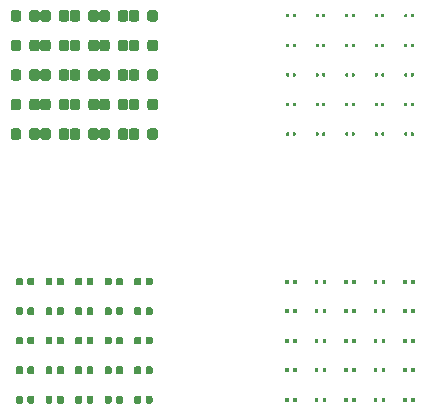
<source format=gbr>
G04 #@! TF.GenerationSoftware,KiCad,Pcbnew,(5.0.0)*
G04 #@! TF.CreationDate,2019-02-17T23:19:19-05:00*
G04 #@! TF.ProjectId,smd test,736D6420746573742E6B696361645F70,rev?*
G04 #@! TF.SameCoordinates,Original*
G04 #@! TF.FileFunction,Paste,Top*
G04 #@! TF.FilePolarity,Positive*
%FSLAX46Y46*%
G04 Gerber Fmt 4.6, Leading zero omitted, Abs format (unit mm)*
G04 Created by KiCad (PCBNEW (5.0.0)) date 02/17/19 23:19:19*
%MOMM*%
%LPD*%
G01*
G04 APERTURE LIST*
%ADD10C,0.100000*%
%ADD11C,0.270000*%
%ADD12C,0.875000*%
%ADD13C,0.318000*%
%ADD14C,0.590000*%
G04 APERTURE END LIST*
D10*
G04 #@! TO.C,REF\002A\002A*
G36*
X185799116Y-63615325D02*
X185805669Y-63616297D01*
X185812094Y-63617907D01*
X185818331Y-63620138D01*
X185824319Y-63622970D01*
X185830001Y-63626376D01*
X185835322Y-63630322D01*
X185840230Y-63634770D01*
X185844678Y-63639678D01*
X185848624Y-63644999D01*
X185852030Y-63650681D01*
X185854862Y-63656669D01*
X185857093Y-63662906D01*
X185858703Y-63669331D01*
X185859675Y-63675884D01*
X185860000Y-63682500D01*
X185860000Y-63817500D01*
X185859675Y-63824116D01*
X185858703Y-63830669D01*
X185857093Y-63837094D01*
X185854862Y-63843331D01*
X185852030Y-63849319D01*
X185848624Y-63855001D01*
X185844678Y-63860322D01*
X185840230Y-63865230D01*
X185835322Y-63869678D01*
X185830001Y-63873624D01*
X185824319Y-63877030D01*
X185818331Y-63879862D01*
X185812094Y-63882093D01*
X185805669Y-63883703D01*
X185799116Y-63884675D01*
X185792500Y-63885000D01*
X185657500Y-63885000D01*
X185650884Y-63884675D01*
X185644331Y-63883703D01*
X185637906Y-63882093D01*
X185631669Y-63879862D01*
X185625681Y-63877030D01*
X185619999Y-63873624D01*
X185614678Y-63869678D01*
X185609770Y-63865230D01*
X185605322Y-63860322D01*
X185601376Y-63855001D01*
X185597970Y-63849319D01*
X185595138Y-63843331D01*
X185592907Y-63837094D01*
X185591297Y-63830669D01*
X185590325Y-63824116D01*
X185590000Y-63817500D01*
X185590000Y-63682500D01*
X185590325Y-63675884D01*
X185591297Y-63669331D01*
X185592907Y-63662906D01*
X185595138Y-63656669D01*
X185597970Y-63650681D01*
X185601376Y-63644999D01*
X185605322Y-63639678D01*
X185609770Y-63634770D01*
X185614678Y-63630322D01*
X185619999Y-63626376D01*
X185625681Y-63622970D01*
X185631669Y-63620138D01*
X185637906Y-63617907D01*
X185644331Y-63616297D01*
X185650884Y-63615325D01*
X185657500Y-63615000D01*
X185792500Y-63615000D01*
X185799116Y-63615325D01*
X185799116Y-63615325D01*
G37*
D11*
X185725000Y-63750000D03*
D10*
G36*
X186349116Y-63615325D02*
X186355669Y-63616297D01*
X186362094Y-63617907D01*
X186368331Y-63620138D01*
X186374319Y-63622970D01*
X186380001Y-63626376D01*
X186385322Y-63630322D01*
X186390230Y-63634770D01*
X186394678Y-63639678D01*
X186398624Y-63644999D01*
X186402030Y-63650681D01*
X186404862Y-63656669D01*
X186407093Y-63662906D01*
X186408703Y-63669331D01*
X186409675Y-63675884D01*
X186410000Y-63682500D01*
X186410000Y-63817500D01*
X186409675Y-63824116D01*
X186408703Y-63830669D01*
X186407093Y-63837094D01*
X186404862Y-63843331D01*
X186402030Y-63849319D01*
X186398624Y-63855001D01*
X186394678Y-63860322D01*
X186390230Y-63865230D01*
X186385322Y-63869678D01*
X186380001Y-63873624D01*
X186374319Y-63877030D01*
X186368331Y-63879862D01*
X186362094Y-63882093D01*
X186355669Y-63883703D01*
X186349116Y-63884675D01*
X186342500Y-63885000D01*
X186207500Y-63885000D01*
X186200884Y-63884675D01*
X186194331Y-63883703D01*
X186187906Y-63882093D01*
X186181669Y-63879862D01*
X186175681Y-63877030D01*
X186169999Y-63873624D01*
X186164678Y-63869678D01*
X186159770Y-63865230D01*
X186155322Y-63860322D01*
X186151376Y-63855001D01*
X186147970Y-63849319D01*
X186145138Y-63843331D01*
X186142907Y-63837094D01*
X186141297Y-63830669D01*
X186140325Y-63824116D01*
X186140000Y-63817500D01*
X186140000Y-63682500D01*
X186140325Y-63675884D01*
X186141297Y-63669331D01*
X186142907Y-63662906D01*
X186145138Y-63656669D01*
X186147970Y-63650681D01*
X186151376Y-63644999D01*
X186155322Y-63639678D01*
X186159770Y-63634770D01*
X186164678Y-63630322D01*
X186169999Y-63626376D01*
X186175681Y-63622970D01*
X186181669Y-63620138D01*
X186187906Y-63617907D01*
X186194331Y-63616297D01*
X186200884Y-63615325D01*
X186207500Y-63615000D01*
X186342500Y-63615000D01*
X186349116Y-63615325D01*
X186349116Y-63615325D01*
G37*
D11*
X186275000Y-63750000D03*
G04 #@! TD*
D10*
G04 #@! TO.C,REF\002A\002A*
G36*
X183299116Y-63615325D02*
X183305669Y-63616297D01*
X183312094Y-63617907D01*
X183318331Y-63620138D01*
X183324319Y-63622970D01*
X183330001Y-63626376D01*
X183335322Y-63630322D01*
X183340230Y-63634770D01*
X183344678Y-63639678D01*
X183348624Y-63644999D01*
X183352030Y-63650681D01*
X183354862Y-63656669D01*
X183357093Y-63662906D01*
X183358703Y-63669331D01*
X183359675Y-63675884D01*
X183360000Y-63682500D01*
X183360000Y-63817500D01*
X183359675Y-63824116D01*
X183358703Y-63830669D01*
X183357093Y-63837094D01*
X183354862Y-63843331D01*
X183352030Y-63849319D01*
X183348624Y-63855001D01*
X183344678Y-63860322D01*
X183340230Y-63865230D01*
X183335322Y-63869678D01*
X183330001Y-63873624D01*
X183324319Y-63877030D01*
X183318331Y-63879862D01*
X183312094Y-63882093D01*
X183305669Y-63883703D01*
X183299116Y-63884675D01*
X183292500Y-63885000D01*
X183157500Y-63885000D01*
X183150884Y-63884675D01*
X183144331Y-63883703D01*
X183137906Y-63882093D01*
X183131669Y-63879862D01*
X183125681Y-63877030D01*
X183119999Y-63873624D01*
X183114678Y-63869678D01*
X183109770Y-63865230D01*
X183105322Y-63860322D01*
X183101376Y-63855001D01*
X183097970Y-63849319D01*
X183095138Y-63843331D01*
X183092907Y-63837094D01*
X183091297Y-63830669D01*
X183090325Y-63824116D01*
X183090000Y-63817500D01*
X183090000Y-63682500D01*
X183090325Y-63675884D01*
X183091297Y-63669331D01*
X183092907Y-63662906D01*
X183095138Y-63656669D01*
X183097970Y-63650681D01*
X183101376Y-63644999D01*
X183105322Y-63639678D01*
X183109770Y-63634770D01*
X183114678Y-63630322D01*
X183119999Y-63626376D01*
X183125681Y-63622970D01*
X183131669Y-63620138D01*
X183137906Y-63617907D01*
X183144331Y-63616297D01*
X183150884Y-63615325D01*
X183157500Y-63615000D01*
X183292500Y-63615000D01*
X183299116Y-63615325D01*
X183299116Y-63615325D01*
G37*
D11*
X183225000Y-63750000D03*
D10*
G36*
X183849116Y-63615325D02*
X183855669Y-63616297D01*
X183862094Y-63617907D01*
X183868331Y-63620138D01*
X183874319Y-63622970D01*
X183880001Y-63626376D01*
X183885322Y-63630322D01*
X183890230Y-63634770D01*
X183894678Y-63639678D01*
X183898624Y-63644999D01*
X183902030Y-63650681D01*
X183904862Y-63656669D01*
X183907093Y-63662906D01*
X183908703Y-63669331D01*
X183909675Y-63675884D01*
X183910000Y-63682500D01*
X183910000Y-63817500D01*
X183909675Y-63824116D01*
X183908703Y-63830669D01*
X183907093Y-63837094D01*
X183904862Y-63843331D01*
X183902030Y-63849319D01*
X183898624Y-63855001D01*
X183894678Y-63860322D01*
X183890230Y-63865230D01*
X183885322Y-63869678D01*
X183880001Y-63873624D01*
X183874319Y-63877030D01*
X183868331Y-63879862D01*
X183862094Y-63882093D01*
X183855669Y-63883703D01*
X183849116Y-63884675D01*
X183842500Y-63885000D01*
X183707500Y-63885000D01*
X183700884Y-63884675D01*
X183694331Y-63883703D01*
X183687906Y-63882093D01*
X183681669Y-63879862D01*
X183675681Y-63877030D01*
X183669999Y-63873624D01*
X183664678Y-63869678D01*
X183659770Y-63865230D01*
X183655322Y-63860322D01*
X183651376Y-63855001D01*
X183647970Y-63849319D01*
X183645138Y-63843331D01*
X183642907Y-63837094D01*
X183641297Y-63830669D01*
X183640325Y-63824116D01*
X183640000Y-63817500D01*
X183640000Y-63682500D01*
X183640325Y-63675884D01*
X183641297Y-63669331D01*
X183642907Y-63662906D01*
X183645138Y-63656669D01*
X183647970Y-63650681D01*
X183651376Y-63644999D01*
X183655322Y-63639678D01*
X183659770Y-63634770D01*
X183664678Y-63630322D01*
X183669999Y-63626376D01*
X183675681Y-63622970D01*
X183681669Y-63620138D01*
X183687906Y-63617907D01*
X183694331Y-63616297D01*
X183700884Y-63615325D01*
X183707500Y-63615000D01*
X183842500Y-63615000D01*
X183849116Y-63615325D01*
X183849116Y-63615325D01*
G37*
D11*
X183775000Y-63750000D03*
G04 #@! TD*
D10*
G04 #@! TO.C,REF\002A\002A*
G36*
X180799116Y-63615325D02*
X180805669Y-63616297D01*
X180812094Y-63617907D01*
X180818331Y-63620138D01*
X180824319Y-63622970D01*
X180830001Y-63626376D01*
X180835322Y-63630322D01*
X180840230Y-63634770D01*
X180844678Y-63639678D01*
X180848624Y-63644999D01*
X180852030Y-63650681D01*
X180854862Y-63656669D01*
X180857093Y-63662906D01*
X180858703Y-63669331D01*
X180859675Y-63675884D01*
X180860000Y-63682500D01*
X180860000Y-63817500D01*
X180859675Y-63824116D01*
X180858703Y-63830669D01*
X180857093Y-63837094D01*
X180854862Y-63843331D01*
X180852030Y-63849319D01*
X180848624Y-63855001D01*
X180844678Y-63860322D01*
X180840230Y-63865230D01*
X180835322Y-63869678D01*
X180830001Y-63873624D01*
X180824319Y-63877030D01*
X180818331Y-63879862D01*
X180812094Y-63882093D01*
X180805669Y-63883703D01*
X180799116Y-63884675D01*
X180792500Y-63885000D01*
X180657500Y-63885000D01*
X180650884Y-63884675D01*
X180644331Y-63883703D01*
X180637906Y-63882093D01*
X180631669Y-63879862D01*
X180625681Y-63877030D01*
X180619999Y-63873624D01*
X180614678Y-63869678D01*
X180609770Y-63865230D01*
X180605322Y-63860322D01*
X180601376Y-63855001D01*
X180597970Y-63849319D01*
X180595138Y-63843331D01*
X180592907Y-63837094D01*
X180591297Y-63830669D01*
X180590325Y-63824116D01*
X180590000Y-63817500D01*
X180590000Y-63682500D01*
X180590325Y-63675884D01*
X180591297Y-63669331D01*
X180592907Y-63662906D01*
X180595138Y-63656669D01*
X180597970Y-63650681D01*
X180601376Y-63644999D01*
X180605322Y-63639678D01*
X180609770Y-63634770D01*
X180614678Y-63630322D01*
X180619999Y-63626376D01*
X180625681Y-63622970D01*
X180631669Y-63620138D01*
X180637906Y-63617907D01*
X180644331Y-63616297D01*
X180650884Y-63615325D01*
X180657500Y-63615000D01*
X180792500Y-63615000D01*
X180799116Y-63615325D01*
X180799116Y-63615325D01*
G37*
D11*
X180725000Y-63750000D03*
D10*
G36*
X181349116Y-63615325D02*
X181355669Y-63616297D01*
X181362094Y-63617907D01*
X181368331Y-63620138D01*
X181374319Y-63622970D01*
X181380001Y-63626376D01*
X181385322Y-63630322D01*
X181390230Y-63634770D01*
X181394678Y-63639678D01*
X181398624Y-63644999D01*
X181402030Y-63650681D01*
X181404862Y-63656669D01*
X181407093Y-63662906D01*
X181408703Y-63669331D01*
X181409675Y-63675884D01*
X181410000Y-63682500D01*
X181410000Y-63817500D01*
X181409675Y-63824116D01*
X181408703Y-63830669D01*
X181407093Y-63837094D01*
X181404862Y-63843331D01*
X181402030Y-63849319D01*
X181398624Y-63855001D01*
X181394678Y-63860322D01*
X181390230Y-63865230D01*
X181385322Y-63869678D01*
X181380001Y-63873624D01*
X181374319Y-63877030D01*
X181368331Y-63879862D01*
X181362094Y-63882093D01*
X181355669Y-63883703D01*
X181349116Y-63884675D01*
X181342500Y-63885000D01*
X181207500Y-63885000D01*
X181200884Y-63884675D01*
X181194331Y-63883703D01*
X181187906Y-63882093D01*
X181181669Y-63879862D01*
X181175681Y-63877030D01*
X181169999Y-63873624D01*
X181164678Y-63869678D01*
X181159770Y-63865230D01*
X181155322Y-63860322D01*
X181151376Y-63855001D01*
X181147970Y-63849319D01*
X181145138Y-63843331D01*
X181142907Y-63837094D01*
X181141297Y-63830669D01*
X181140325Y-63824116D01*
X181140000Y-63817500D01*
X181140000Y-63682500D01*
X181140325Y-63675884D01*
X181141297Y-63669331D01*
X181142907Y-63662906D01*
X181145138Y-63656669D01*
X181147970Y-63650681D01*
X181151376Y-63644999D01*
X181155322Y-63639678D01*
X181159770Y-63634770D01*
X181164678Y-63630322D01*
X181169999Y-63626376D01*
X181175681Y-63622970D01*
X181181669Y-63620138D01*
X181187906Y-63617907D01*
X181194331Y-63616297D01*
X181200884Y-63615325D01*
X181207500Y-63615000D01*
X181342500Y-63615000D01*
X181349116Y-63615325D01*
X181349116Y-63615325D01*
G37*
D11*
X181275000Y-63750000D03*
G04 #@! TD*
D10*
G04 #@! TO.C,REF\002A\002A*
G36*
X178299116Y-63615325D02*
X178305669Y-63616297D01*
X178312094Y-63617907D01*
X178318331Y-63620138D01*
X178324319Y-63622970D01*
X178330001Y-63626376D01*
X178335322Y-63630322D01*
X178340230Y-63634770D01*
X178344678Y-63639678D01*
X178348624Y-63644999D01*
X178352030Y-63650681D01*
X178354862Y-63656669D01*
X178357093Y-63662906D01*
X178358703Y-63669331D01*
X178359675Y-63675884D01*
X178360000Y-63682500D01*
X178360000Y-63817500D01*
X178359675Y-63824116D01*
X178358703Y-63830669D01*
X178357093Y-63837094D01*
X178354862Y-63843331D01*
X178352030Y-63849319D01*
X178348624Y-63855001D01*
X178344678Y-63860322D01*
X178340230Y-63865230D01*
X178335322Y-63869678D01*
X178330001Y-63873624D01*
X178324319Y-63877030D01*
X178318331Y-63879862D01*
X178312094Y-63882093D01*
X178305669Y-63883703D01*
X178299116Y-63884675D01*
X178292500Y-63885000D01*
X178157500Y-63885000D01*
X178150884Y-63884675D01*
X178144331Y-63883703D01*
X178137906Y-63882093D01*
X178131669Y-63879862D01*
X178125681Y-63877030D01*
X178119999Y-63873624D01*
X178114678Y-63869678D01*
X178109770Y-63865230D01*
X178105322Y-63860322D01*
X178101376Y-63855001D01*
X178097970Y-63849319D01*
X178095138Y-63843331D01*
X178092907Y-63837094D01*
X178091297Y-63830669D01*
X178090325Y-63824116D01*
X178090000Y-63817500D01*
X178090000Y-63682500D01*
X178090325Y-63675884D01*
X178091297Y-63669331D01*
X178092907Y-63662906D01*
X178095138Y-63656669D01*
X178097970Y-63650681D01*
X178101376Y-63644999D01*
X178105322Y-63639678D01*
X178109770Y-63634770D01*
X178114678Y-63630322D01*
X178119999Y-63626376D01*
X178125681Y-63622970D01*
X178131669Y-63620138D01*
X178137906Y-63617907D01*
X178144331Y-63616297D01*
X178150884Y-63615325D01*
X178157500Y-63615000D01*
X178292500Y-63615000D01*
X178299116Y-63615325D01*
X178299116Y-63615325D01*
G37*
D11*
X178225000Y-63750000D03*
D10*
G36*
X178849116Y-63615325D02*
X178855669Y-63616297D01*
X178862094Y-63617907D01*
X178868331Y-63620138D01*
X178874319Y-63622970D01*
X178880001Y-63626376D01*
X178885322Y-63630322D01*
X178890230Y-63634770D01*
X178894678Y-63639678D01*
X178898624Y-63644999D01*
X178902030Y-63650681D01*
X178904862Y-63656669D01*
X178907093Y-63662906D01*
X178908703Y-63669331D01*
X178909675Y-63675884D01*
X178910000Y-63682500D01*
X178910000Y-63817500D01*
X178909675Y-63824116D01*
X178908703Y-63830669D01*
X178907093Y-63837094D01*
X178904862Y-63843331D01*
X178902030Y-63849319D01*
X178898624Y-63855001D01*
X178894678Y-63860322D01*
X178890230Y-63865230D01*
X178885322Y-63869678D01*
X178880001Y-63873624D01*
X178874319Y-63877030D01*
X178868331Y-63879862D01*
X178862094Y-63882093D01*
X178855669Y-63883703D01*
X178849116Y-63884675D01*
X178842500Y-63885000D01*
X178707500Y-63885000D01*
X178700884Y-63884675D01*
X178694331Y-63883703D01*
X178687906Y-63882093D01*
X178681669Y-63879862D01*
X178675681Y-63877030D01*
X178669999Y-63873624D01*
X178664678Y-63869678D01*
X178659770Y-63865230D01*
X178655322Y-63860322D01*
X178651376Y-63855001D01*
X178647970Y-63849319D01*
X178645138Y-63843331D01*
X178642907Y-63837094D01*
X178641297Y-63830669D01*
X178640325Y-63824116D01*
X178640000Y-63817500D01*
X178640000Y-63682500D01*
X178640325Y-63675884D01*
X178641297Y-63669331D01*
X178642907Y-63662906D01*
X178645138Y-63656669D01*
X178647970Y-63650681D01*
X178651376Y-63644999D01*
X178655322Y-63639678D01*
X178659770Y-63634770D01*
X178664678Y-63630322D01*
X178669999Y-63626376D01*
X178675681Y-63622970D01*
X178681669Y-63620138D01*
X178687906Y-63617907D01*
X178694331Y-63616297D01*
X178700884Y-63615325D01*
X178707500Y-63615000D01*
X178842500Y-63615000D01*
X178849116Y-63615325D01*
X178849116Y-63615325D01*
G37*
D11*
X178775000Y-63750000D03*
G04 #@! TD*
D10*
G04 #@! TO.C,REF\002A\002A*
G36*
X175799116Y-63615325D02*
X175805669Y-63616297D01*
X175812094Y-63617907D01*
X175818331Y-63620138D01*
X175824319Y-63622970D01*
X175830001Y-63626376D01*
X175835322Y-63630322D01*
X175840230Y-63634770D01*
X175844678Y-63639678D01*
X175848624Y-63644999D01*
X175852030Y-63650681D01*
X175854862Y-63656669D01*
X175857093Y-63662906D01*
X175858703Y-63669331D01*
X175859675Y-63675884D01*
X175860000Y-63682500D01*
X175860000Y-63817500D01*
X175859675Y-63824116D01*
X175858703Y-63830669D01*
X175857093Y-63837094D01*
X175854862Y-63843331D01*
X175852030Y-63849319D01*
X175848624Y-63855001D01*
X175844678Y-63860322D01*
X175840230Y-63865230D01*
X175835322Y-63869678D01*
X175830001Y-63873624D01*
X175824319Y-63877030D01*
X175818331Y-63879862D01*
X175812094Y-63882093D01*
X175805669Y-63883703D01*
X175799116Y-63884675D01*
X175792500Y-63885000D01*
X175657500Y-63885000D01*
X175650884Y-63884675D01*
X175644331Y-63883703D01*
X175637906Y-63882093D01*
X175631669Y-63879862D01*
X175625681Y-63877030D01*
X175619999Y-63873624D01*
X175614678Y-63869678D01*
X175609770Y-63865230D01*
X175605322Y-63860322D01*
X175601376Y-63855001D01*
X175597970Y-63849319D01*
X175595138Y-63843331D01*
X175592907Y-63837094D01*
X175591297Y-63830669D01*
X175590325Y-63824116D01*
X175590000Y-63817500D01*
X175590000Y-63682500D01*
X175590325Y-63675884D01*
X175591297Y-63669331D01*
X175592907Y-63662906D01*
X175595138Y-63656669D01*
X175597970Y-63650681D01*
X175601376Y-63644999D01*
X175605322Y-63639678D01*
X175609770Y-63634770D01*
X175614678Y-63630322D01*
X175619999Y-63626376D01*
X175625681Y-63622970D01*
X175631669Y-63620138D01*
X175637906Y-63617907D01*
X175644331Y-63616297D01*
X175650884Y-63615325D01*
X175657500Y-63615000D01*
X175792500Y-63615000D01*
X175799116Y-63615325D01*
X175799116Y-63615325D01*
G37*
D11*
X175725000Y-63750000D03*
D10*
G36*
X176349116Y-63615325D02*
X176355669Y-63616297D01*
X176362094Y-63617907D01*
X176368331Y-63620138D01*
X176374319Y-63622970D01*
X176380001Y-63626376D01*
X176385322Y-63630322D01*
X176390230Y-63634770D01*
X176394678Y-63639678D01*
X176398624Y-63644999D01*
X176402030Y-63650681D01*
X176404862Y-63656669D01*
X176407093Y-63662906D01*
X176408703Y-63669331D01*
X176409675Y-63675884D01*
X176410000Y-63682500D01*
X176410000Y-63817500D01*
X176409675Y-63824116D01*
X176408703Y-63830669D01*
X176407093Y-63837094D01*
X176404862Y-63843331D01*
X176402030Y-63849319D01*
X176398624Y-63855001D01*
X176394678Y-63860322D01*
X176390230Y-63865230D01*
X176385322Y-63869678D01*
X176380001Y-63873624D01*
X176374319Y-63877030D01*
X176368331Y-63879862D01*
X176362094Y-63882093D01*
X176355669Y-63883703D01*
X176349116Y-63884675D01*
X176342500Y-63885000D01*
X176207500Y-63885000D01*
X176200884Y-63884675D01*
X176194331Y-63883703D01*
X176187906Y-63882093D01*
X176181669Y-63879862D01*
X176175681Y-63877030D01*
X176169999Y-63873624D01*
X176164678Y-63869678D01*
X176159770Y-63865230D01*
X176155322Y-63860322D01*
X176151376Y-63855001D01*
X176147970Y-63849319D01*
X176145138Y-63843331D01*
X176142907Y-63837094D01*
X176141297Y-63830669D01*
X176140325Y-63824116D01*
X176140000Y-63817500D01*
X176140000Y-63682500D01*
X176140325Y-63675884D01*
X176141297Y-63669331D01*
X176142907Y-63662906D01*
X176145138Y-63656669D01*
X176147970Y-63650681D01*
X176151376Y-63644999D01*
X176155322Y-63639678D01*
X176159770Y-63634770D01*
X176164678Y-63630322D01*
X176169999Y-63626376D01*
X176175681Y-63622970D01*
X176181669Y-63620138D01*
X176187906Y-63617907D01*
X176194331Y-63616297D01*
X176200884Y-63615325D01*
X176207500Y-63615000D01*
X176342500Y-63615000D01*
X176349116Y-63615325D01*
X176349116Y-63615325D01*
G37*
D11*
X176275000Y-63750000D03*
G04 #@! TD*
D10*
G04 #@! TO.C,REF\002A\002A*
G36*
X185799116Y-61115325D02*
X185805669Y-61116297D01*
X185812094Y-61117907D01*
X185818331Y-61120138D01*
X185824319Y-61122970D01*
X185830001Y-61126376D01*
X185835322Y-61130322D01*
X185840230Y-61134770D01*
X185844678Y-61139678D01*
X185848624Y-61144999D01*
X185852030Y-61150681D01*
X185854862Y-61156669D01*
X185857093Y-61162906D01*
X185858703Y-61169331D01*
X185859675Y-61175884D01*
X185860000Y-61182500D01*
X185860000Y-61317500D01*
X185859675Y-61324116D01*
X185858703Y-61330669D01*
X185857093Y-61337094D01*
X185854862Y-61343331D01*
X185852030Y-61349319D01*
X185848624Y-61355001D01*
X185844678Y-61360322D01*
X185840230Y-61365230D01*
X185835322Y-61369678D01*
X185830001Y-61373624D01*
X185824319Y-61377030D01*
X185818331Y-61379862D01*
X185812094Y-61382093D01*
X185805669Y-61383703D01*
X185799116Y-61384675D01*
X185792500Y-61385000D01*
X185657500Y-61385000D01*
X185650884Y-61384675D01*
X185644331Y-61383703D01*
X185637906Y-61382093D01*
X185631669Y-61379862D01*
X185625681Y-61377030D01*
X185619999Y-61373624D01*
X185614678Y-61369678D01*
X185609770Y-61365230D01*
X185605322Y-61360322D01*
X185601376Y-61355001D01*
X185597970Y-61349319D01*
X185595138Y-61343331D01*
X185592907Y-61337094D01*
X185591297Y-61330669D01*
X185590325Y-61324116D01*
X185590000Y-61317500D01*
X185590000Y-61182500D01*
X185590325Y-61175884D01*
X185591297Y-61169331D01*
X185592907Y-61162906D01*
X185595138Y-61156669D01*
X185597970Y-61150681D01*
X185601376Y-61144999D01*
X185605322Y-61139678D01*
X185609770Y-61134770D01*
X185614678Y-61130322D01*
X185619999Y-61126376D01*
X185625681Y-61122970D01*
X185631669Y-61120138D01*
X185637906Y-61117907D01*
X185644331Y-61116297D01*
X185650884Y-61115325D01*
X185657500Y-61115000D01*
X185792500Y-61115000D01*
X185799116Y-61115325D01*
X185799116Y-61115325D01*
G37*
D11*
X185725000Y-61250000D03*
D10*
G36*
X186349116Y-61115325D02*
X186355669Y-61116297D01*
X186362094Y-61117907D01*
X186368331Y-61120138D01*
X186374319Y-61122970D01*
X186380001Y-61126376D01*
X186385322Y-61130322D01*
X186390230Y-61134770D01*
X186394678Y-61139678D01*
X186398624Y-61144999D01*
X186402030Y-61150681D01*
X186404862Y-61156669D01*
X186407093Y-61162906D01*
X186408703Y-61169331D01*
X186409675Y-61175884D01*
X186410000Y-61182500D01*
X186410000Y-61317500D01*
X186409675Y-61324116D01*
X186408703Y-61330669D01*
X186407093Y-61337094D01*
X186404862Y-61343331D01*
X186402030Y-61349319D01*
X186398624Y-61355001D01*
X186394678Y-61360322D01*
X186390230Y-61365230D01*
X186385322Y-61369678D01*
X186380001Y-61373624D01*
X186374319Y-61377030D01*
X186368331Y-61379862D01*
X186362094Y-61382093D01*
X186355669Y-61383703D01*
X186349116Y-61384675D01*
X186342500Y-61385000D01*
X186207500Y-61385000D01*
X186200884Y-61384675D01*
X186194331Y-61383703D01*
X186187906Y-61382093D01*
X186181669Y-61379862D01*
X186175681Y-61377030D01*
X186169999Y-61373624D01*
X186164678Y-61369678D01*
X186159770Y-61365230D01*
X186155322Y-61360322D01*
X186151376Y-61355001D01*
X186147970Y-61349319D01*
X186145138Y-61343331D01*
X186142907Y-61337094D01*
X186141297Y-61330669D01*
X186140325Y-61324116D01*
X186140000Y-61317500D01*
X186140000Y-61182500D01*
X186140325Y-61175884D01*
X186141297Y-61169331D01*
X186142907Y-61162906D01*
X186145138Y-61156669D01*
X186147970Y-61150681D01*
X186151376Y-61144999D01*
X186155322Y-61139678D01*
X186159770Y-61134770D01*
X186164678Y-61130322D01*
X186169999Y-61126376D01*
X186175681Y-61122970D01*
X186181669Y-61120138D01*
X186187906Y-61117907D01*
X186194331Y-61116297D01*
X186200884Y-61115325D01*
X186207500Y-61115000D01*
X186342500Y-61115000D01*
X186349116Y-61115325D01*
X186349116Y-61115325D01*
G37*
D11*
X186275000Y-61250000D03*
G04 #@! TD*
D10*
G04 #@! TO.C,REF\002A\002A*
G36*
X183299116Y-61115325D02*
X183305669Y-61116297D01*
X183312094Y-61117907D01*
X183318331Y-61120138D01*
X183324319Y-61122970D01*
X183330001Y-61126376D01*
X183335322Y-61130322D01*
X183340230Y-61134770D01*
X183344678Y-61139678D01*
X183348624Y-61144999D01*
X183352030Y-61150681D01*
X183354862Y-61156669D01*
X183357093Y-61162906D01*
X183358703Y-61169331D01*
X183359675Y-61175884D01*
X183360000Y-61182500D01*
X183360000Y-61317500D01*
X183359675Y-61324116D01*
X183358703Y-61330669D01*
X183357093Y-61337094D01*
X183354862Y-61343331D01*
X183352030Y-61349319D01*
X183348624Y-61355001D01*
X183344678Y-61360322D01*
X183340230Y-61365230D01*
X183335322Y-61369678D01*
X183330001Y-61373624D01*
X183324319Y-61377030D01*
X183318331Y-61379862D01*
X183312094Y-61382093D01*
X183305669Y-61383703D01*
X183299116Y-61384675D01*
X183292500Y-61385000D01*
X183157500Y-61385000D01*
X183150884Y-61384675D01*
X183144331Y-61383703D01*
X183137906Y-61382093D01*
X183131669Y-61379862D01*
X183125681Y-61377030D01*
X183119999Y-61373624D01*
X183114678Y-61369678D01*
X183109770Y-61365230D01*
X183105322Y-61360322D01*
X183101376Y-61355001D01*
X183097970Y-61349319D01*
X183095138Y-61343331D01*
X183092907Y-61337094D01*
X183091297Y-61330669D01*
X183090325Y-61324116D01*
X183090000Y-61317500D01*
X183090000Y-61182500D01*
X183090325Y-61175884D01*
X183091297Y-61169331D01*
X183092907Y-61162906D01*
X183095138Y-61156669D01*
X183097970Y-61150681D01*
X183101376Y-61144999D01*
X183105322Y-61139678D01*
X183109770Y-61134770D01*
X183114678Y-61130322D01*
X183119999Y-61126376D01*
X183125681Y-61122970D01*
X183131669Y-61120138D01*
X183137906Y-61117907D01*
X183144331Y-61116297D01*
X183150884Y-61115325D01*
X183157500Y-61115000D01*
X183292500Y-61115000D01*
X183299116Y-61115325D01*
X183299116Y-61115325D01*
G37*
D11*
X183225000Y-61250000D03*
D10*
G36*
X183849116Y-61115325D02*
X183855669Y-61116297D01*
X183862094Y-61117907D01*
X183868331Y-61120138D01*
X183874319Y-61122970D01*
X183880001Y-61126376D01*
X183885322Y-61130322D01*
X183890230Y-61134770D01*
X183894678Y-61139678D01*
X183898624Y-61144999D01*
X183902030Y-61150681D01*
X183904862Y-61156669D01*
X183907093Y-61162906D01*
X183908703Y-61169331D01*
X183909675Y-61175884D01*
X183910000Y-61182500D01*
X183910000Y-61317500D01*
X183909675Y-61324116D01*
X183908703Y-61330669D01*
X183907093Y-61337094D01*
X183904862Y-61343331D01*
X183902030Y-61349319D01*
X183898624Y-61355001D01*
X183894678Y-61360322D01*
X183890230Y-61365230D01*
X183885322Y-61369678D01*
X183880001Y-61373624D01*
X183874319Y-61377030D01*
X183868331Y-61379862D01*
X183862094Y-61382093D01*
X183855669Y-61383703D01*
X183849116Y-61384675D01*
X183842500Y-61385000D01*
X183707500Y-61385000D01*
X183700884Y-61384675D01*
X183694331Y-61383703D01*
X183687906Y-61382093D01*
X183681669Y-61379862D01*
X183675681Y-61377030D01*
X183669999Y-61373624D01*
X183664678Y-61369678D01*
X183659770Y-61365230D01*
X183655322Y-61360322D01*
X183651376Y-61355001D01*
X183647970Y-61349319D01*
X183645138Y-61343331D01*
X183642907Y-61337094D01*
X183641297Y-61330669D01*
X183640325Y-61324116D01*
X183640000Y-61317500D01*
X183640000Y-61182500D01*
X183640325Y-61175884D01*
X183641297Y-61169331D01*
X183642907Y-61162906D01*
X183645138Y-61156669D01*
X183647970Y-61150681D01*
X183651376Y-61144999D01*
X183655322Y-61139678D01*
X183659770Y-61134770D01*
X183664678Y-61130322D01*
X183669999Y-61126376D01*
X183675681Y-61122970D01*
X183681669Y-61120138D01*
X183687906Y-61117907D01*
X183694331Y-61116297D01*
X183700884Y-61115325D01*
X183707500Y-61115000D01*
X183842500Y-61115000D01*
X183849116Y-61115325D01*
X183849116Y-61115325D01*
G37*
D11*
X183775000Y-61250000D03*
G04 #@! TD*
D10*
G04 #@! TO.C,REF\002A\002A*
G36*
X180799116Y-61115325D02*
X180805669Y-61116297D01*
X180812094Y-61117907D01*
X180818331Y-61120138D01*
X180824319Y-61122970D01*
X180830001Y-61126376D01*
X180835322Y-61130322D01*
X180840230Y-61134770D01*
X180844678Y-61139678D01*
X180848624Y-61144999D01*
X180852030Y-61150681D01*
X180854862Y-61156669D01*
X180857093Y-61162906D01*
X180858703Y-61169331D01*
X180859675Y-61175884D01*
X180860000Y-61182500D01*
X180860000Y-61317500D01*
X180859675Y-61324116D01*
X180858703Y-61330669D01*
X180857093Y-61337094D01*
X180854862Y-61343331D01*
X180852030Y-61349319D01*
X180848624Y-61355001D01*
X180844678Y-61360322D01*
X180840230Y-61365230D01*
X180835322Y-61369678D01*
X180830001Y-61373624D01*
X180824319Y-61377030D01*
X180818331Y-61379862D01*
X180812094Y-61382093D01*
X180805669Y-61383703D01*
X180799116Y-61384675D01*
X180792500Y-61385000D01*
X180657500Y-61385000D01*
X180650884Y-61384675D01*
X180644331Y-61383703D01*
X180637906Y-61382093D01*
X180631669Y-61379862D01*
X180625681Y-61377030D01*
X180619999Y-61373624D01*
X180614678Y-61369678D01*
X180609770Y-61365230D01*
X180605322Y-61360322D01*
X180601376Y-61355001D01*
X180597970Y-61349319D01*
X180595138Y-61343331D01*
X180592907Y-61337094D01*
X180591297Y-61330669D01*
X180590325Y-61324116D01*
X180590000Y-61317500D01*
X180590000Y-61182500D01*
X180590325Y-61175884D01*
X180591297Y-61169331D01*
X180592907Y-61162906D01*
X180595138Y-61156669D01*
X180597970Y-61150681D01*
X180601376Y-61144999D01*
X180605322Y-61139678D01*
X180609770Y-61134770D01*
X180614678Y-61130322D01*
X180619999Y-61126376D01*
X180625681Y-61122970D01*
X180631669Y-61120138D01*
X180637906Y-61117907D01*
X180644331Y-61116297D01*
X180650884Y-61115325D01*
X180657500Y-61115000D01*
X180792500Y-61115000D01*
X180799116Y-61115325D01*
X180799116Y-61115325D01*
G37*
D11*
X180725000Y-61250000D03*
D10*
G36*
X181349116Y-61115325D02*
X181355669Y-61116297D01*
X181362094Y-61117907D01*
X181368331Y-61120138D01*
X181374319Y-61122970D01*
X181380001Y-61126376D01*
X181385322Y-61130322D01*
X181390230Y-61134770D01*
X181394678Y-61139678D01*
X181398624Y-61144999D01*
X181402030Y-61150681D01*
X181404862Y-61156669D01*
X181407093Y-61162906D01*
X181408703Y-61169331D01*
X181409675Y-61175884D01*
X181410000Y-61182500D01*
X181410000Y-61317500D01*
X181409675Y-61324116D01*
X181408703Y-61330669D01*
X181407093Y-61337094D01*
X181404862Y-61343331D01*
X181402030Y-61349319D01*
X181398624Y-61355001D01*
X181394678Y-61360322D01*
X181390230Y-61365230D01*
X181385322Y-61369678D01*
X181380001Y-61373624D01*
X181374319Y-61377030D01*
X181368331Y-61379862D01*
X181362094Y-61382093D01*
X181355669Y-61383703D01*
X181349116Y-61384675D01*
X181342500Y-61385000D01*
X181207500Y-61385000D01*
X181200884Y-61384675D01*
X181194331Y-61383703D01*
X181187906Y-61382093D01*
X181181669Y-61379862D01*
X181175681Y-61377030D01*
X181169999Y-61373624D01*
X181164678Y-61369678D01*
X181159770Y-61365230D01*
X181155322Y-61360322D01*
X181151376Y-61355001D01*
X181147970Y-61349319D01*
X181145138Y-61343331D01*
X181142907Y-61337094D01*
X181141297Y-61330669D01*
X181140325Y-61324116D01*
X181140000Y-61317500D01*
X181140000Y-61182500D01*
X181140325Y-61175884D01*
X181141297Y-61169331D01*
X181142907Y-61162906D01*
X181145138Y-61156669D01*
X181147970Y-61150681D01*
X181151376Y-61144999D01*
X181155322Y-61139678D01*
X181159770Y-61134770D01*
X181164678Y-61130322D01*
X181169999Y-61126376D01*
X181175681Y-61122970D01*
X181181669Y-61120138D01*
X181187906Y-61117907D01*
X181194331Y-61116297D01*
X181200884Y-61115325D01*
X181207500Y-61115000D01*
X181342500Y-61115000D01*
X181349116Y-61115325D01*
X181349116Y-61115325D01*
G37*
D11*
X181275000Y-61250000D03*
G04 #@! TD*
D10*
G04 #@! TO.C,REF\002A\002A*
G36*
X178299116Y-61115325D02*
X178305669Y-61116297D01*
X178312094Y-61117907D01*
X178318331Y-61120138D01*
X178324319Y-61122970D01*
X178330001Y-61126376D01*
X178335322Y-61130322D01*
X178340230Y-61134770D01*
X178344678Y-61139678D01*
X178348624Y-61144999D01*
X178352030Y-61150681D01*
X178354862Y-61156669D01*
X178357093Y-61162906D01*
X178358703Y-61169331D01*
X178359675Y-61175884D01*
X178360000Y-61182500D01*
X178360000Y-61317500D01*
X178359675Y-61324116D01*
X178358703Y-61330669D01*
X178357093Y-61337094D01*
X178354862Y-61343331D01*
X178352030Y-61349319D01*
X178348624Y-61355001D01*
X178344678Y-61360322D01*
X178340230Y-61365230D01*
X178335322Y-61369678D01*
X178330001Y-61373624D01*
X178324319Y-61377030D01*
X178318331Y-61379862D01*
X178312094Y-61382093D01*
X178305669Y-61383703D01*
X178299116Y-61384675D01*
X178292500Y-61385000D01*
X178157500Y-61385000D01*
X178150884Y-61384675D01*
X178144331Y-61383703D01*
X178137906Y-61382093D01*
X178131669Y-61379862D01*
X178125681Y-61377030D01*
X178119999Y-61373624D01*
X178114678Y-61369678D01*
X178109770Y-61365230D01*
X178105322Y-61360322D01*
X178101376Y-61355001D01*
X178097970Y-61349319D01*
X178095138Y-61343331D01*
X178092907Y-61337094D01*
X178091297Y-61330669D01*
X178090325Y-61324116D01*
X178090000Y-61317500D01*
X178090000Y-61182500D01*
X178090325Y-61175884D01*
X178091297Y-61169331D01*
X178092907Y-61162906D01*
X178095138Y-61156669D01*
X178097970Y-61150681D01*
X178101376Y-61144999D01*
X178105322Y-61139678D01*
X178109770Y-61134770D01*
X178114678Y-61130322D01*
X178119999Y-61126376D01*
X178125681Y-61122970D01*
X178131669Y-61120138D01*
X178137906Y-61117907D01*
X178144331Y-61116297D01*
X178150884Y-61115325D01*
X178157500Y-61115000D01*
X178292500Y-61115000D01*
X178299116Y-61115325D01*
X178299116Y-61115325D01*
G37*
D11*
X178225000Y-61250000D03*
D10*
G36*
X178849116Y-61115325D02*
X178855669Y-61116297D01*
X178862094Y-61117907D01*
X178868331Y-61120138D01*
X178874319Y-61122970D01*
X178880001Y-61126376D01*
X178885322Y-61130322D01*
X178890230Y-61134770D01*
X178894678Y-61139678D01*
X178898624Y-61144999D01*
X178902030Y-61150681D01*
X178904862Y-61156669D01*
X178907093Y-61162906D01*
X178908703Y-61169331D01*
X178909675Y-61175884D01*
X178910000Y-61182500D01*
X178910000Y-61317500D01*
X178909675Y-61324116D01*
X178908703Y-61330669D01*
X178907093Y-61337094D01*
X178904862Y-61343331D01*
X178902030Y-61349319D01*
X178898624Y-61355001D01*
X178894678Y-61360322D01*
X178890230Y-61365230D01*
X178885322Y-61369678D01*
X178880001Y-61373624D01*
X178874319Y-61377030D01*
X178868331Y-61379862D01*
X178862094Y-61382093D01*
X178855669Y-61383703D01*
X178849116Y-61384675D01*
X178842500Y-61385000D01*
X178707500Y-61385000D01*
X178700884Y-61384675D01*
X178694331Y-61383703D01*
X178687906Y-61382093D01*
X178681669Y-61379862D01*
X178675681Y-61377030D01*
X178669999Y-61373624D01*
X178664678Y-61369678D01*
X178659770Y-61365230D01*
X178655322Y-61360322D01*
X178651376Y-61355001D01*
X178647970Y-61349319D01*
X178645138Y-61343331D01*
X178642907Y-61337094D01*
X178641297Y-61330669D01*
X178640325Y-61324116D01*
X178640000Y-61317500D01*
X178640000Y-61182500D01*
X178640325Y-61175884D01*
X178641297Y-61169331D01*
X178642907Y-61162906D01*
X178645138Y-61156669D01*
X178647970Y-61150681D01*
X178651376Y-61144999D01*
X178655322Y-61139678D01*
X178659770Y-61134770D01*
X178664678Y-61130322D01*
X178669999Y-61126376D01*
X178675681Y-61122970D01*
X178681669Y-61120138D01*
X178687906Y-61117907D01*
X178694331Y-61116297D01*
X178700884Y-61115325D01*
X178707500Y-61115000D01*
X178842500Y-61115000D01*
X178849116Y-61115325D01*
X178849116Y-61115325D01*
G37*
D11*
X178775000Y-61250000D03*
G04 #@! TD*
D10*
G04 #@! TO.C,REF\002A\002A*
G36*
X175799116Y-61115325D02*
X175805669Y-61116297D01*
X175812094Y-61117907D01*
X175818331Y-61120138D01*
X175824319Y-61122970D01*
X175830001Y-61126376D01*
X175835322Y-61130322D01*
X175840230Y-61134770D01*
X175844678Y-61139678D01*
X175848624Y-61144999D01*
X175852030Y-61150681D01*
X175854862Y-61156669D01*
X175857093Y-61162906D01*
X175858703Y-61169331D01*
X175859675Y-61175884D01*
X175860000Y-61182500D01*
X175860000Y-61317500D01*
X175859675Y-61324116D01*
X175858703Y-61330669D01*
X175857093Y-61337094D01*
X175854862Y-61343331D01*
X175852030Y-61349319D01*
X175848624Y-61355001D01*
X175844678Y-61360322D01*
X175840230Y-61365230D01*
X175835322Y-61369678D01*
X175830001Y-61373624D01*
X175824319Y-61377030D01*
X175818331Y-61379862D01*
X175812094Y-61382093D01*
X175805669Y-61383703D01*
X175799116Y-61384675D01*
X175792500Y-61385000D01*
X175657500Y-61385000D01*
X175650884Y-61384675D01*
X175644331Y-61383703D01*
X175637906Y-61382093D01*
X175631669Y-61379862D01*
X175625681Y-61377030D01*
X175619999Y-61373624D01*
X175614678Y-61369678D01*
X175609770Y-61365230D01*
X175605322Y-61360322D01*
X175601376Y-61355001D01*
X175597970Y-61349319D01*
X175595138Y-61343331D01*
X175592907Y-61337094D01*
X175591297Y-61330669D01*
X175590325Y-61324116D01*
X175590000Y-61317500D01*
X175590000Y-61182500D01*
X175590325Y-61175884D01*
X175591297Y-61169331D01*
X175592907Y-61162906D01*
X175595138Y-61156669D01*
X175597970Y-61150681D01*
X175601376Y-61144999D01*
X175605322Y-61139678D01*
X175609770Y-61134770D01*
X175614678Y-61130322D01*
X175619999Y-61126376D01*
X175625681Y-61122970D01*
X175631669Y-61120138D01*
X175637906Y-61117907D01*
X175644331Y-61116297D01*
X175650884Y-61115325D01*
X175657500Y-61115000D01*
X175792500Y-61115000D01*
X175799116Y-61115325D01*
X175799116Y-61115325D01*
G37*
D11*
X175725000Y-61250000D03*
D10*
G36*
X176349116Y-61115325D02*
X176355669Y-61116297D01*
X176362094Y-61117907D01*
X176368331Y-61120138D01*
X176374319Y-61122970D01*
X176380001Y-61126376D01*
X176385322Y-61130322D01*
X176390230Y-61134770D01*
X176394678Y-61139678D01*
X176398624Y-61144999D01*
X176402030Y-61150681D01*
X176404862Y-61156669D01*
X176407093Y-61162906D01*
X176408703Y-61169331D01*
X176409675Y-61175884D01*
X176410000Y-61182500D01*
X176410000Y-61317500D01*
X176409675Y-61324116D01*
X176408703Y-61330669D01*
X176407093Y-61337094D01*
X176404862Y-61343331D01*
X176402030Y-61349319D01*
X176398624Y-61355001D01*
X176394678Y-61360322D01*
X176390230Y-61365230D01*
X176385322Y-61369678D01*
X176380001Y-61373624D01*
X176374319Y-61377030D01*
X176368331Y-61379862D01*
X176362094Y-61382093D01*
X176355669Y-61383703D01*
X176349116Y-61384675D01*
X176342500Y-61385000D01*
X176207500Y-61385000D01*
X176200884Y-61384675D01*
X176194331Y-61383703D01*
X176187906Y-61382093D01*
X176181669Y-61379862D01*
X176175681Y-61377030D01*
X176169999Y-61373624D01*
X176164678Y-61369678D01*
X176159770Y-61365230D01*
X176155322Y-61360322D01*
X176151376Y-61355001D01*
X176147970Y-61349319D01*
X176145138Y-61343331D01*
X176142907Y-61337094D01*
X176141297Y-61330669D01*
X176140325Y-61324116D01*
X176140000Y-61317500D01*
X176140000Y-61182500D01*
X176140325Y-61175884D01*
X176141297Y-61169331D01*
X176142907Y-61162906D01*
X176145138Y-61156669D01*
X176147970Y-61150681D01*
X176151376Y-61144999D01*
X176155322Y-61139678D01*
X176159770Y-61134770D01*
X176164678Y-61130322D01*
X176169999Y-61126376D01*
X176175681Y-61122970D01*
X176181669Y-61120138D01*
X176187906Y-61117907D01*
X176194331Y-61116297D01*
X176200884Y-61115325D01*
X176207500Y-61115000D01*
X176342500Y-61115000D01*
X176349116Y-61115325D01*
X176349116Y-61115325D01*
G37*
D11*
X176275000Y-61250000D03*
G04 #@! TD*
D10*
G04 #@! TO.C,REF\002A\002A*
G36*
X185799116Y-58615325D02*
X185805669Y-58616297D01*
X185812094Y-58617907D01*
X185818331Y-58620138D01*
X185824319Y-58622970D01*
X185830001Y-58626376D01*
X185835322Y-58630322D01*
X185840230Y-58634770D01*
X185844678Y-58639678D01*
X185848624Y-58644999D01*
X185852030Y-58650681D01*
X185854862Y-58656669D01*
X185857093Y-58662906D01*
X185858703Y-58669331D01*
X185859675Y-58675884D01*
X185860000Y-58682500D01*
X185860000Y-58817500D01*
X185859675Y-58824116D01*
X185858703Y-58830669D01*
X185857093Y-58837094D01*
X185854862Y-58843331D01*
X185852030Y-58849319D01*
X185848624Y-58855001D01*
X185844678Y-58860322D01*
X185840230Y-58865230D01*
X185835322Y-58869678D01*
X185830001Y-58873624D01*
X185824319Y-58877030D01*
X185818331Y-58879862D01*
X185812094Y-58882093D01*
X185805669Y-58883703D01*
X185799116Y-58884675D01*
X185792500Y-58885000D01*
X185657500Y-58885000D01*
X185650884Y-58884675D01*
X185644331Y-58883703D01*
X185637906Y-58882093D01*
X185631669Y-58879862D01*
X185625681Y-58877030D01*
X185619999Y-58873624D01*
X185614678Y-58869678D01*
X185609770Y-58865230D01*
X185605322Y-58860322D01*
X185601376Y-58855001D01*
X185597970Y-58849319D01*
X185595138Y-58843331D01*
X185592907Y-58837094D01*
X185591297Y-58830669D01*
X185590325Y-58824116D01*
X185590000Y-58817500D01*
X185590000Y-58682500D01*
X185590325Y-58675884D01*
X185591297Y-58669331D01*
X185592907Y-58662906D01*
X185595138Y-58656669D01*
X185597970Y-58650681D01*
X185601376Y-58644999D01*
X185605322Y-58639678D01*
X185609770Y-58634770D01*
X185614678Y-58630322D01*
X185619999Y-58626376D01*
X185625681Y-58622970D01*
X185631669Y-58620138D01*
X185637906Y-58617907D01*
X185644331Y-58616297D01*
X185650884Y-58615325D01*
X185657500Y-58615000D01*
X185792500Y-58615000D01*
X185799116Y-58615325D01*
X185799116Y-58615325D01*
G37*
D11*
X185725000Y-58750000D03*
D10*
G36*
X186349116Y-58615325D02*
X186355669Y-58616297D01*
X186362094Y-58617907D01*
X186368331Y-58620138D01*
X186374319Y-58622970D01*
X186380001Y-58626376D01*
X186385322Y-58630322D01*
X186390230Y-58634770D01*
X186394678Y-58639678D01*
X186398624Y-58644999D01*
X186402030Y-58650681D01*
X186404862Y-58656669D01*
X186407093Y-58662906D01*
X186408703Y-58669331D01*
X186409675Y-58675884D01*
X186410000Y-58682500D01*
X186410000Y-58817500D01*
X186409675Y-58824116D01*
X186408703Y-58830669D01*
X186407093Y-58837094D01*
X186404862Y-58843331D01*
X186402030Y-58849319D01*
X186398624Y-58855001D01*
X186394678Y-58860322D01*
X186390230Y-58865230D01*
X186385322Y-58869678D01*
X186380001Y-58873624D01*
X186374319Y-58877030D01*
X186368331Y-58879862D01*
X186362094Y-58882093D01*
X186355669Y-58883703D01*
X186349116Y-58884675D01*
X186342500Y-58885000D01*
X186207500Y-58885000D01*
X186200884Y-58884675D01*
X186194331Y-58883703D01*
X186187906Y-58882093D01*
X186181669Y-58879862D01*
X186175681Y-58877030D01*
X186169999Y-58873624D01*
X186164678Y-58869678D01*
X186159770Y-58865230D01*
X186155322Y-58860322D01*
X186151376Y-58855001D01*
X186147970Y-58849319D01*
X186145138Y-58843331D01*
X186142907Y-58837094D01*
X186141297Y-58830669D01*
X186140325Y-58824116D01*
X186140000Y-58817500D01*
X186140000Y-58682500D01*
X186140325Y-58675884D01*
X186141297Y-58669331D01*
X186142907Y-58662906D01*
X186145138Y-58656669D01*
X186147970Y-58650681D01*
X186151376Y-58644999D01*
X186155322Y-58639678D01*
X186159770Y-58634770D01*
X186164678Y-58630322D01*
X186169999Y-58626376D01*
X186175681Y-58622970D01*
X186181669Y-58620138D01*
X186187906Y-58617907D01*
X186194331Y-58616297D01*
X186200884Y-58615325D01*
X186207500Y-58615000D01*
X186342500Y-58615000D01*
X186349116Y-58615325D01*
X186349116Y-58615325D01*
G37*
D11*
X186275000Y-58750000D03*
G04 #@! TD*
D10*
G04 #@! TO.C,REF\002A\002A*
G36*
X183299116Y-58615325D02*
X183305669Y-58616297D01*
X183312094Y-58617907D01*
X183318331Y-58620138D01*
X183324319Y-58622970D01*
X183330001Y-58626376D01*
X183335322Y-58630322D01*
X183340230Y-58634770D01*
X183344678Y-58639678D01*
X183348624Y-58644999D01*
X183352030Y-58650681D01*
X183354862Y-58656669D01*
X183357093Y-58662906D01*
X183358703Y-58669331D01*
X183359675Y-58675884D01*
X183360000Y-58682500D01*
X183360000Y-58817500D01*
X183359675Y-58824116D01*
X183358703Y-58830669D01*
X183357093Y-58837094D01*
X183354862Y-58843331D01*
X183352030Y-58849319D01*
X183348624Y-58855001D01*
X183344678Y-58860322D01*
X183340230Y-58865230D01*
X183335322Y-58869678D01*
X183330001Y-58873624D01*
X183324319Y-58877030D01*
X183318331Y-58879862D01*
X183312094Y-58882093D01*
X183305669Y-58883703D01*
X183299116Y-58884675D01*
X183292500Y-58885000D01*
X183157500Y-58885000D01*
X183150884Y-58884675D01*
X183144331Y-58883703D01*
X183137906Y-58882093D01*
X183131669Y-58879862D01*
X183125681Y-58877030D01*
X183119999Y-58873624D01*
X183114678Y-58869678D01*
X183109770Y-58865230D01*
X183105322Y-58860322D01*
X183101376Y-58855001D01*
X183097970Y-58849319D01*
X183095138Y-58843331D01*
X183092907Y-58837094D01*
X183091297Y-58830669D01*
X183090325Y-58824116D01*
X183090000Y-58817500D01*
X183090000Y-58682500D01*
X183090325Y-58675884D01*
X183091297Y-58669331D01*
X183092907Y-58662906D01*
X183095138Y-58656669D01*
X183097970Y-58650681D01*
X183101376Y-58644999D01*
X183105322Y-58639678D01*
X183109770Y-58634770D01*
X183114678Y-58630322D01*
X183119999Y-58626376D01*
X183125681Y-58622970D01*
X183131669Y-58620138D01*
X183137906Y-58617907D01*
X183144331Y-58616297D01*
X183150884Y-58615325D01*
X183157500Y-58615000D01*
X183292500Y-58615000D01*
X183299116Y-58615325D01*
X183299116Y-58615325D01*
G37*
D11*
X183225000Y-58750000D03*
D10*
G36*
X183849116Y-58615325D02*
X183855669Y-58616297D01*
X183862094Y-58617907D01*
X183868331Y-58620138D01*
X183874319Y-58622970D01*
X183880001Y-58626376D01*
X183885322Y-58630322D01*
X183890230Y-58634770D01*
X183894678Y-58639678D01*
X183898624Y-58644999D01*
X183902030Y-58650681D01*
X183904862Y-58656669D01*
X183907093Y-58662906D01*
X183908703Y-58669331D01*
X183909675Y-58675884D01*
X183910000Y-58682500D01*
X183910000Y-58817500D01*
X183909675Y-58824116D01*
X183908703Y-58830669D01*
X183907093Y-58837094D01*
X183904862Y-58843331D01*
X183902030Y-58849319D01*
X183898624Y-58855001D01*
X183894678Y-58860322D01*
X183890230Y-58865230D01*
X183885322Y-58869678D01*
X183880001Y-58873624D01*
X183874319Y-58877030D01*
X183868331Y-58879862D01*
X183862094Y-58882093D01*
X183855669Y-58883703D01*
X183849116Y-58884675D01*
X183842500Y-58885000D01*
X183707500Y-58885000D01*
X183700884Y-58884675D01*
X183694331Y-58883703D01*
X183687906Y-58882093D01*
X183681669Y-58879862D01*
X183675681Y-58877030D01*
X183669999Y-58873624D01*
X183664678Y-58869678D01*
X183659770Y-58865230D01*
X183655322Y-58860322D01*
X183651376Y-58855001D01*
X183647970Y-58849319D01*
X183645138Y-58843331D01*
X183642907Y-58837094D01*
X183641297Y-58830669D01*
X183640325Y-58824116D01*
X183640000Y-58817500D01*
X183640000Y-58682500D01*
X183640325Y-58675884D01*
X183641297Y-58669331D01*
X183642907Y-58662906D01*
X183645138Y-58656669D01*
X183647970Y-58650681D01*
X183651376Y-58644999D01*
X183655322Y-58639678D01*
X183659770Y-58634770D01*
X183664678Y-58630322D01*
X183669999Y-58626376D01*
X183675681Y-58622970D01*
X183681669Y-58620138D01*
X183687906Y-58617907D01*
X183694331Y-58616297D01*
X183700884Y-58615325D01*
X183707500Y-58615000D01*
X183842500Y-58615000D01*
X183849116Y-58615325D01*
X183849116Y-58615325D01*
G37*
D11*
X183775000Y-58750000D03*
G04 #@! TD*
D10*
G04 #@! TO.C,REF\002A\002A*
G36*
X180799116Y-58615325D02*
X180805669Y-58616297D01*
X180812094Y-58617907D01*
X180818331Y-58620138D01*
X180824319Y-58622970D01*
X180830001Y-58626376D01*
X180835322Y-58630322D01*
X180840230Y-58634770D01*
X180844678Y-58639678D01*
X180848624Y-58644999D01*
X180852030Y-58650681D01*
X180854862Y-58656669D01*
X180857093Y-58662906D01*
X180858703Y-58669331D01*
X180859675Y-58675884D01*
X180860000Y-58682500D01*
X180860000Y-58817500D01*
X180859675Y-58824116D01*
X180858703Y-58830669D01*
X180857093Y-58837094D01*
X180854862Y-58843331D01*
X180852030Y-58849319D01*
X180848624Y-58855001D01*
X180844678Y-58860322D01*
X180840230Y-58865230D01*
X180835322Y-58869678D01*
X180830001Y-58873624D01*
X180824319Y-58877030D01*
X180818331Y-58879862D01*
X180812094Y-58882093D01*
X180805669Y-58883703D01*
X180799116Y-58884675D01*
X180792500Y-58885000D01*
X180657500Y-58885000D01*
X180650884Y-58884675D01*
X180644331Y-58883703D01*
X180637906Y-58882093D01*
X180631669Y-58879862D01*
X180625681Y-58877030D01*
X180619999Y-58873624D01*
X180614678Y-58869678D01*
X180609770Y-58865230D01*
X180605322Y-58860322D01*
X180601376Y-58855001D01*
X180597970Y-58849319D01*
X180595138Y-58843331D01*
X180592907Y-58837094D01*
X180591297Y-58830669D01*
X180590325Y-58824116D01*
X180590000Y-58817500D01*
X180590000Y-58682500D01*
X180590325Y-58675884D01*
X180591297Y-58669331D01*
X180592907Y-58662906D01*
X180595138Y-58656669D01*
X180597970Y-58650681D01*
X180601376Y-58644999D01*
X180605322Y-58639678D01*
X180609770Y-58634770D01*
X180614678Y-58630322D01*
X180619999Y-58626376D01*
X180625681Y-58622970D01*
X180631669Y-58620138D01*
X180637906Y-58617907D01*
X180644331Y-58616297D01*
X180650884Y-58615325D01*
X180657500Y-58615000D01*
X180792500Y-58615000D01*
X180799116Y-58615325D01*
X180799116Y-58615325D01*
G37*
D11*
X180725000Y-58750000D03*
D10*
G36*
X181349116Y-58615325D02*
X181355669Y-58616297D01*
X181362094Y-58617907D01*
X181368331Y-58620138D01*
X181374319Y-58622970D01*
X181380001Y-58626376D01*
X181385322Y-58630322D01*
X181390230Y-58634770D01*
X181394678Y-58639678D01*
X181398624Y-58644999D01*
X181402030Y-58650681D01*
X181404862Y-58656669D01*
X181407093Y-58662906D01*
X181408703Y-58669331D01*
X181409675Y-58675884D01*
X181410000Y-58682500D01*
X181410000Y-58817500D01*
X181409675Y-58824116D01*
X181408703Y-58830669D01*
X181407093Y-58837094D01*
X181404862Y-58843331D01*
X181402030Y-58849319D01*
X181398624Y-58855001D01*
X181394678Y-58860322D01*
X181390230Y-58865230D01*
X181385322Y-58869678D01*
X181380001Y-58873624D01*
X181374319Y-58877030D01*
X181368331Y-58879862D01*
X181362094Y-58882093D01*
X181355669Y-58883703D01*
X181349116Y-58884675D01*
X181342500Y-58885000D01*
X181207500Y-58885000D01*
X181200884Y-58884675D01*
X181194331Y-58883703D01*
X181187906Y-58882093D01*
X181181669Y-58879862D01*
X181175681Y-58877030D01*
X181169999Y-58873624D01*
X181164678Y-58869678D01*
X181159770Y-58865230D01*
X181155322Y-58860322D01*
X181151376Y-58855001D01*
X181147970Y-58849319D01*
X181145138Y-58843331D01*
X181142907Y-58837094D01*
X181141297Y-58830669D01*
X181140325Y-58824116D01*
X181140000Y-58817500D01*
X181140000Y-58682500D01*
X181140325Y-58675884D01*
X181141297Y-58669331D01*
X181142907Y-58662906D01*
X181145138Y-58656669D01*
X181147970Y-58650681D01*
X181151376Y-58644999D01*
X181155322Y-58639678D01*
X181159770Y-58634770D01*
X181164678Y-58630322D01*
X181169999Y-58626376D01*
X181175681Y-58622970D01*
X181181669Y-58620138D01*
X181187906Y-58617907D01*
X181194331Y-58616297D01*
X181200884Y-58615325D01*
X181207500Y-58615000D01*
X181342500Y-58615000D01*
X181349116Y-58615325D01*
X181349116Y-58615325D01*
G37*
D11*
X181275000Y-58750000D03*
G04 #@! TD*
D10*
G04 #@! TO.C,REF\002A\002A*
G36*
X178299116Y-58615325D02*
X178305669Y-58616297D01*
X178312094Y-58617907D01*
X178318331Y-58620138D01*
X178324319Y-58622970D01*
X178330001Y-58626376D01*
X178335322Y-58630322D01*
X178340230Y-58634770D01*
X178344678Y-58639678D01*
X178348624Y-58644999D01*
X178352030Y-58650681D01*
X178354862Y-58656669D01*
X178357093Y-58662906D01*
X178358703Y-58669331D01*
X178359675Y-58675884D01*
X178360000Y-58682500D01*
X178360000Y-58817500D01*
X178359675Y-58824116D01*
X178358703Y-58830669D01*
X178357093Y-58837094D01*
X178354862Y-58843331D01*
X178352030Y-58849319D01*
X178348624Y-58855001D01*
X178344678Y-58860322D01*
X178340230Y-58865230D01*
X178335322Y-58869678D01*
X178330001Y-58873624D01*
X178324319Y-58877030D01*
X178318331Y-58879862D01*
X178312094Y-58882093D01*
X178305669Y-58883703D01*
X178299116Y-58884675D01*
X178292500Y-58885000D01*
X178157500Y-58885000D01*
X178150884Y-58884675D01*
X178144331Y-58883703D01*
X178137906Y-58882093D01*
X178131669Y-58879862D01*
X178125681Y-58877030D01*
X178119999Y-58873624D01*
X178114678Y-58869678D01*
X178109770Y-58865230D01*
X178105322Y-58860322D01*
X178101376Y-58855001D01*
X178097970Y-58849319D01*
X178095138Y-58843331D01*
X178092907Y-58837094D01*
X178091297Y-58830669D01*
X178090325Y-58824116D01*
X178090000Y-58817500D01*
X178090000Y-58682500D01*
X178090325Y-58675884D01*
X178091297Y-58669331D01*
X178092907Y-58662906D01*
X178095138Y-58656669D01*
X178097970Y-58650681D01*
X178101376Y-58644999D01*
X178105322Y-58639678D01*
X178109770Y-58634770D01*
X178114678Y-58630322D01*
X178119999Y-58626376D01*
X178125681Y-58622970D01*
X178131669Y-58620138D01*
X178137906Y-58617907D01*
X178144331Y-58616297D01*
X178150884Y-58615325D01*
X178157500Y-58615000D01*
X178292500Y-58615000D01*
X178299116Y-58615325D01*
X178299116Y-58615325D01*
G37*
D11*
X178225000Y-58750000D03*
D10*
G36*
X178849116Y-58615325D02*
X178855669Y-58616297D01*
X178862094Y-58617907D01*
X178868331Y-58620138D01*
X178874319Y-58622970D01*
X178880001Y-58626376D01*
X178885322Y-58630322D01*
X178890230Y-58634770D01*
X178894678Y-58639678D01*
X178898624Y-58644999D01*
X178902030Y-58650681D01*
X178904862Y-58656669D01*
X178907093Y-58662906D01*
X178908703Y-58669331D01*
X178909675Y-58675884D01*
X178910000Y-58682500D01*
X178910000Y-58817500D01*
X178909675Y-58824116D01*
X178908703Y-58830669D01*
X178907093Y-58837094D01*
X178904862Y-58843331D01*
X178902030Y-58849319D01*
X178898624Y-58855001D01*
X178894678Y-58860322D01*
X178890230Y-58865230D01*
X178885322Y-58869678D01*
X178880001Y-58873624D01*
X178874319Y-58877030D01*
X178868331Y-58879862D01*
X178862094Y-58882093D01*
X178855669Y-58883703D01*
X178849116Y-58884675D01*
X178842500Y-58885000D01*
X178707500Y-58885000D01*
X178700884Y-58884675D01*
X178694331Y-58883703D01*
X178687906Y-58882093D01*
X178681669Y-58879862D01*
X178675681Y-58877030D01*
X178669999Y-58873624D01*
X178664678Y-58869678D01*
X178659770Y-58865230D01*
X178655322Y-58860322D01*
X178651376Y-58855001D01*
X178647970Y-58849319D01*
X178645138Y-58843331D01*
X178642907Y-58837094D01*
X178641297Y-58830669D01*
X178640325Y-58824116D01*
X178640000Y-58817500D01*
X178640000Y-58682500D01*
X178640325Y-58675884D01*
X178641297Y-58669331D01*
X178642907Y-58662906D01*
X178645138Y-58656669D01*
X178647970Y-58650681D01*
X178651376Y-58644999D01*
X178655322Y-58639678D01*
X178659770Y-58634770D01*
X178664678Y-58630322D01*
X178669999Y-58626376D01*
X178675681Y-58622970D01*
X178681669Y-58620138D01*
X178687906Y-58617907D01*
X178694331Y-58616297D01*
X178700884Y-58615325D01*
X178707500Y-58615000D01*
X178842500Y-58615000D01*
X178849116Y-58615325D01*
X178849116Y-58615325D01*
G37*
D11*
X178775000Y-58750000D03*
G04 #@! TD*
D10*
G04 #@! TO.C,REF\002A\002A*
G36*
X175799116Y-58615325D02*
X175805669Y-58616297D01*
X175812094Y-58617907D01*
X175818331Y-58620138D01*
X175824319Y-58622970D01*
X175830001Y-58626376D01*
X175835322Y-58630322D01*
X175840230Y-58634770D01*
X175844678Y-58639678D01*
X175848624Y-58644999D01*
X175852030Y-58650681D01*
X175854862Y-58656669D01*
X175857093Y-58662906D01*
X175858703Y-58669331D01*
X175859675Y-58675884D01*
X175860000Y-58682500D01*
X175860000Y-58817500D01*
X175859675Y-58824116D01*
X175858703Y-58830669D01*
X175857093Y-58837094D01*
X175854862Y-58843331D01*
X175852030Y-58849319D01*
X175848624Y-58855001D01*
X175844678Y-58860322D01*
X175840230Y-58865230D01*
X175835322Y-58869678D01*
X175830001Y-58873624D01*
X175824319Y-58877030D01*
X175818331Y-58879862D01*
X175812094Y-58882093D01*
X175805669Y-58883703D01*
X175799116Y-58884675D01*
X175792500Y-58885000D01*
X175657500Y-58885000D01*
X175650884Y-58884675D01*
X175644331Y-58883703D01*
X175637906Y-58882093D01*
X175631669Y-58879862D01*
X175625681Y-58877030D01*
X175619999Y-58873624D01*
X175614678Y-58869678D01*
X175609770Y-58865230D01*
X175605322Y-58860322D01*
X175601376Y-58855001D01*
X175597970Y-58849319D01*
X175595138Y-58843331D01*
X175592907Y-58837094D01*
X175591297Y-58830669D01*
X175590325Y-58824116D01*
X175590000Y-58817500D01*
X175590000Y-58682500D01*
X175590325Y-58675884D01*
X175591297Y-58669331D01*
X175592907Y-58662906D01*
X175595138Y-58656669D01*
X175597970Y-58650681D01*
X175601376Y-58644999D01*
X175605322Y-58639678D01*
X175609770Y-58634770D01*
X175614678Y-58630322D01*
X175619999Y-58626376D01*
X175625681Y-58622970D01*
X175631669Y-58620138D01*
X175637906Y-58617907D01*
X175644331Y-58616297D01*
X175650884Y-58615325D01*
X175657500Y-58615000D01*
X175792500Y-58615000D01*
X175799116Y-58615325D01*
X175799116Y-58615325D01*
G37*
D11*
X175725000Y-58750000D03*
D10*
G36*
X176349116Y-58615325D02*
X176355669Y-58616297D01*
X176362094Y-58617907D01*
X176368331Y-58620138D01*
X176374319Y-58622970D01*
X176380001Y-58626376D01*
X176385322Y-58630322D01*
X176390230Y-58634770D01*
X176394678Y-58639678D01*
X176398624Y-58644999D01*
X176402030Y-58650681D01*
X176404862Y-58656669D01*
X176407093Y-58662906D01*
X176408703Y-58669331D01*
X176409675Y-58675884D01*
X176410000Y-58682500D01*
X176410000Y-58817500D01*
X176409675Y-58824116D01*
X176408703Y-58830669D01*
X176407093Y-58837094D01*
X176404862Y-58843331D01*
X176402030Y-58849319D01*
X176398624Y-58855001D01*
X176394678Y-58860322D01*
X176390230Y-58865230D01*
X176385322Y-58869678D01*
X176380001Y-58873624D01*
X176374319Y-58877030D01*
X176368331Y-58879862D01*
X176362094Y-58882093D01*
X176355669Y-58883703D01*
X176349116Y-58884675D01*
X176342500Y-58885000D01*
X176207500Y-58885000D01*
X176200884Y-58884675D01*
X176194331Y-58883703D01*
X176187906Y-58882093D01*
X176181669Y-58879862D01*
X176175681Y-58877030D01*
X176169999Y-58873624D01*
X176164678Y-58869678D01*
X176159770Y-58865230D01*
X176155322Y-58860322D01*
X176151376Y-58855001D01*
X176147970Y-58849319D01*
X176145138Y-58843331D01*
X176142907Y-58837094D01*
X176141297Y-58830669D01*
X176140325Y-58824116D01*
X176140000Y-58817500D01*
X176140000Y-58682500D01*
X176140325Y-58675884D01*
X176141297Y-58669331D01*
X176142907Y-58662906D01*
X176145138Y-58656669D01*
X176147970Y-58650681D01*
X176151376Y-58644999D01*
X176155322Y-58639678D01*
X176159770Y-58634770D01*
X176164678Y-58630322D01*
X176169999Y-58626376D01*
X176175681Y-58622970D01*
X176181669Y-58620138D01*
X176187906Y-58617907D01*
X176194331Y-58616297D01*
X176200884Y-58615325D01*
X176207500Y-58615000D01*
X176342500Y-58615000D01*
X176349116Y-58615325D01*
X176349116Y-58615325D01*
G37*
D11*
X176275000Y-58750000D03*
G04 #@! TD*
D10*
G04 #@! TO.C,REF\002A\002A*
G36*
X185799116Y-56115325D02*
X185805669Y-56116297D01*
X185812094Y-56117907D01*
X185818331Y-56120138D01*
X185824319Y-56122970D01*
X185830001Y-56126376D01*
X185835322Y-56130322D01*
X185840230Y-56134770D01*
X185844678Y-56139678D01*
X185848624Y-56144999D01*
X185852030Y-56150681D01*
X185854862Y-56156669D01*
X185857093Y-56162906D01*
X185858703Y-56169331D01*
X185859675Y-56175884D01*
X185860000Y-56182500D01*
X185860000Y-56317500D01*
X185859675Y-56324116D01*
X185858703Y-56330669D01*
X185857093Y-56337094D01*
X185854862Y-56343331D01*
X185852030Y-56349319D01*
X185848624Y-56355001D01*
X185844678Y-56360322D01*
X185840230Y-56365230D01*
X185835322Y-56369678D01*
X185830001Y-56373624D01*
X185824319Y-56377030D01*
X185818331Y-56379862D01*
X185812094Y-56382093D01*
X185805669Y-56383703D01*
X185799116Y-56384675D01*
X185792500Y-56385000D01*
X185657500Y-56385000D01*
X185650884Y-56384675D01*
X185644331Y-56383703D01*
X185637906Y-56382093D01*
X185631669Y-56379862D01*
X185625681Y-56377030D01*
X185619999Y-56373624D01*
X185614678Y-56369678D01*
X185609770Y-56365230D01*
X185605322Y-56360322D01*
X185601376Y-56355001D01*
X185597970Y-56349319D01*
X185595138Y-56343331D01*
X185592907Y-56337094D01*
X185591297Y-56330669D01*
X185590325Y-56324116D01*
X185590000Y-56317500D01*
X185590000Y-56182500D01*
X185590325Y-56175884D01*
X185591297Y-56169331D01*
X185592907Y-56162906D01*
X185595138Y-56156669D01*
X185597970Y-56150681D01*
X185601376Y-56144999D01*
X185605322Y-56139678D01*
X185609770Y-56134770D01*
X185614678Y-56130322D01*
X185619999Y-56126376D01*
X185625681Y-56122970D01*
X185631669Y-56120138D01*
X185637906Y-56117907D01*
X185644331Y-56116297D01*
X185650884Y-56115325D01*
X185657500Y-56115000D01*
X185792500Y-56115000D01*
X185799116Y-56115325D01*
X185799116Y-56115325D01*
G37*
D11*
X185725000Y-56250000D03*
D10*
G36*
X186349116Y-56115325D02*
X186355669Y-56116297D01*
X186362094Y-56117907D01*
X186368331Y-56120138D01*
X186374319Y-56122970D01*
X186380001Y-56126376D01*
X186385322Y-56130322D01*
X186390230Y-56134770D01*
X186394678Y-56139678D01*
X186398624Y-56144999D01*
X186402030Y-56150681D01*
X186404862Y-56156669D01*
X186407093Y-56162906D01*
X186408703Y-56169331D01*
X186409675Y-56175884D01*
X186410000Y-56182500D01*
X186410000Y-56317500D01*
X186409675Y-56324116D01*
X186408703Y-56330669D01*
X186407093Y-56337094D01*
X186404862Y-56343331D01*
X186402030Y-56349319D01*
X186398624Y-56355001D01*
X186394678Y-56360322D01*
X186390230Y-56365230D01*
X186385322Y-56369678D01*
X186380001Y-56373624D01*
X186374319Y-56377030D01*
X186368331Y-56379862D01*
X186362094Y-56382093D01*
X186355669Y-56383703D01*
X186349116Y-56384675D01*
X186342500Y-56385000D01*
X186207500Y-56385000D01*
X186200884Y-56384675D01*
X186194331Y-56383703D01*
X186187906Y-56382093D01*
X186181669Y-56379862D01*
X186175681Y-56377030D01*
X186169999Y-56373624D01*
X186164678Y-56369678D01*
X186159770Y-56365230D01*
X186155322Y-56360322D01*
X186151376Y-56355001D01*
X186147970Y-56349319D01*
X186145138Y-56343331D01*
X186142907Y-56337094D01*
X186141297Y-56330669D01*
X186140325Y-56324116D01*
X186140000Y-56317500D01*
X186140000Y-56182500D01*
X186140325Y-56175884D01*
X186141297Y-56169331D01*
X186142907Y-56162906D01*
X186145138Y-56156669D01*
X186147970Y-56150681D01*
X186151376Y-56144999D01*
X186155322Y-56139678D01*
X186159770Y-56134770D01*
X186164678Y-56130322D01*
X186169999Y-56126376D01*
X186175681Y-56122970D01*
X186181669Y-56120138D01*
X186187906Y-56117907D01*
X186194331Y-56116297D01*
X186200884Y-56115325D01*
X186207500Y-56115000D01*
X186342500Y-56115000D01*
X186349116Y-56115325D01*
X186349116Y-56115325D01*
G37*
D11*
X186275000Y-56250000D03*
G04 #@! TD*
D10*
G04 #@! TO.C,REF\002A\002A*
G36*
X183299116Y-56115325D02*
X183305669Y-56116297D01*
X183312094Y-56117907D01*
X183318331Y-56120138D01*
X183324319Y-56122970D01*
X183330001Y-56126376D01*
X183335322Y-56130322D01*
X183340230Y-56134770D01*
X183344678Y-56139678D01*
X183348624Y-56144999D01*
X183352030Y-56150681D01*
X183354862Y-56156669D01*
X183357093Y-56162906D01*
X183358703Y-56169331D01*
X183359675Y-56175884D01*
X183360000Y-56182500D01*
X183360000Y-56317500D01*
X183359675Y-56324116D01*
X183358703Y-56330669D01*
X183357093Y-56337094D01*
X183354862Y-56343331D01*
X183352030Y-56349319D01*
X183348624Y-56355001D01*
X183344678Y-56360322D01*
X183340230Y-56365230D01*
X183335322Y-56369678D01*
X183330001Y-56373624D01*
X183324319Y-56377030D01*
X183318331Y-56379862D01*
X183312094Y-56382093D01*
X183305669Y-56383703D01*
X183299116Y-56384675D01*
X183292500Y-56385000D01*
X183157500Y-56385000D01*
X183150884Y-56384675D01*
X183144331Y-56383703D01*
X183137906Y-56382093D01*
X183131669Y-56379862D01*
X183125681Y-56377030D01*
X183119999Y-56373624D01*
X183114678Y-56369678D01*
X183109770Y-56365230D01*
X183105322Y-56360322D01*
X183101376Y-56355001D01*
X183097970Y-56349319D01*
X183095138Y-56343331D01*
X183092907Y-56337094D01*
X183091297Y-56330669D01*
X183090325Y-56324116D01*
X183090000Y-56317500D01*
X183090000Y-56182500D01*
X183090325Y-56175884D01*
X183091297Y-56169331D01*
X183092907Y-56162906D01*
X183095138Y-56156669D01*
X183097970Y-56150681D01*
X183101376Y-56144999D01*
X183105322Y-56139678D01*
X183109770Y-56134770D01*
X183114678Y-56130322D01*
X183119999Y-56126376D01*
X183125681Y-56122970D01*
X183131669Y-56120138D01*
X183137906Y-56117907D01*
X183144331Y-56116297D01*
X183150884Y-56115325D01*
X183157500Y-56115000D01*
X183292500Y-56115000D01*
X183299116Y-56115325D01*
X183299116Y-56115325D01*
G37*
D11*
X183225000Y-56250000D03*
D10*
G36*
X183849116Y-56115325D02*
X183855669Y-56116297D01*
X183862094Y-56117907D01*
X183868331Y-56120138D01*
X183874319Y-56122970D01*
X183880001Y-56126376D01*
X183885322Y-56130322D01*
X183890230Y-56134770D01*
X183894678Y-56139678D01*
X183898624Y-56144999D01*
X183902030Y-56150681D01*
X183904862Y-56156669D01*
X183907093Y-56162906D01*
X183908703Y-56169331D01*
X183909675Y-56175884D01*
X183910000Y-56182500D01*
X183910000Y-56317500D01*
X183909675Y-56324116D01*
X183908703Y-56330669D01*
X183907093Y-56337094D01*
X183904862Y-56343331D01*
X183902030Y-56349319D01*
X183898624Y-56355001D01*
X183894678Y-56360322D01*
X183890230Y-56365230D01*
X183885322Y-56369678D01*
X183880001Y-56373624D01*
X183874319Y-56377030D01*
X183868331Y-56379862D01*
X183862094Y-56382093D01*
X183855669Y-56383703D01*
X183849116Y-56384675D01*
X183842500Y-56385000D01*
X183707500Y-56385000D01*
X183700884Y-56384675D01*
X183694331Y-56383703D01*
X183687906Y-56382093D01*
X183681669Y-56379862D01*
X183675681Y-56377030D01*
X183669999Y-56373624D01*
X183664678Y-56369678D01*
X183659770Y-56365230D01*
X183655322Y-56360322D01*
X183651376Y-56355001D01*
X183647970Y-56349319D01*
X183645138Y-56343331D01*
X183642907Y-56337094D01*
X183641297Y-56330669D01*
X183640325Y-56324116D01*
X183640000Y-56317500D01*
X183640000Y-56182500D01*
X183640325Y-56175884D01*
X183641297Y-56169331D01*
X183642907Y-56162906D01*
X183645138Y-56156669D01*
X183647970Y-56150681D01*
X183651376Y-56144999D01*
X183655322Y-56139678D01*
X183659770Y-56134770D01*
X183664678Y-56130322D01*
X183669999Y-56126376D01*
X183675681Y-56122970D01*
X183681669Y-56120138D01*
X183687906Y-56117907D01*
X183694331Y-56116297D01*
X183700884Y-56115325D01*
X183707500Y-56115000D01*
X183842500Y-56115000D01*
X183849116Y-56115325D01*
X183849116Y-56115325D01*
G37*
D11*
X183775000Y-56250000D03*
G04 #@! TD*
D10*
G04 #@! TO.C,REF\002A\002A*
G36*
X180799116Y-56115325D02*
X180805669Y-56116297D01*
X180812094Y-56117907D01*
X180818331Y-56120138D01*
X180824319Y-56122970D01*
X180830001Y-56126376D01*
X180835322Y-56130322D01*
X180840230Y-56134770D01*
X180844678Y-56139678D01*
X180848624Y-56144999D01*
X180852030Y-56150681D01*
X180854862Y-56156669D01*
X180857093Y-56162906D01*
X180858703Y-56169331D01*
X180859675Y-56175884D01*
X180860000Y-56182500D01*
X180860000Y-56317500D01*
X180859675Y-56324116D01*
X180858703Y-56330669D01*
X180857093Y-56337094D01*
X180854862Y-56343331D01*
X180852030Y-56349319D01*
X180848624Y-56355001D01*
X180844678Y-56360322D01*
X180840230Y-56365230D01*
X180835322Y-56369678D01*
X180830001Y-56373624D01*
X180824319Y-56377030D01*
X180818331Y-56379862D01*
X180812094Y-56382093D01*
X180805669Y-56383703D01*
X180799116Y-56384675D01*
X180792500Y-56385000D01*
X180657500Y-56385000D01*
X180650884Y-56384675D01*
X180644331Y-56383703D01*
X180637906Y-56382093D01*
X180631669Y-56379862D01*
X180625681Y-56377030D01*
X180619999Y-56373624D01*
X180614678Y-56369678D01*
X180609770Y-56365230D01*
X180605322Y-56360322D01*
X180601376Y-56355001D01*
X180597970Y-56349319D01*
X180595138Y-56343331D01*
X180592907Y-56337094D01*
X180591297Y-56330669D01*
X180590325Y-56324116D01*
X180590000Y-56317500D01*
X180590000Y-56182500D01*
X180590325Y-56175884D01*
X180591297Y-56169331D01*
X180592907Y-56162906D01*
X180595138Y-56156669D01*
X180597970Y-56150681D01*
X180601376Y-56144999D01*
X180605322Y-56139678D01*
X180609770Y-56134770D01*
X180614678Y-56130322D01*
X180619999Y-56126376D01*
X180625681Y-56122970D01*
X180631669Y-56120138D01*
X180637906Y-56117907D01*
X180644331Y-56116297D01*
X180650884Y-56115325D01*
X180657500Y-56115000D01*
X180792500Y-56115000D01*
X180799116Y-56115325D01*
X180799116Y-56115325D01*
G37*
D11*
X180725000Y-56250000D03*
D10*
G36*
X181349116Y-56115325D02*
X181355669Y-56116297D01*
X181362094Y-56117907D01*
X181368331Y-56120138D01*
X181374319Y-56122970D01*
X181380001Y-56126376D01*
X181385322Y-56130322D01*
X181390230Y-56134770D01*
X181394678Y-56139678D01*
X181398624Y-56144999D01*
X181402030Y-56150681D01*
X181404862Y-56156669D01*
X181407093Y-56162906D01*
X181408703Y-56169331D01*
X181409675Y-56175884D01*
X181410000Y-56182500D01*
X181410000Y-56317500D01*
X181409675Y-56324116D01*
X181408703Y-56330669D01*
X181407093Y-56337094D01*
X181404862Y-56343331D01*
X181402030Y-56349319D01*
X181398624Y-56355001D01*
X181394678Y-56360322D01*
X181390230Y-56365230D01*
X181385322Y-56369678D01*
X181380001Y-56373624D01*
X181374319Y-56377030D01*
X181368331Y-56379862D01*
X181362094Y-56382093D01*
X181355669Y-56383703D01*
X181349116Y-56384675D01*
X181342500Y-56385000D01*
X181207500Y-56385000D01*
X181200884Y-56384675D01*
X181194331Y-56383703D01*
X181187906Y-56382093D01*
X181181669Y-56379862D01*
X181175681Y-56377030D01*
X181169999Y-56373624D01*
X181164678Y-56369678D01*
X181159770Y-56365230D01*
X181155322Y-56360322D01*
X181151376Y-56355001D01*
X181147970Y-56349319D01*
X181145138Y-56343331D01*
X181142907Y-56337094D01*
X181141297Y-56330669D01*
X181140325Y-56324116D01*
X181140000Y-56317500D01*
X181140000Y-56182500D01*
X181140325Y-56175884D01*
X181141297Y-56169331D01*
X181142907Y-56162906D01*
X181145138Y-56156669D01*
X181147970Y-56150681D01*
X181151376Y-56144999D01*
X181155322Y-56139678D01*
X181159770Y-56134770D01*
X181164678Y-56130322D01*
X181169999Y-56126376D01*
X181175681Y-56122970D01*
X181181669Y-56120138D01*
X181187906Y-56117907D01*
X181194331Y-56116297D01*
X181200884Y-56115325D01*
X181207500Y-56115000D01*
X181342500Y-56115000D01*
X181349116Y-56115325D01*
X181349116Y-56115325D01*
G37*
D11*
X181275000Y-56250000D03*
G04 #@! TD*
D10*
G04 #@! TO.C,REF\002A\002A*
G36*
X178299116Y-56115325D02*
X178305669Y-56116297D01*
X178312094Y-56117907D01*
X178318331Y-56120138D01*
X178324319Y-56122970D01*
X178330001Y-56126376D01*
X178335322Y-56130322D01*
X178340230Y-56134770D01*
X178344678Y-56139678D01*
X178348624Y-56144999D01*
X178352030Y-56150681D01*
X178354862Y-56156669D01*
X178357093Y-56162906D01*
X178358703Y-56169331D01*
X178359675Y-56175884D01*
X178360000Y-56182500D01*
X178360000Y-56317500D01*
X178359675Y-56324116D01*
X178358703Y-56330669D01*
X178357093Y-56337094D01*
X178354862Y-56343331D01*
X178352030Y-56349319D01*
X178348624Y-56355001D01*
X178344678Y-56360322D01*
X178340230Y-56365230D01*
X178335322Y-56369678D01*
X178330001Y-56373624D01*
X178324319Y-56377030D01*
X178318331Y-56379862D01*
X178312094Y-56382093D01*
X178305669Y-56383703D01*
X178299116Y-56384675D01*
X178292500Y-56385000D01*
X178157500Y-56385000D01*
X178150884Y-56384675D01*
X178144331Y-56383703D01*
X178137906Y-56382093D01*
X178131669Y-56379862D01*
X178125681Y-56377030D01*
X178119999Y-56373624D01*
X178114678Y-56369678D01*
X178109770Y-56365230D01*
X178105322Y-56360322D01*
X178101376Y-56355001D01*
X178097970Y-56349319D01*
X178095138Y-56343331D01*
X178092907Y-56337094D01*
X178091297Y-56330669D01*
X178090325Y-56324116D01*
X178090000Y-56317500D01*
X178090000Y-56182500D01*
X178090325Y-56175884D01*
X178091297Y-56169331D01*
X178092907Y-56162906D01*
X178095138Y-56156669D01*
X178097970Y-56150681D01*
X178101376Y-56144999D01*
X178105322Y-56139678D01*
X178109770Y-56134770D01*
X178114678Y-56130322D01*
X178119999Y-56126376D01*
X178125681Y-56122970D01*
X178131669Y-56120138D01*
X178137906Y-56117907D01*
X178144331Y-56116297D01*
X178150884Y-56115325D01*
X178157500Y-56115000D01*
X178292500Y-56115000D01*
X178299116Y-56115325D01*
X178299116Y-56115325D01*
G37*
D11*
X178225000Y-56250000D03*
D10*
G36*
X178849116Y-56115325D02*
X178855669Y-56116297D01*
X178862094Y-56117907D01*
X178868331Y-56120138D01*
X178874319Y-56122970D01*
X178880001Y-56126376D01*
X178885322Y-56130322D01*
X178890230Y-56134770D01*
X178894678Y-56139678D01*
X178898624Y-56144999D01*
X178902030Y-56150681D01*
X178904862Y-56156669D01*
X178907093Y-56162906D01*
X178908703Y-56169331D01*
X178909675Y-56175884D01*
X178910000Y-56182500D01*
X178910000Y-56317500D01*
X178909675Y-56324116D01*
X178908703Y-56330669D01*
X178907093Y-56337094D01*
X178904862Y-56343331D01*
X178902030Y-56349319D01*
X178898624Y-56355001D01*
X178894678Y-56360322D01*
X178890230Y-56365230D01*
X178885322Y-56369678D01*
X178880001Y-56373624D01*
X178874319Y-56377030D01*
X178868331Y-56379862D01*
X178862094Y-56382093D01*
X178855669Y-56383703D01*
X178849116Y-56384675D01*
X178842500Y-56385000D01*
X178707500Y-56385000D01*
X178700884Y-56384675D01*
X178694331Y-56383703D01*
X178687906Y-56382093D01*
X178681669Y-56379862D01*
X178675681Y-56377030D01*
X178669999Y-56373624D01*
X178664678Y-56369678D01*
X178659770Y-56365230D01*
X178655322Y-56360322D01*
X178651376Y-56355001D01*
X178647970Y-56349319D01*
X178645138Y-56343331D01*
X178642907Y-56337094D01*
X178641297Y-56330669D01*
X178640325Y-56324116D01*
X178640000Y-56317500D01*
X178640000Y-56182500D01*
X178640325Y-56175884D01*
X178641297Y-56169331D01*
X178642907Y-56162906D01*
X178645138Y-56156669D01*
X178647970Y-56150681D01*
X178651376Y-56144999D01*
X178655322Y-56139678D01*
X178659770Y-56134770D01*
X178664678Y-56130322D01*
X178669999Y-56126376D01*
X178675681Y-56122970D01*
X178681669Y-56120138D01*
X178687906Y-56117907D01*
X178694331Y-56116297D01*
X178700884Y-56115325D01*
X178707500Y-56115000D01*
X178842500Y-56115000D01*
X178849116Y-56115325D01*
X178849116Y-56115325D01*
G37*
D11*
X178775000Y-56250000D03*
G04 #@! TD*
D10*
G04 #@! TO.C,REF\002A\002A*
G36*
X175799116Y-56115325D02*
X175805669Y-56116297D01*
X175812094Y-56117907D01*
X175818331Y-56120138D01*
X175824319Y-56122970D01*
X175830001Y-56126376D01*
X175835322Y-56130322D01*
X175840230Y-56134770D01*
X175844678Y-56139678D01*
X175848624Y-56144999D01*
X175852030Y-56150681D01*
X175854862Y-56156669D01*
X175857093Y-56162906D01*
X175858703Y-56169331D01*
X175859675Y-56175884D01*
X175860000Y-56182500D01*
X175860000Y-56317500D01*
X175859675Y-56324116D01*
X175858703Y-56330669D01*
X175857093Y-56337094D01*
X175854862Y-56343331D01*
X175852030Y-56349319D01*
X175848624Y-56355001D01*
X175844678Y-56360322D01*
X175840230Y-56365230D01*
X175835322Y-56369678D01*
X175830001Y-56373624D01*
X175824319Y-56377030D01*
X175818331Y-56379862D01*
X175812094Y-56382093D01*
X175805669Y-56383703D01*
X175799116Y-56384675D01*
X175792500Y-56385000D01*
X175657500Y-56385000D01*
X175650884Y-56384675D01*
X175644331Y-56383703D01*
X175637906Y-56382093D01*
X175631669Y-56379862D01*
X175625681Y-56377030D01*
X175619999Y-56373624D01*
X175614678Y-56369678D01*
X175609770Y-56365230D01*
X175605322Y-56360322D01*
X175601376Y-56355001D01*
X175597970Y-56349319D01*
X175595138Y-56343331D01*
X175592907Y-56337094D01*
X175591297Y-56330669D01*
X175590325Y-56324116D01*
X175590000Y-56317500D01*
X175590000Y-56182500D01*
X175590325Y-56175884D01*
X175591297Y-56169331D01*
X175592907Y-56162906D01*
X175595138Y-56156669D01*
X175597970Y-56150681D01*
X175601376Y-56144999D01*
X175605322Y-56139678D01*
X175609770Y-56134770D01*
X175614678Y-56130322D01*
X175619999Y-56126376D01*
X175625681Y-56122970D01*
X175631669Y-56120138D01*
X175637906Y-56117907D01*
X175644331Y-56116297D01*
X175650884Y-56115325D01*
X175657500Y-56115000D01*
X175792500Y-56115000D01*
X175799116Y-56115325D01*
X175799116Y-56115325D01*
G37*
D11*
X175725000Y-56250000D03*
D10*
G36*
X176349116Y-56115325D02*
X176355669Y-56116297D01*
X176362094Y-56117907D01*
X176368331Y-56120138D01*
X176374319Y-56122970D01*
X176380001Y-56126376D01*
X176385322Y-56130322D01*
X176390230Y-56134770D01*
X176394678Y-56139678D01*
X176398624Y-56144999D01*
X176402030Y-56150681D01*
X176404862Y-56156669D01*
X176407093Y-56162906D01*
X176408703Y-56169331D01*
X176409675Y-56175884D01*
X176410000Y-56182500D01*
X176410000Y-56317500D01*
X176409675Y-56324116D01*
X176408703Y-56330669D01*
X176407093Y-56337094D01*
X176404862Y-56343331D01*
X176402030Y-56349319D01*
X176398624Y-56355001D01*
X176394678Y-56360322D01*
X176390230Y-56365230D01*
X176385322Y-56369678D01*
X176380001Y-56373624D01*
X176374319Y-56377030D01*
X176368331Y-56379862D01*
X176362094Y-56382093D01*
X176355669Y-56383703D01*
X176349116Y-56384675D01*
X176342500Y-56385000D01*
X176207500Y-56385000D01*
X176200884Y-56384675D01*
X176194331Y-56383703D01*
X176187906Y-56382093D01*
X176181669Y-56379862D01*
X176175681Y-56377030D01*
X176169999Y-56373624D01*
X176164678Y-56369678D01*
X176159770Y-56365230D01*
X176155322Y-56360322D01*
X176151376Y-56355001D01*
X176147970Y-56349319D01*
X176145138Y-56343331D01*
X176142907Y-56337094D01*
X176141297Y-56330669D01*
X176140325Y-56324116D01*
X176140000Y-56317500D01*
X176140000Y-56182500D01*
X176140325Y-56175884D01*
X176141297Y-56169331D01*
X176142907Y-56162906D01*
X176145138Y-56156669D01*
X176147970Y-56150681D01*
X176151376Y-56144999D01*
X176155322Y-56139678D01*
X176159770Y-56134770D01*
X176164678Y-56130322D01*
X176169999Y-56126376D01*
X176175681Y-56122970D01*
X176181669Y-56120138D01*
X176187906Y-56117907D01*
X176194331Y-56116297D01*
X176200884Y-56115325D01*
X176207500Y-56115000D01*
X176342500Y-56115000D01*
X176349116Y-56115325D01*
X176349116Y-56115325D01*
G37*
D11*
X176275000Y-56250000D03*
G04 #@! TD*
D10*
G04 #@! TO.C,REF\002A\002A*
G36*
X185799116Y-53615325D02*
X185805669Y-53616297D01*
X185812094Y-53617907D01*
X185818331Y-53620138D01*
X185824319Y-53622970D01*
X185830001Y-53626376D01*
X185835322Y-53630322D01*
X185840230Y-53634770D01*
X185844678Y-53639678D01*
X185848624Y-53644999D01*
X185852030Y-53650681D01*
X185854862Y-53656669D01*
X185857093Y-53662906D01*
X185858703Y-53669331D01*
X185859675Y-53675884D01*
X185860000Y-53682500D01*
X185860000Y-53817500D01*
X185859675Y-53824116D01*
X185858703Y-53830669D01*
X185857093Y-53837094D01*
X185854862Y-53843331D01*
X185852030Y-53849319D01*
X185848624Y-53855001D01*
X185844678Y-53860322D01*
X185840230Y-53865230D01*
X185835322Y-53869678D01*
X185830001Y-53873624D01*
X185824319Y-53877030D01*
X185818331Y-53879862D01*
X185812094Y-53882093D01*
X185805669Y-53883703D01*
X185799116Y-53884675D01*
X185792500Y-53885000D01*
X185657500Y-53885000D01*
X185650884Y-53884675D01*
X185644331Y-53883703D01*
X185637906Y-53882093D01*
X185631669Y-53879862D01*
X185625681Y-53877030D01*
X185619999Y-53873624D01*
X185614678Y-53869678D01*
X185609770Y-53865230D01*
X185605322Y-53860322D01*
X185601376Y-53855001D01*
X185597970Y-53849319D01*
X185595138Y-53843331D01*
X185592907Y-53837094D01*
X185591297Y-53830669D01*
X185590325Y-53824116D01*
X185590000Y-53817500D01*
X185590000Y-53682500D01*
X185590325Y-53675884D01*
X185591297Y-53669331D01*
X185592907Y-53662906D01*
X185595138Y-53656669D01*
X185597970Y-53650681D01*
X185601376Y-53644999D01*
X185605322Y-53639678D01*
X185609770Y-53634770D01*
X185614678Y-53630322D01*
X185619999Y-53626376D01*
X185625681Y-53622970D01*
X185631669Y-53620138D01*
X185637906Y-53617907D01*
X185644331Y-53616297D01*
X185650884Y-53615325D01*
X185657500Y-53615000D01*
X185792500Y-53615000D01*
X185799116Y-53615325D01*
X185799116Y-53615325D01*
G37*
D11*
X185725000Y-53750000D03*
D10*
G36*
X186349116Y-53615325D02*
X186355669Y-53616297D01*
X186362094Y-53617907D01*
X186368331Y-53620138D01*
X186374319Y-53622970D01*
X186380001Y-53626376D01*
X186385322Y-53630322D01*
X186390230Y-53634770D01*
X186394678Y-53639678D01*
X186398624Y-53644999D01*
X186402030Y-53650681D01*
X186404862Y-53656669D01*
X186407093Y-53662906D01*
X186408703Y-53669331D01*
X186409675Y-53675884D01*
X186410000Y-53682500D01*
X186410000Y-53817500D01*
X186409675Y-53824116D01*
X186408703Y-53830669D01*
X186407093Y-53837094D01*
X186404862Y-53843331D01*
X186402030Y-53849319D01*
X186398624Y-53855001D01*
X186394678Y-53860322D01*
X186390230Y-53865230D01*
X186385322Y-53869678D01*
X186380001Y-53873624D01*
X186374319Y-53877030D01*
X186368331Y-53879862D01*
X186362094Y-53882093D01*
X186355669Y-53883703D01*
X186349116Y-53884675D01*
X186342500Y-53885000D01*
X186207500Y-53885000D01*
X186200884Y-53884675D01*
X186194331Y-53883703D01*
X186187906Y-53882093D01*
X186181669Y-53879862D01*
X186175681Y-53877030D01*
X186169999Y-53873624D01*
X186164678Y-53869678D01*
X186159770Y-53865230D01*
X186155322Y-53860322D01*
X186151376Y-53855001D01*
X186147970Y-53849319D01*
X186145138Y-53843331D01*
X186142907Y-53837094D01*
X186141297Y-53830669D01*
X186140325Y-53824116D01*
X186140000Y-53817500D01*
X186140000Y-53682500D01*
X186140325Y-53675884D01*
X186141297Y-53669331D01*
X186142907Y-53662906D01*
X186145138Y-53656669D01*
X186147970Y-53650681D01*
X186151376Y-53644999D01*
X186155322Y-53639678D01*
X186159770Y-53634770D01*
X186164678Y-53630322D01*
X186169999Y-53626376D01*
X186175681Y-53622970D01*
X186181669Y-53620138D01*
X186187906Y-53617907D01*
X186194331Y-53616297D01*
X186200884Y-53615325D01*
X186207500Y-53615000D01*
X186342500Y-53615000D01*
X186349116Y-53615325D01*
X186349116Y-53615325D01*
G37*
D11*
X186275000Y-53750000D03*
G04 #@! TD*
D10*
G04 #@! TO.C,REF\002A\002A*
G36*
X183299116Y-53615325D02*
X183305669Y-53616297D01*
X183312094Y-53617907D01*
X183318331Y-53620138D01*
X183324319Y-53622970D01*
X183330001Y-53626376D01*
X183335322Y-53630322D01*
X183340230Y-53634770D01*
X183344678Y-53639678D01*
X183348624Y-53644999D01*
X183352030Y-53650681D01*
X183354862Y-53656669D01*
X183357093Y-53662906D01*
X183358703Y-53669331D01*
X183359675Y-53675884D01*
X183360000Y-53682500D01*
X183360000Y-53817500D01*
X183359675Y-53824116D01*
X183358703Y-53830669D01*
X183357093Y-53837094D01*
X183354862Y-53843331D01*
X183352030Y-53849319D01*
X183348624Y-53855001D01*
X183344678Y-53860322D01*
X183340230Y-53865230D01*
X183335322Y-53869678D01*
X183330001Y-53873624D01*
X183324319Y-53877030D01*
X183318331Y-53879862D01*
X183312094Y-53882093D01*
X183305669Y-53883703D01*
X183299116Y-53884675D01*
X183292500Y-53885000D01*
X183157500Y-53885000D01*
X183150884Y-53884675D01*
X183144331Y-53883703D01*
X183137906Y-53882093D01*
X183131669Y-53879862D01*
X183125681Y-53877030D01*
X183119999Y-53873624D01*
X183114678Y-53869678D01*
X183109770Y-53865230D01*
X183105322Y-53860322D01*
X183101376Y-53855001D01*
X183097970Y-53849319D01*
X183095138Y-53843331D01*
X183092907Y-53837094D01*
X183091297Y-53830669D01*
X183090325Y-53824116D01*
X183090000Y-53817500D01*
X183090000Y-53682500D01*
X183090325Y-53675884D01*
X183091297Y-53669331D01*
X183092907Y-53662906D01*
X183095138Y-53656669D01*
X183097970Y-53650681D01*
X183101376Y-53644999D01*
X183105322Y-53639678D01*
X183109770Y-53634770D01*
X183114678Y-53630322D01*
X183119999Y-53626376D01*
X183125681Y-53622970D01*
X183131669Y-53620138D01*
X183137906Y-53617907D01*
X183144331Y-53616297D01*
X183150884Y-53615325D01*
X183157500Y-53615000D01*
X183292500Y-53615000D01*
X183299116Y-53615325D01*
X183299116Y-53615325D01*
G37*
D11*
X183225000Y-53750000D03*
D10*
G36*
X183849116Y-53615325D02*
X183855669Y-53616297D01*
X183862094Y-53617907D01*
X183868331Y-53620138D01*
X183874319Y-53622970D01*
X183880001Y-53626376D01*
X183885322Y-53630322D01*
X183890230Y-53634770D01*
X183894678Y-53639678D01*
X183898624Y-53644999D01*
X183902030Y-53650681D01*
X183904862Y-53656669D01*
X183907093Y-53662906D01*
X183908703Y-53669331D01*
X183909675Y-53675884D01*
X183910000Y-53682500D01*
X183910000Y-53817500D01*
X183909675Y-53824116D01*
X183908703Y-53830669D01*
X183907093Y-53837094D01*
X183904862Y-53843331D01*
X183902030Y-53849319D01*
X183898624Y-53855001D01*
X183894678Y-53860322D01*
X183890230Y-53865230D01*
X183885322Y-53869678D01*
X183880001Y-53873624D01*
X183874319Y-53877030D01*
X183868331Y-53879862D01*
X183862094Y-53882093D01*
X183855669Y-53883703D01*
X183849116Y-53884675D01*
X183842500Y-53885000D01*
X183707500Y-53885000D01*
X183700884Y-53884675D01*
X183694331Y-53883703D01*
X183687906Y-53882093D01*
X183681669Y-53879862D01*
X183675681Y-53877030D01*
X183669999Y-53873624D01*
X183664678Y-53869678D01*
X183659770Y-53865230D01*
X183655322Y-53860322D01*
X183651376Y-53855001D01*
X183647970Y-53849319D01*
X183645138Y-53843331D01*
X183642907Y-53837094D01*
X183641297Y-53830669D01*
X183640325Y-53824116D01*
X183640000Y-53817500D01*
X183640000Y-53682500D01*
X183640325Y-53675884D01*
X183641297Y-53669331D01*
X183642907Y-53662906D01*
X183645138Y-53656669D01*
X183647970Y-53650681D01*
X183651376Y-53644999D01*
X183655322Y-53639678D01*
X183659770Y-53634770D01*
X183664678Y-53630322D01*
X183669999Y-53626376D01*
X183675681Y-53622970D01*
X183681669Y-53620138D01*
X183687906Y-53617907D01*
X183694331Y-53616297D01*
X183700884Y-53615325D01*
X183707500Y-53615000D01*
X183842500Y-53615000D01*
X183849116Y-53615325D01*
X183849116Y-53615325D01*
G37*
D11*
X183775000Y-53750000D03*
G04 #@! TD*
D10*
G04 #@! TO.C,REF\002A\002A*
G36*
X180799116Y-53615325D02*
X180805669Y-53616297D01*
X180812094Y-53617907D01*
X180818331Y-53620138D01*
X180824319Y-53622970D01*
X180830001Y-53626376D01*
X180835322Y-53630322D01*
X180840230Y-53634770D01*
X180844678Y-53639678D01*
X180848624Y-53644999D01*
X180852030Y-53650681D01*
X180854862Y-53656669D01*
X180857093Y-53662906D01*
X180858703Y-53669331D01*
X180859675Y-53675884D01*
X180860000Y-53682500D01*
X180860000Y-53817500D01*
X180859675Y-53824116D01*
X180858703Y-53830669D01*
X180857093Y-53837094D01*
X180854862Y-53843331D01*
X180852030Y-53849319D01*
X180848624Y-53855001D01*
X180844678Y-53860322D01*
X180840230Y-53865230D01*
X180835322Y-53869678D01*
X180830001Y-53873624D01*
X180824319Y-53877030D01*
X180818331Y-53879862D01*
X180812094Y-53882093D01*
X180805669Y-53883703D01*
X180799116Y-53884675D01*
X180792500Y-53885000D01*
X180657500Y-53885000D01*
X180650884Y-53884675D01*
X180644331Y-53883703D01*
X180637906Y-53882093D01*
X180631669Y-53879862D01*
X180625681Y-53877030D01*
X180619999Y-53873624D01*
X180614678Y-53869678D01*
X180609770Y-53865230D01*
X180605322Y-53860322D01*
X180601376Y-53855001D01*
X180597970Y-53849319D01*
X180595138Y-53843331D01*
X180592907Y-53837094D01*
X180591297Y-53830669D01*
X180590325Y-53824116D01*
X180590000Y-53817500D01*
X180590000Y-53682500D01*
X180590325Y-53675884D01*
X180591297Y-53669331D01*
X180592907Y-53662906D01*
X180595138Y-53656669D01*
X180597970Y-53650681D01*
X180601376Y-53644999D01*
X180605322Y-53639678D01*
X180609770Y-53634770D01*
X180614678Y-53630322D01*
X180619999Y-53626376D01*
X180625681Y-53622970D01*
X180631669Y-53620138D01*
X180637906Y-53617907D01*
X180644331Y-53616297D01*
X180650884Y-53615325D01*
X180657500Y-53615000D01*
X180792500Y-53615000D01*
X180799116Y-53615325D01*
X180799116Y-53615325D01*
G37*
D11*
X180725000Y-53750000D03*
D10*
G36*
X181349116Y-53615325D02*
X181355669Y-53616297D01*
X181362094Y-53617907D01*
X181368331Y-53620138D01*
X181374319Y-53622970D01*
X181380001Y-53626376D01*
X181385322Y-53630322D01*
X181390230Y-53634770D01*
X181394678Y-53639678D01*
X181398624Y-53644999D01*
X181402030Y-53650681D01*
X181404862Y-53656669D01*
X181407093Y-53662906D01*
X181408703Y-53669331D01*
X181409675Y-53675884D01*
X181410000Y-53682500D01*
X181410000Y-53817500D01*
X181409675Y-53824116D01*
X181408703Y-53830669D01*
X181407093Y-53837094D01*
X181404862Y-53843331D01*
X181402030Y-53849319D01*
X181398624Y-53855001D01*
X181394678Y-53860322D01*
X181390230Y-53865230D01*
X181385322Y-53869678D01*
X181380001Y-53873624D01*
X181374319Y-53877030D01*
X181368331Y-53879862D01*
X181362094Y-53882093D01*
X181355669Y-53883703D01*
X181349116Y-53884675D01*
X181342500Y-53885000D01*
X181207500Y-53885000D01*
X181200884Y-53884675D01*
X181194331Y-53883703D01*
X181187906Y-53882093D01*
X181181669Y-53879862D01*
X181175681Y-53877030D01*
X181169999Y-53873624D01*
X181164678Y-53869678D01*
X181159770Y-53865230D01*
X181155322Y-53860322D01*
X181151376Y-53855001D01*
X181147970Y-53849319D01*
X181145138Y-53843331D01*
X181142907Y-53837094D01*
X181141297Y-53830669D01*
X181140325Y-53824116D01*
X181140000Y-53817500D01*
X181140000Y-53682500D01*
X181140325Y-53675884D01*
X181141297Y-53669331D01*
X181142907Y-53662906D01*
X181145138Y-53656669D01*
X181147970Y-53650681D01*
X181151376Y-53644999D01*
X181155322Y-53639678D01*
X181159770Y-53634770D01*
X181164678Y-53630322D01*
X181169999Y-53626376D01*
X181175681Y-53622970D01*
X181181669Y-53620138D01*
X181187906Y-53617907D01*
X181194331Y-53616297D01*
X181200884Y-53615325D01*
X181207500Y-53615000D01*
X181342500Y-53615000D01*
X181349116Y-53615325D01*
X181349116Y-53615325D01*
G37*
D11*
X181275000Y-53750000D03*
G04 #@! TD*
D10*
G04 #@! TO.C,REF\002A\002A*
G36*
X178299116Y-53615325D02*
X178305669Y-53616297D01*
X178312094Y-53617907D01*
X178318331Y-53620138D01*
X178324319Y-53622970D01*
X178330001Y-53626376D01*
X178335322Y-53630322D01*
X178340230Y-53634770D01*
X178344678Y-53639678D01*
X178348624Y-53644999D01*
X178352030Y-53650681D01*
X178354862Y-53656669D01*
X178357093Y-53662906D01*
X178358703Y-53669331D01*
X178359675Y-53675884D01*
X178360000Y-53682500D01*
X178360000Y-53817500D01*
X178359675Y-53824116D01*
X178358703Y-53830669D01*
X178357093Y-53837094D01*
X178354862Y-53843331D01*
X178352030Y-53849319D01*
X178348624Y-53855001D01*
X178344678Y-53860322D01*
X178340230Y-53865230D01*
X178335322Y-53869678D01*
X178330001Y-53873624D01*
X178324319Y-53877030D01*
X178318331Y-53879862D01*
X178312094Y-53882093D01*
X178305669Y-53883703D01*
X178299116Y-53884675D01*
X178292500Y-53885000D01*
X178157500Y-53885000D01*
X178150884Y-53884675D01*
X178144331Y-53883703D01*
X178137906Y-53882093D01*
X178131669Y-53879862D01*
X178125681Y-53877030D01*
X178119999Y-53873624D01*
X178114678Y-53869678D01*
X178109770Y-53865230D01*
X178105322Y-53860322D01*
X178101376Y-53855001D01*
X178097970Y-53849319D01*
X178095138Y-53843331D01*
X178092907Y-53837094D01*
X178091297Y-53830669D01*
X178090325Y-53824116D01*
X178090000Y-53817500D01*
X178090000Y-53682500D01*
X178090325Y-53675884D01*
X178091297Y-53669331D01*
X178092907Y-53662906D01*
X178095138Y-53656669D01*
X178097970Y-53650681D01*
X178101376Y-53644999D01*
X178105322Y-53639678D01*
X178109770Y-53634770D01*
X178114678Y-53630322D01*
X178119999Y-53626376D01*
X178125681Y-53622970D01*
X178131669Y-53620138D01*
X178137906Y-53617907D01*
X178144331Y-53616297D01*
X178150884Y-53615325D01*
X178157500Y-53615000D01*
X178292500Y-53615000D01*
X178299116Y-53615325D01*
X178299116Y-53615325D01*
G37*
D11*
X178225000Y-53750000D03*
D10*
G36*
X178849116Y-53615325D02*
X178855669Y-53616297D01*
X178862094Y-53617907D01*
X178868331Y-53620138D01*
X178874319Y-53622970D01*
X178880001Y-53626376D01*
X178885322Y-53630322D01*
X178890230Y-53634770D01*
X178894678Y-53639678D01*
X178898624Y-53644999D01*
X178902030Y-53650681D01*
X178904862Y-53656669D01*
X178907093Y-53662906D01*
X178908703Y-53669331D01*
X178909675Y-53675884D01*
X178910000Y-53682500D01*
X178910000Y-53817500D01*
X178909675Y-53824116D01*
X178908703Y-53830669D01*
X178907093Y-53837094D01*
X178904862Y-53843331D01*
X178902030Y-53849319D01*
X178898624Y-53855001D01*
X178894678Y-53860322D01*
X178890230Y-53865230D01*
X178885322Y-53869678D01*
X178880001Y-53873624D01*
X178874319Y-53877030D01*
X178868331Y-53879862D01*
X178862094Y-53882093D01*
X178855669Y-53883703D01*
X178849116Y-53884675D01*
X178842500Y-53885000D01*
X178707500Y-53885000D01*
X178700884Y-53884675D01*
X178694331Y-53883703D01*
X178687906Y-53882093D01*
X178681669Y-53879862D01*
X178675681Y-53877030D01*
X178669999Y-53873624D01*
X178664678Y-53869678D01*
X178659770Y-53865230D01*
X178655322Y-53860322D01*
X178651376Y-53855001D01*
X178647970Y-53849319D01*
X178645138Y-53843331D01*
X178642907Y-53837094D01*
X178641297Y-53830669D01*
X178640325Y-53824116D01*
X178640000Y-53817500D01*
X178640000Y-53682500D01*
X178640325Y-53675884D01*
X178641297Y-53669331D01*
X178642907Y-53662906D01*
X178645138Y-53656669D01*
X178647970Y-53650681D01*
X178651376Y-53644999D01*
X178655322Y-53639678D01*
X178659770Y-53634770D01*
X178664678Y-53630322D01*
X178669999Y-53626376D01*
X178675681Y-53622970D01*
X178681669Y-53620138D01*
X178687906Y-53617907D01*
X178694331Y-53616297D01*
X178700884Y-53615325D01*
X178707500Y-53615000D01*
X178842500Y-53615000D01*
X178849116Y-53615325D01*
X178849116Y-53615325D01*
G37*
D11*
X178775000Y-53750000D03*
G04 #@! TD*
D10*
G04 #@! TO.C,REF\002A\002A*
G36*
X162952691Y-63276053D02*
X162973926Y-63279203D01*
X162994750Y-63284419D01*
X163014962Y-63291651D01*
X163034368Y-63300830D01*
X163052781Y-63311866D01*
X163070024Y-63324654D01*
X163085930Y-63339070D01*
X163100346Y-63354976D01*
X163113134Y-63372219D01*
X163124170Y-63390632D01*
X163133349Y-63410038D01*
X163140581Y-63430250D01*
X163145797Y-63451074D01*
X163148947Y-63472309D01*
X163150000Y-63493750D01*
X163150000Y-64006250D01*
X163148947Y-64027691D01*
X163145797Y-64048926D01*
X163140581Y-64069750D01*
X163133349Y-64089962D01*
X163124170Y-64109368D01*
X163113134Y-64127781D01*
X163100346Y-64145024D01*
X163085930Y-64160930D01*
X163070024Y-64175346D01*
X163052781Y-64188134D01*
X163034368Y-64199170D01*
X163014962Y-64208349D01*
X162994750Y-64215581D01*
X162973926Y-64220797D01*
X162952691Y-64223947D01*
X162931250Y-64225000D01*
X162493750Y-64225000D01*
X162472309Y-64223947D01*
X162451074Y-64220797D01*
X162430250Y-64215581D01*
X162410038Y-64208349D01*
X162390632Y-64199170D01*
X162372219Y-64188134D01*
X162354976Y-64175346D01*
X162339070Y-64160930D01*
X162324654Y-64145024D01*
X162311866Y-64127781D01*
X162300830Y-64109368D01*
X162291651Y-64089962D01*
X162284419Y-64069750D01*
X162279203Y-64048926D01*
X162276053Y-64027691D01*
X162275000Y-64006250D01*
X162275000Y-63493750D01*
X162276053Y-63472309D01*
X162279203Y-63451074D01*
X162284419Y-63430250D01*
X162291651Y-63410038D01*
X162300830Y-63390632D01*
X162311866Y-63372219D01*
X162324654Y-63354976D01*
X162339070Y-63339070D01*
X162354976Y-63324654D01*
X162372219Y-63311866D01*
X162390632Y-63300830D01*
X162410038Y-63291651D01*
X162430250Y-63284419D01*
X162451074Y-63279203D01*
X162472309Y-63276053D01*
X162493750Y-63275000D01*
X162931250Y-63275000D01*
X162952691Y-63276053D01*
X162952691Y-63276053D01*
G37*
D12*
X162712500Y-63750000D03*
D10*
G36*
X164527691Y-63276053D02*
X164548926Y-63279203D01*
X164569750Y-63284419D01*
X164589962Y-63291651D01*
X164609368Y-63300830D01*
X164627781Y-63311866D01*
X164645024Y-63324654D01*
X164660930Y-63339070D01*
X164675346Y-63354976D01*
X164688134Y-63372219D01*
X164699170Y-63390632D01*
X164708349Y-63410038D01*
X164715581Y-63430250D01*
X164720797Y-63451074D01*
X164723947Y-63472309D01*
X164725000Y-63493750D01*
X164725000Y-64006250D01*
X164723947Y-64027691D01*
X164720797Y-64048926D01*
X164715581Y-64069750D01*
X164708349Y-64089962D01*
X164699170Y-64109368D01*
X164688134Y-64127781D01*
X164675346Y-64145024D01*
X164660930Y-64160930D01*
X164645024Y-64175346D01*
X164627781Y-64188134D01*
X164609368Y-64199170D01*
X164589962Y-64208349D01*
X164569750Y-64215581D01*
X164548926Y-64220797D01*
X164527691Y-64223947D01*
X164506250Y-64225000D01*
X164068750Y-64225000D01*
X164047309Y-64223947D01*
X164026074Y-64220797D01*
X164005250Y-64215581D01*
X163985038Y-64208349D01*
X163965632Y-64199170D01*
X163947219Y-64188134D01*
X163929976Y-64175346D01*
X163914070Y-64160930D01*
X163899654Y-64145024D01*
X163886866Y-64127781D01*
X163875830Y-64109368D01*
X163866651Y-64089962D01*
X163859419Y-64069750D01*
X163854203Y-64048926D01*
X163851053Y-64027691D01*
X163850000Y-64006250D01*
X163850000Y-63493750D01*
X163851053Y-63472309D01*
X163854203Y-63451074D01*
X163859419Y-63430250D01*
X163866651Y-63410038D01*
X163875830Y-63390632D01*
X163886866Y-63372219D01*
X163899654Y-63354976D01*
X163914070Y-63339070D01*
X163929976Y-63324654D01*
X163947219Y-63311866D01*
X163965632Y-63300830D01*
X163985038Y-63291651D01*
X164005250Y-63284419D01*
X164026074Y-63279203D01*
X164047309Y-63276053D01*
X164068750Y-63275000D01*
X164506250Y-63275000D01*
X164527691Y-63276053D01*
X164527691Y-63276053D01*
G37*
D12*
X164287500Y-63750000D03*
G04 #@! TD*
D10*
G04 #@! TO.C,REF\002A\002A*
G36*
X160452691Y-63276053D02*
X160473926Y-63279203D01*
X160494750Y-63284419D01*
X160514962Y-63291651D01*
X160534368Y-63300830D01*
X160552781Y-63311866D01*
X160570024Y-63324654D01*
X160585930Y-63339070D01*
X160600346Y-63354976D01*
X160613134Y-63372219D01*
X160624170Y-63390632D01*
X160633349Y-63410038D01*
X160640581Y-63430250D01*
X160645797Y-63451074D01*
X160648947Y-63472309D01*
X160650000Y-63493750D01*
X160650000Y-64006250D01*
X160648947Y-64027691D01*
X160645797Y-64048926D01*
X160640581Y-64069750D01*
X160633349Y-64089962D01*
X160624170Y-64109368D01*
X160613134Y-64127781D01*
X160600346Y-64145024D01*
X160585930Y-64160930D01*
X160570024Y-64175346D01*
X160552781Y-64188134D01*
X160534368Y-64199170D01*
X160514962Y-64208349D01*
X160494750Y-64215581D01*
X160473926Y-64220797D01*
X160452691Y-64223947D01*
X160431250Y-64225000D01*
X159993750Y-64225000D01*
X159972309Y-64223947D01*
X159951074Y-64220797D01*
X159930250Y-64215581D01*
X159910038Y-64208349D01*
X159890632Y-64199170D01*
X159872219Y-64188134D01*
X159854976Y-64175346D01*
X159839070Y-64160930D01*
X159824654Y-64145024D01*
X159811866Y-64127781D01*
X159800830Y-64109368D01*
X159791651Y-64089962D01*
X159784419Y-64069750D01*
X159779203Y-64048926D01*
X159776053Y-64027691D01*
X159775000Y-64006250D01*
X159775000Y-63493750D01*
X159776053Y-63472309D01*
X159779203Y-63451074D01*
X159784419Y-63430250D01*
X159791651Y-63410038D01*
X159800830Y-63390632D01*
X159811866Y-63372219D01*
X159824654Y-63354976D01*
X159839070Y-63339070D01*
X159854976Y-63324654D01*
X159872219Y-63311866D01*
X159890632Y-63300830D01*
X159910038Y-63291651D01*
X159930250Y-63284419D01*
X159951074Y-63279203D01*
X159972309Y-63276053D01*
X159993750Y-63275000D01*
X160431250Y-63275000D01*
X160452691Y-63276053D01*
X160452691Y-63276053D01*
G37*
D12*
X160212500Y-63750000D03*
D10*
G36*
X162027691Y-63276053D02*
X162048926Y-63279203D01*
X162069750Y-63284419D01*
X162089962Y-63291651D01*
X162109368Y-63300830D01*
X162127781Y-63311866D01*
X162145024Y-63324654D01*
X162160930Y-63339070D01*
X162175346Y-63354976D01*
X162188134Y-63372219D01*
X162199170Y-63390632D01*
X162208349Y-63410038D01*
X162215581Y-63430250D01*
X162220797Y-63451074D01*
X162223947Y-63472309D01*
X162225000Y-63493750D01*
X162225000Y-64006250D01*
X162223947Y-64027691D01*
X162220797Y-64048926D01*
X162215581Y-64069750D01*
X162208349Y-64089962D01*
X162199170Y-64109368D01*
X162188134Y-64127781D01*
X162175346Y-64145024D01*
X162160930Y-64160930D01*
X162145024Y-64175346D01*
X162127781Y-64188134D01*
X162109368Y-64199170D01*
X162089962Y-64208349D01*
X162069750Y-64215581D01*
X162048926Y-64220797D01*
X162027691Y-64223947D01*
X162006250Y-64225000D01*
X161568750Y-64225000D01*
X161547309Y-64223947D01*
X161526074Y-64220797D01*
X161505250Y-64215581D01*
X161485038Y-64208349D01*
X161465632Y-64199170D01*
X161447219Y-64188134D01*
X161429976Y-64175346D01*
X161414070Y-64160930D01*
X161399654Y-64145024D01*
X161386866Y-64127781D01*
X161375830Y-64109368D01*
X161366651Y-64089962D01*
X161359419Y-64069750D01*
X161354203Y-64048926D01*
X161351053Y-64027691D01*
X161350000Y-64006250D01*
X161350000Y-63493750D01*
X161351053Y-63472309D01*
X161354203Y-63451074D01*
X161359419Y-63430250D01*
X161366651Y-63410038D01*
X161375830Y-63390632D01*
X161386866Y-63372219D01*
X161399654Y-63354976D01*
X161414070Y-63339070D01*
X161429976Y-63324654D01*
X161447219Y-63311866D01*
X161465632Y-63300830D01*
X161485038Y-63291651D01*
X161505250Y-63284419D01*
X161526074Y-63279203D01*
X161547309Y-63276053D01*
X161568750Y-63275000D01*
X162006250Y-63275000D01*
X162027691Y-63276053D01*
X162027691Y-63276053D01*
G37*
D12*
X161787500Y-63750000D03*
G04 #@! TD*
D10*
G04 #@! TO.C,REF\002A\002A*
G36*
X157952691Y-63276053D02*
X157973926Y-63279203D01*
X157994750Y-63284419D01*
X158014962Y-63291651D01*
X158034368Y-63300830D01*
X158052781Y-63311866D01*
X158070024Y-63324654D01*
X158085930Y-63339070D01*
X158100346Y-63354976D01*
X158113134Y-63372219D01*
X158124170Y-63390632D01*
X158133349Y-63410038D01*
X158140581Y-63430250D01*
X158145797Y-63451074D01*
X158148947Y-63472309D01*
X158150000Y-63493750D01*
X158150000Y-64006250D01*
X158148947Y-64027691D01*
X158145797Y-64048926D01*
X158140581Y-64069750D01*
X158133349Y-64089962D01*
X158124170Y-64109368D01*
X158113134Y-64127781D01*
X158100346Y-64145024D01*
X158085930Y-64160930D01*
X158070024Y-64175346D01*
X158052781Y-64188134D01*
X158034368Y-64199170D01*
X158014962Y-64208349D01*
X157994750Y-64215581D01*
X157973926Y-64220797D01*
X157952691Y-64223947D01*
X157931250Y-64225000D01*
X157493750Y-64225000D01*
X157472309Y-64223947D01*
X157451074Y-64220797D01*
X157430250Y-64215581D01*
X157410038Y-64208349D01*
X157390632Y-64199170D01*
X157372219Y-64188134D01*
X157354976Y-64175346D01*
X157339070Y-64160930D01*
X157324654Y-64145024D01*
X157311866Y-64127781D01*
X157300830Y-64109368D01*
X157291651Y-64089962D01*
X157284419Y-64069750D01*
X157279203Y-64048926D01*
X157276053Y-64027691D01*
X157275000Y-64006250D01*
X157275000Y-63493750D01*
X157276053Y-63472309D01*
X157279203Y-63451074D01*
X157284419Y-63430250D01*
X157291651Y-63410038D01*
X157300830Y-63390632D01*
X157311866Y-63372219D01*
X157324654Y-63354976D01*
X157339070Y-63339070D01*
X157354976Y-63324654D01*
X157372219Y-63311866D01*
X157390632Y-63300830D01*
X157410038Y-63291651D01*
X157430250Y-63284419D01*
X157451074Y-63279203D01*
X157472309Y-63276053D01*
X157493750Y-63275000D01*
X157931250Y-63275000D01*
X157952691Y-63276053D01*
X157952691Y-63276053D01*
G37*
D12*
X157712500Y-63750000D03*
D10*
G36*
X159527691Y-63276053D02*
X159548926Y-63279203D01*
X159569750Y-63284419D01*
X159589962Y-63291651D01*
X159609368Y-63300830D01*
X159627781Y-63311866D01*
X159645024Y-63324654D01*
X159660930Y-63339070D01*
X159675346Y-63354976D01*
X159688134Y-63372219D01*
X159699170Y-63390632D01*
X159708349Y-63410038D01*
X159715581Y-63430250D01*
X159720797Y-63451074D01*
X159723947Y-63472309D01*
X159725000Y-63493750D01*
X159725000Y-64006250D01*
X159723947Y-64027691D01*
X159720797Y-64048926D01*
X159715581Y-64069750D01*
X159708349Y-64089962D01*
X159699170Y-64109368D01*
X159688134Y-64127781D01*
X159675346Y-64145024D01*
X159660930Y-64160930D01*
X159645024Y-64175346D01*
X159627781Y-64188134D01*
X159609368Y-64199170D01*
X159589962Y-64208349D01*
X159569750Y-64215581D01*
X159548926Y-64220797D01*
X159527691Y-64223947D01*
X159506250Y-64225000D01*
X159068750Y-64225000D01*
X159047309Y-64223947D01*
X159026074Y-64220797D01*
X159005250Y-64215581D01*
X158985038Y-64208349D01*
X158965632Y-64199170D01*
X158947219Y-64188134D01*
X158929976Y-64175346D01*
X158914070Y-64160930D01*
X158899654Y-64145024D01*
X158886866Y-64127781D01*
X158875830Y-64109368D01*
X158866651Y-64089962D01*
X158859419Y-64069750D01*
X158854203Y-64048926D01*
X158851053Y-64027691D01*
X158850000Y-64006250D01*
X158850000Y-63493750D01*
X158851053Y-63472309D01*
X158854203Y-63451074D01*
X158859419Y-63430250D01*
X158866651Y-63410038D01*
X158875830Y-63390632D01*
X158886866Y-63372219D01*
X158899654Y-63354976D01*
X158914070Y-63339070D01*
X158929976Y-63324654D01*
X158947219Y-63311866D01*
X158965632Y-63300830D01*
X158985038Y-63291651D01*
X159005250Y-63284419D01*
X159026074Y-63279203D01*
X159047309Y-63276053D01*
X159068750Y-63275000D01*
X159506250Y-63275000D01*
X159527691Y-63276053D01*
X159527691Y-63276053D01*
G37*
D12*
X159287500Y-63750000D03*
G04 #@! TD*
D10*
G04 #@! TO.C,REF\002A\002A*
G36*
X155452691Y-63276053D02*
X155473926Y-63279203D01*
X155494750Y-63284419D01*
X155514962Y-63291651D01*
X155534368Y-63300830D01*
X155552781Y-63311866D01*
X155570024Y-63324654D01*
X155585930Y-63339070D01*
X155600346Y-63354976D01*
X155613134Y-63372219D01*
X155624170Y-63390632D01*
X155633349Y-63410038D01*
X155640581Y-63430250D01*
X155645797Y-63451074D01*
X155648947Y-63472309D01*
X155650000Y-63493750D01*
X155650000Y-64006250D01*
X155648947Y-64027691D01*
X155645797Y-64048926D01*
X155640581Y-64069750D01*
X155633349Y-64089962D01*
X155624170Y-64109368D01*
X155613134Y-64127781D01*
X155600346Y-64145024D01*
X155585930Y-64160930D01*
X155570024Y-64175346D01*
X155552781Y-64188134D01*
X155534368Y-64199170D01*
X155514962Y-64208349D01*
X155494750Y-64215581D01*
X155473926Y-64220797D01*
X155452691Y-64223947D01*
X155431250Y-64225000D01*
X154993750Y-64225000D01*
X154972309Y-64223947D01*
X154951074Y-64220797D01*
X154930250Y-64215581D01*
X154910038Y-64208349D01*
X154890632Y-64199170D01*
X154872219Y-64188134D01*
X154854976Y-64175346D01*
X154839070Y-64160930D01*
X154824654Y-64145024D01*
X154811866Y-64127781D01*
X154800830Y-64109368D01*
X154791651Y-64089962D01*
X154784419Y-64069750D01*
X154779203Y-64048926D01*
X154776053Y-64027691D01*
X154775000Y-64006250D01*
X154775000Y-63493750D01*
X154776053Y-63472309D01*
X154779203Y-63451074D01*
X154784419Y-63430250D01*
X154791651Y-63410038D01*
X154800830Y-63390632D01*
X154811866Y-63372219D01*
X154824654Y-63354976D01*
X154839070Y-63339070D01*
X154854976Y-63324654D01*
X154872219Y-63311866D01*
X154890632Y-63300830D01*
X154910038Y-63291651D01*
X154930250Y-63284419D01*
X154951074Y-63279203D01*
X154972309Y-63276053D01*
X154993750Y-63275000D01*
X155431250Y-63275000D01*
X155452691Y-63276053D01*
X155452691Y-63276053D01*
G37*
D12*
X155212500Y-63750000D03*
D10*
G36*
X157027691Y-63276053D02*
X157048926Y-63279203D01*
X157069750Y-63284419D01*
X157089962Y-63291651D01*
X157109368Y-63300830D01*
X157127781Y-63311866D01*
X157145024Y-63324654D01*
X157160930Y-63339070D01*
X157175346Y-63354976D01*
X157188134Y-63372219D01*
X157199170Y-63390632D01*
X157208349Y-63410038D01*
X157215581Y-63430250D01*
X157220797Y-63451074D01*
X157223947Y-63472309D01*
X157225000Y-63493750D01*
X157225000Y-64006250D01*
X157223947Y-64027691D01*
X157220797Y-64048926D01*
X157215581Y-64069750D01*
X157208349Y-64089962D01*
X157199170Y-64109368D01*
X157188134Y-64127781D01*
X157175346Y-64145024D01*
X157160930Y-64160930D01*
X157145024Y-64175346D01*
X157127781Y-64188134D01*
X157109368Y-64199170D01*
X157089962Y-64208349D01*
X157069750Y-64215581D01*
X157048926Y-64220797D01*
X157027691Y-64223947D01*
X157006250Y-64225000D01*
X156568750Y-64225000D01*
X156547309Y-64223947D01*
X156526074Y-64220797D01*
X156505250Y-64215581D01*
X156485038Y-64208349D01*
X156465632Y-64199170D01*
X156447219Y-64188134D01*
X156429976Y-64175346D01*
X156414070Y-64160930D01*
X156399654Y-64145024D01*
X156386866Y-64127781D01*
X156375830Y-64109368D01*
X156366651Y-64089962D01*
X156359419Y-64069750D01*
X156354203Y-64048926D01*
X156351053Y-64027691D01*
X156350000Y-64006250D01*
X156350000Y-63493750D01*
X156351053Y-63472309D01*
X156354203Y-63451074D01*
X156359419Y-63430250D01*
X156366651Y-63410038D01*
X156375830Y-63390632D01*
X156386866Y-63372219D01*
X156399654Y-63354976D01*
X156414070Y-63339070D01*
X156429976Y-63324654D01*
X156447219Y-63311866D01*
X156465632Y-63300830D01*
X156485038Y-63291651D01*
X156505250Y-63284419D01*
X156526074Y-63279203D01*
X156547309Y-63276053D01*
X156568750Y-63275000D01*
X157006250Y-63275000D01*
X157027691Y-63276053D01*
X157027691Y-63276053D01*
G37*
D12*
X156787500Y-63750000D03*
G04 #@! TD*
D10*
G04 #@! TO.C,REF\002A\002A*
G36*
X152952691Y-63276053D02*
X152973926Y-63279203D01*
X152994750Y-63284419D01*
X153014962Y-63291651D01*
X153034368Y-63300830D01*
X153052781Y-63311866D01*
X153070024Y-63324654D01*
X153085930Y-63339070D01*
X153100346Y-63354976D01*
X153113134Y-63372219D01*
X153124170Y-63390632D01*
X153133349Y-63410038D01*
X153140581Y-63430250D01*
X153145797Y-63451074D01*
X153148947Y-63472309D01*
X153150000Y-63493750D01*
X153150000Y-64006250D01*
X153148947Y-64027691D01*
X153145797Y-64048926D01*
X153140581Y-64069750D01*
X153133349Y-64089962D01*
X153124170Y-64109368D01*
X153113134Y-64127781D01*
X153100346Y-64145024D01*
X153085930Y-64160930D01*
X153070024Y-64175346D01*
X153052781Y-64188134D01*
X153034368Y-64199170D01*
X153014962Y-64208349D01*
X152994750Y-64215581D01*
X152973926Y-64220797D01*
X152952691Y-64223947D01*
X152931250Y-64225000D01*
X152493750Y-64225000D01*
X152472309Y-64223947D01*
X152451074Y-64220797D01*
X152430250Y-64215581D01*
X152410038Y-64208349D01*
X152390632Y-64199170D01*
X152372219Y-64188134D01*
X152354976Y-64175346D01*
X152339070Y-64160930D01*
X152324654Y-64145024D01*
X152311866Y-64127781D01*
X152300830Y-64109368D01*
X152291651Y-64089962D01*
X152284419Y-64069750D01*
X152279203Y-64048926D01*
X152276053Y-64027691D01*
X152275000Y-64006250D01*
X152275000Y-63493750D01*
X152276053Y-63472309D01*
X152279203Y-63451074D01*
X152284419Y-63430250D01*
X152291651Y-63410038D01*
X152300830Y-63390632D01*
X152311866Y-63372219D01*
X152324654Y-63354976D01*
X152339070Y-63339070D01*
X152354976Y-63324654D01*
X152372219Y-63311866D01*
X152390632Y-63300830D01*
X152410038Y-63291651D01*
X152430250Y-63284419D01*
X152451074Y-63279203D01*
X152472309Y-63276053D01*
X152493750Y-63275000D01*
X152931250Y-63275000D01*
X152952691Y-63276053D01*
X152952691Y-63276053D01*
G37*
D12*
X152712500Y-63750000D03*
D10*
G36*
X154527691Y-63276053D02*
X154548926Y-63279203D01*
X154569750Y-63284419D01*
X154589962Y-63291651D01*
X154609368Y-63300830D01*
X154627781Y-63311866D01*
X154645024Y-63324654D01*
X154660930Y-63339070D01*
X154675346Y-63354976D01*
X154688134Y-63372219D01*
X154699170Y-63390632D01*
X154708349Y-63410038D01*
X154715581Y-63430250D01*
X154720797Y-63451074D01*
X154723947Y-63472309D01*
X154725000Y-63493750D01*
X154725000Y-64006250D01*
X154723947Y-64027691D01*
X154720797Y-64048926D01*
X154715581Y-64069750D01*
X154708349Y-64089962D01*
X154699170Y-64109368D01*
X154688134Y-64127781D01*
X154675346Y-64145024D01*
X154660930Y-64160930D01*
X154645024Y-64175346D01*
X154627781Y-64188134D01*
X154609368Y-64199170D01*
X154589962Y-64208349D01*
X154569750Y-64215581D01*
X154548926Y-64220797D01*
X154527691Y-64223947D01*
X154506250Y-64225000D01*
X154068750Y-64225000D01*
X154047309Y-64223947D01*
X154026074Y-64220797D01*
X154005250Y-64215581D01*
X153985038Y-64208349D01*
X153965632Y-64199170D01*
X153947219Y-64188134D01*
X153929976Y-64175346D01*
X153914070Y-64160930D01*
X153899654Y-64145024D01*
X153886866Y-64127781D01*
X153875830Y-64109368D01*
X153866651Y-64089962D01*
X153859419Y-64069750D01*
X153854203Y-64048926D01*
X153851053Y-64027691D01*
X153850000Y-64006250D01*
X153850000Y-63493750D01*
X153851053Y-63472309D01*
X153854203Y-63451074D01*
X153859419Y-63430250D01*
X153866651Y-63410038D01*
X153875830Y-63390632D01*
X153886866Y-63372219D01*
X153899654Y-63354976D01*
X153914070Y-63339070D01*
X153929976Y-63324654D01*
X153947219Y-63311866D01*
X153965632Y-63300830D01*
X153985038Y-63291651D01*
X154005250Y-63284419D01*
X154026074Y-63279203D01*
X154047309Y-63276053D01*
X154068750Y-63275000D01*
X154506250Y-63275000D01*
X154527691Y-63276053D01*
X154527691Y-63276053D01*
G37*
D12*
X154287500Y-63750000D03*
G04 #@! TD*
D10*
G04 #@! TO.C,REF\002A\002A*
G36*
X162952691Y-60776053D02*
X162973926Y-60779203D01*
X162994750Y-60784419D01*
X163014962Y-60791651D01*
X163034368Y-60800830D01*
X163052781Y-60811866D01*
X163070024Y-60824654D01*
X163085930Y-60839070D01*
X163100346Y-60854976D01*
X163113134Y-60872219D01*
X163124170Y-60890632D01*
X163133349Y-60910038D01*
X163140581Y-60930250D01*
X163145797Y-60951074D01*
X163148947Y-60972309D01*
X163150000Y-60993750D01*
X163150000Y-61506250D01*
X163148947Y-61527691D01*
X163145797Y-61548926D01*
X163140581Y-61569750D01*
X163133349Y-61589962D01*
X163124170Y-61609368D01*
X163113134Y-61627781D01*
X163100346Y-61645024D01*
X163085930Y-61660930D01*
X163070024Y-61675346D01*
X163052781Y-61688134D01*
X163034368Y-61699170D01*
X163014962Y-61708349D01*
X162994750Y-61715581D01*
X162973926Y-61720797D01*
X162952691Y-61723947D01*
X162931250Y-61725000D01*
X162493750Y-61725000D01*
X162472309Y-61723947D01*
X162451074Y-61720797D01*
X162430250Y-61715581D01*
X162410038Y-61708349D01*
X162390632Y-61699170D01*
X162372219Y-61688134D01*
X162354976Y-61675346D01*
X162339070Y-61660930D01*
X162324654Y-61645024D01*
X162311866Y-61627781D01*
X162300830Y-61609368D01*
X162291651Y-61589962D01*
X162284419Y-61569750D01*
X162279203Y-61548926D01*
X162276053Y-61527691D01*
X162275000Y-61506250D01*
X162275000Y-60993750D01*
X162276053Y-60972309D01*
X162279203Y-60951074D01*
X162284419Y-60930250D01*
X162291651Y-60910038D01*
X162300830Y-60890632D01*
X162311866Y-60872219D01*
X162324654Y-60854976D01*
X162339070Y-60839070D01*
X162354976Y-60824654D01*
X162372219Y-60811866D01*
X162390632Y-60800830D01*
X162410038Y-60791651D01*
X162430250Y-60784419D01*
X162451074Y-60779203D01*
X162472309Y-60776053D01*
X162493750Y-60775000D01*
X162931250Y-60775000D01*
X162952691Y-60776053D01*
X162952691Y-60776053D01*
G37*
D12*
X162712500Y-61250000D03*
D10*
G36*
X164527691Y-60776053D02*
X164548926Y-60779203D01*
X164569750Y-60784419D01*
X164589962Y-60791651D01*
X164609368Y-60800830D01*
X164627781Y-60811866D01*
X164645024Y-60824654D01*
X164660930Y-60839070D01*
X164675346Y-60854976D01*
X164688134Y-60872219D01*
X164699170Y-60890632D01*
X164708349Y-60910038D01*
X164715581Y-60930250D01*
X164720797Y-60951074D01*
X164723947Y-60972309D01*
X164725000Y-60993750D01*
X164725000Y-61506250D01*
X164723947Y-61527691D01*
X164720797Y-61548926D01*
X164715581Y-61569750D01*
X164708349Y-61589962D01*
X164699170Y-61609368D01*
X164688134Y-61627781D01*
X164675346Y-61645024D01*
X164660930Y-61660930D01*
X164645024Y-61675346D01*
X164627781Y-61688134D01*
X164609368Y-61699170D01*
X164589962Y-61708349D01*
X164569750Y-61715581D01*
X164548926Y-61720797D01*
X164527691Y-61723947D01*
X164506250Y-61725000D01*
X164068750Y-61725000D01*
X164047309Y-61723947D01*
X164026074Y-61720797D01*
X164005250Y-61715581D01*
X163985038Y-61708349D01*
X163965632Y-61699170D01*
X163947219Y-61688134D01*
X163929976Y-61675346D01*
X163914070Y-61660930D01*
X163899654Y-61645024D01*
X163886866Y-61627781D01*
X163875830Y-61609368D01*
X163866651Y-61589962D01*
X163859419Y-61569750D01*
X163854203Y-61548926D01*
X163851053Y-61527691D01*
X163850000Y-61506250D01*
X163850000Y-60993750D01*
X163851053Y-60972309D01*
X163854203Y-60951074D01*
X163859419Y-60930250D01*
X163866651Y-60910038D01*
X163875830Y-60890632D01*
X163886866Y-60872219D01*
X163899654Y-60854976D01*
X163914070Y-60839070D01*
X163929976Y-60824654D01*
X163947219Y-60811866D01*
X163965632Y-60800830D01*
X163985038Y-60791651D01*
X164005250Y-60784419D01*
X164026074Y-60779203D01*
X164047309Y-60776053D01*
X164068750Y-60775000D01*
X164506250Y-60775000D01*
X164527691Y-60776053D01*
X164527691Y-60776053D01*
G37*
D12*
X164287500Y-61250000D03*
G04 #@! TD*
D10*
G04 #@! TO.C,REF\002A\002A*
G36*
X160452691Y-60776053D02*
X160473926Y-60779203D01*
X160494750Y-60784419D01*
X160514962Y-60791651D01*
X160534368Y-60800830D01*
X160552781Y-60811866D01*
X160570024Y-60824654D01*
X160585930Y-60839070D01*
X160600346Y-60854976D01*
X160613134Y-60872219D01*
X160624170Y-60890632D01*
X160633349Y-60910038D01*
X160640581Y-60930250D01*
X160645797Y-60951074D01*
X160648947Y-60972309D01*
X160650000Y-60993750D01*
X160650000Y-61506250D01*
X160648947Y-61527691D01*
X160645797Y-61548926D01*
X160640581Y-61569750D01*
X160633349Y-61589962D01*
X160624170Y-61609368D01*
X160613134Y-61627781D01*
X160600346Y-61645024D01*
X160585930Y-61660930D01*
X160570024Y-61675346D01*
X160552781Y-61688134D01*
X160534368Y-61699170D01*
X160514962Y-61708349D01*
X160494750Y-61715581D01*
X160473926Y-61720797D01*
X160452691Y-61723947D01*
X160431250Y-61725000D01*
X159993750Y-61725000D01*
X159972309Y-61723947D01*
X159951074Y-61720797D01*
X159930250Y-61715581D01*
X159910038Y-61708349D01*
X159890632Y-61699170D01*
X159872219Y-61688134D01*
X159854976Y-61675346D01*
X159839070Y-61660930D01*
X159824654Y-61645024D01*
X159811866Y-61627781D01*
X159800830Y-61609368D01*
X159791651Y-61589962D01*
X159784419Y-61569750D01*
X159779203Y-61548926D01*
X159776053Y-61527691D01*
X159775000Y-61506250D01*
X159775000Y-60993750D01*
X159776053Y-60972309D01*
X159779203Y-60951074D01*
X159784419Y-60930250D01*
X159791651Y-60910038D01*
X159800830Y-60890632D01*
X159811866Y-60872219D01*
X159824654Y-60854976D01*
X159839070Y-60839070D01*
X159854976Y-60824654D01*
X159872219Y-60811866D01*
X159890632Y-60800830D01*
X159910038Y-60791651D01*
X159930250Y-60784419D01*
X159951074Y-60779203D01*
X159972309Y-60776053D01*
X159993750Y-60775000D01*
X160431250Y-60775000D01*
X160452691Y-60776053D01*
X160452691Y-60776053D01*
G37*
D12*
X160212500Y-61250000D03*
D10*
G36*
X162027691Y-60776053D02*
X162048926Y-60779203D01*
X162069750Y-60784419D01*
X162089962Y-60791651D01*
X162109368Y-60800830D01*
X162127781Y-60811866D01*
X162145024Y-60824654D01*
X162160930Y-60839070D01*
X162175346Y-60854976D01*
X162188134Y-60872219D01*
X162199170Y-60890632D01*
X162208349Y-60910038D01*
X162215581Y-60930250D01*
X162220797Y-60951074D01*
X162223947Y-60972309D01*
X162225000Y-60993750D01*
X162225000Y-61506250D01*
X162223947Y-61527691D01*
X162220797Y-61548926D01*
X162215581Y-61569750D01*
X162208349Y-61589962D01*
X162199170Y-61609368D01*
X162188134Y-61627781D01*
X162175346Y-61645024D01*
X162160930Y-61660930D01*
X162145024Y-61675346D01*
X162127781Y-61688134D01*
X162109368Y-61699170D01*
X162089962Y-61708349D01*
X162069750Y-61715581D01*
X162048926Y-61720797D01*
X162027691Y-61723947D01*
X162006250Y-61725000D01*
X161568750Y-61725000D01*
X161547309Y-61723947D01*
X161526074Y-61720797D01*
X161505250Y-61715581D01*
X161485038Y-61708349D01*
X161465632Y-61699170D01*
X161447219Y-61688134D01*
X161429976Y-61675346D01*
X161414070Y-61660930D01*
X161399654Y-61645024D01*
X161386866Y-61627781D01*
X161375830Y-61609368D01*
X161366651Y-61589962D01*
X161359419Y-61569750D01*
X161354203Y-61548926D01*
X161351053Y-61527691D01*
X161350000Y-61506250D01*
X161350000Y-60993750D01*
X161351053Y-60972309D01*
X161354203Y-60951074D01*
X161359419Y-60930250D01*
X161366651Y-60910038D01*
X161375830Y-60890632D01*
X161386866Y-60872219D01*
X161399654Y-60854976D01*
X161414070Y-60839070D01*
X161429976Y-60824654D01*
X161447219Y-60811866D01*
X161465632Y-60800830D01*
X161485038Y-60791651D01*
X161505250Y-60784419D01*
X161526074Y-60779203D01*
X161547309Y-60776053D01*
X161568750Y-60775000D01*
X162006250Y-60775000D01*
X162027691Y-60776053D01*
X162027691Y-60776053D01*
G37*
D12*
X161787500Y-61250000D03*
G04 #@! TD*
D10*
G04 #@! TO.C,REF\002A\002A*
G36*
X157952691Y-60776053D02*
X157973926Y-60779203D01*
X157994750Y-60784419D01*
X158014962Y-60791651D01*
X158034368Y-60800830D01*
X158052781Y-60811866D01*
X158070024Y-60824654D01*
X158085930Y-60839070D01*
X158100346Y-60854976D01*
X158113134Y-60872219D01*
X158124170Y-60890632D01*
X158133349Y-60910038D01*
X158140581Y-60930250D01*
X158145797Y-60951074D01*
X158148947Y-60972309D01*
X158150000Y-60993750D01*
X158150000Y-61506250D01*
X158148947Y-61527691D01*
X158145797Y-61548926D01*
X158140581Y-61569750D01*
X158133349Y-61589962D01*
X158124170Y-61609368D01*
X158113134Y-61627781D01*
X158100346Y-61645024D01*
X158085930Y-61660930D01*
X158070024Y-61675346D01*
X158052781Y-61688134D01*
X158034368Y-61699170D01*
X158014962Y-61708349D01*
X157994750Y-61715581D01*
X157973926Y-61720797D01*
X157952691Y-61723947D01*
X157931250Y-61725000D01*
X157493750Y-61725000D01*
X157472309Y-61723947D01*
X157451074Y-61720797D01*
X157430250Y-61715581D01*
X157410038Y-61708349D01*
X157390632Y-61699170D01*
X157372219Y-61688134D01*
X157354976Y-61675346D01*
X157339070Y-61660930D01*
X157324654Y-61645024D01*
X157311866Y-61627781D01*
X157300830Y-61609368D01*
X157291651Y-61589962D01*
X157284419Y-61569750D01*
X157279203Y-61548926D01*
X157276053Y-61527691D01*
X157275000Y-61506250D01*
X157275000Y-60993750D01*
X157276053Y-60972309D01*
X157279203Y-60951074D01*
X157284419Y-60930250D01*
X157291651Y-60910038D01*
X157300830Y-60890632D01*
X157311866Y-60872219D01*
X157324654Y-60854976D01*
X157339070Y-60839070D01*
X157354976Y-60824654D01*
X157372219Y-60811866D01*
X157390632Y-60800830D01*
X157410038Y-60791651D01*
X157430250Y-60784419D01*
X157451074Y-60779203D01*
X157472309Y-60776053D01*
X157493750Y-60775000D01*
X157931250Y-60775000D01*
X157952691Y-60776053D01*
X157952691Y-60776053D01*
G37*
D12*
X157712500Y-61250000D03*
D10*
G36*
X159527691Y-60776053D02*
X159548926Y-60779203D01*
X159569750Y-60784419D01*
X159589962Y-60791651D01*
X159609368Y-60800830D01*
X159627781Y-60811866D01*
X159645024Y-60824654D01*
X159660930Y-60839070D01*
X159675346Y-60854976D01*
X159688134Y-60872219D01*
X159699170Y-60890632D01*
X159708349Y-60910038D01*
X159715581Y-60930250D01*
X159720797Y-60951074D01*
X159723947Y-60972309D01*
X159725000Y-60993750D01*
X159725000Y-61506250D01*
X159723947Y-61527691D01*
X159720797Y-61548926D01*
X159715581Y-61569750D01*
X159708349Y-61589962D01*
X159699170Y-61609368D01*
X159688134Y-61627781D01*
X159675346Y-61645024D01*
X159660930Y-61660930D01*
X159645024Y-61675346D01*
X159627781Y-61688134D01*
X159609368Y-61699170D01*
X159589962Y-61708349D01*
X159569750Y-61715581D01*
X159548926Y-61720797D01*
X159527691Y-61723947D01*
X159506250Y-61725000D01*
X159068750Y-61725000D01*
X159047309Y-61723947D01*
X159026074Y-61720797D01*
X159005250Y-61715581D01*
X158985038Y-61708349D01*
X158965632Y-61699170D01*
X158947219Y-61688134D01*
X158929976Y-61675346D01*
X158914070Y-61660930D01*
X158899654Y-61645024D01*
X158886866Y-61627781D01*
X158875830Y-61609368D01*
X158866651Y-61589962D01*
X158859419Y-61569750D01*
X158854203Y-61548926D01*
X158851053Y-61527691D01*
X158850000Y-61506250D01*
X158850000Y-60993750D01*
X158851053Y-60972309D01*
X158854203Y-60951074D01*
X158859419Y-60930250D01*
X158866651Y-60910038D01*
X158875830Y-60890632D01*
X158886866Y-60872219D01*
X158899654Y-60854976D01*
X158914070Y-60839070D01*
X158929976Y-60824654D01*
X158947219Y-60811866D01*
X158965632Y-60800830D01*
X158985038Y-60791651D01*
X159005250Y-60784419D01*
X159026074Y-60779203D01*
X159047309Y-60776053D01*
X159068750Y-60775000D01*
X159506250Y-60775000D01*
X159527691Y-60776053D01*
X159527691Y-60776053D01*
G37*
D12*
X159287500Y-61250000D03*
G04 #@! TD*
D10*
G04 #@! TO.C,REF\002A\002A*
G36*
X155452691Y-60776053D02*
X155473926Y-60779203D01*
X155494750Y-60784419D01*
X155514962Y-60791651D01*
X155534368Y-60800830D01*
X155552781Y-60811866D01*
X155570024Y-60824654D01*
X155585930Y-60839070D01*
X155600346Y-60854976D01*
X155613134Y-60872219D01*
X155624170Y-60890632D01*
X155633349Y-60910038D01*
X155640581Y-60930250D01*
X155645797Y-60951074D01*
X155648947Y-60972309D01*
X155650000Y-60993750D01*
X155650000Y-61506250D01*
X155648947Y-61527691D01*
X155645797Y-61548926D01*
X155640581Y-61569750D01*
X155633349Y-61589962D01*
X155624170Y-61609368D01*
X155613134Y-61627781D01*
X155600346Y-61645024D01*
X155585930Y-61660930D01*
X155570024Y-61675346D01*
X155552781Y-61688134D01*
X155534368Y-61699170D01*
X155514962Y-61708349D01*
X155494750Y-61715581D01*
X155473926Y-61720797D01*
X155452691Y-61723947D01*
X155431250Y-61725000D01*
X154993750Y-61725000D01*
X154972309Y-61723947D01*
X154951074Y-61720797D01*
X154930250Y-61715581D01*
X154910038Y-61708349D01*
X154890632Y-61699170D01*
X154872219Y-61688134D01*
X154854976Y-61675346D01*
X154839070Y-61660930D01*
X154824654Y-61645024D01*
X154811866Y-61627781D01*
X154800830Y-61609368D01*
X154791651Y-61589962D01*
X154784419Y-61569750D01*
X154779203Y-61548926D01*
X154776053Y-61527691D01*
X154775000Y-61506250D01*
X154775000Y-60993750D01*
X154776053Y-60972309D01*
X154779203Y-60951074D01*
X154784419Y-60930250D01*
X154791651Y-60910038D01*
X154800830Y-60890632D01*
X154811866Y-60872219D01*
X154824654Y-60854976D01*
X154839070Y-60839070D01*
X154854976Y-60824654D01*
X154872219Y-60811866D01*
X154890632Y-60800830D01*
X154910038Y-60791651D01*
X154930250Y-60784419D01*
X154951074Y-60779203D01*
X154972309Y-60776053D01*
X154993750Y-60775000D01*
X155431250Y-60775000D01*
X155452691Y-60776053D01*
X155452691Y-60776053D01*
G37*
D12*
X155212500Y-61250000D03*
D10*
G36*
X157027691Y-60776053D02*
X157048926Y-60779203D01*
X157069750Y-60784419D01*
X157089962Y-60791651D01*
X157109368Y-60800830D01*
X157127781Y-60811866D01*
X157145024Y-60824654D01*
X157160930Y-60839070D01*
X157175346Y-60854976D01*
X157188134Y-60872219D01*
X157199170Y-60890632D01*
X157208349Y-60910038D01*
X157215581Y-60930250D01*
X157220797Y-60951074D01*
X157223947Y-60972309D01*
X157225000Y-60993750D01*
X157225000Y-61506250D01*
X157223947Y-61527691D01*
X157220797Y-61548926D01*
X157215581Y-61569750D01*
X157208349Y-61589962D01*
X157199170Y-61609368D01*
X157188134Y-61627781D01*
X157175346Y-61645024D01*
X157160930Y-61660930D01*
X157145024Y-61675346D01*
X157127781Y-61688134D01*
X157109368Y-61699170D01*
X157089962Y-61708349D01*
X157069750Y-61715581D01*
X157048926Y-61720797D01*
X157027691Y-61723947D01*
X157006250Y-61725000D01*
X156568750Y-61725000D01*
X156547309Y-61723947D01*
X156526074Y-61720797D01*
X156505250Y-61715581D01*
X156485038Y-61708349D01*
X156465632Y-61699170D01*
X156447219Y-61688134D01*
X156429976Y-61675346D01*
X156414070Y-61660930D01*
X156399654Y-61645024D01*
X156386866Y-61627781D01*
X156375830Y-61609368D01*
X156366651Y-61589962D01*
X156359419Y-61569750D01*
X156354203Y-61548926D01*
X156351053Y-61527691D01*
X156350000Y-61506250D01*
X156350000Y-60993750D01*
X156351053Y-60972309D01*
X156354203Y-60951074D01*
X156359419Y-60930250D01*
X156366651Y-60910038D01*
X156375830Y-60890632D01*
X156386866Y-60872219D01*
X156399654Y-60854976D01*
X156414070Y-60839070D01*
X156429976Y-60824654D01*
X156447219Y-60811866D01*
X156465632Y-60800830D01*
X156485038Y-60791651D01*
X156505250Y-60784419D01*
X156526074Y-60779203D01*
X156547309Y-60776053D01*
X156568750Y-60775000D01*
X157006250Y-60775000D01*
X157027691Y-60776053D01*
X157027691Y-60776053D01*
G37*
D12*
X156787500Y-61250000D03*
G04 #@! TD*
D10*
G04 #@! TO.C,REF\002A\002A*
G36*
X152952691Y-60776053D02*
X152973926Y-60779203D01*
X152994750Y-60784419D01*
X153014962Y-60791651D01*
X153034368Y-60800830D01*
X153052781Y-60811866D01*
X153070024Y-60824654D01*
X153085930Y-60839070D01*
X153100346Y-60854976D01*
X153113134Y-60872219D01*
X153124170Y-60890632D01*
X153133349Y-60910038D01*
X153140581Y-60930250D01*
X153145797Y-60951074D01*
X153148947Y-60972309D01*
X153150000Y-60993750D01*
X153150000Y-61506250D01*
X153148947Y-61527691D01*
X153145797Y-61548926D01*
X153140581Y-61569750D01*
X153133349Y-61589962D01*
X153124170Y-61609368D01*
X153113134Y-61627781D01*
X153100346Y-61645024D01*
X153085930Y-61660930D01*
X153070024Y-61675346D01*
X153052781Y-61688134D01*
X153034368Y-61699170D01*
X153014962Y-61708349D01*
X152994750Y-61715581D01*
X152973926Y-61720797D01*
X152952691Y-61723947D01*
X152931250Y-61725000D01*
X152493750Y-61725000D01*
X152472309Y-61723947D01*
X152451074Y-61720797D01*
X152430250Y-61715581D01*
X152410038Y-61708349D01*
X152390632Y-61699170D01*
X152372219Y-61688134D01*
X152354976Y-61675346D01*
X152339070Y-61660930D01*
X152324654Y-61645024D01*
X152311866Y-61627781D01*
X152300830Y-61609368D01*
X152291651Y-61589962D01*
X152284419Y-61569750D01*
X152279203Y-61548926D01*
X152276053Y-61527691D01*
X152275000Y-61506250D01*
X152275000Y-60993750D01*
X152276053Y-60972309D01*
X152279203Y-60951074D01*
X152284419Y-60930250D01*
X152291651Y-60910038D01*
X152300830Y-60890632D01*
X152311866Y-60872219D01*
X152324654Y-60854976D01*
X152339070Y-60839070D01*
X152354976Y-60824654D01*
X152372219Y-60811866D01*
X152390632Y-60800830D01*
X152410038Y-60791651D01*
X152430250Y-60784419D01*
X152451074Y-60779203D01*
X152472309Y-60776053D01*
X152493750Y-60775000D01*
X152931250Y-60775000D01*
X152952691Y-60776053D01*
X152952691Y-60776053D01*
G37*
D12*
X152712500Y-61250000D03*
D10*
G36*
X154527691Y-60776053D02*
X154548926Y-60779203D01*
X154569750Y-60784419D01*
X154589962Y-60791651D01*
X154609368Y-60800830D01*
X154627781Y-60811866D01*
X154645024Y-60824654D01*
X154660930Y-60839070D01*
X154675346Y-60854976D01*
X154688134Y-60872219D01*
X154699170Y-60890632D01*
X154708349Y-60910038D01*
X154715581Y-60930250D01*
X154720797Y-60951074D01*
X154723947Y-60972309D01*
X154725000Y-60993750D01*
X154725000Y-61506250D01*
X154723947Y-61527691D01*
X154720797Y-61548926D01*
X154715581Y-61569750D01*
X154708349Y-61589962D01*
X154699170Y-61609368D01*
X154688134Y-61627781D01*
X154675346Y-61645024D01*
X154660930Y-61660930D01*
X154645024Y-61675346D01*
X154627781Y-61688134D01*
X154609368Y-61699170D01*
X154589962Y-61708349D01*
X154569750Y-61715581D01*
X154548926Y-61720797D01*
X154527691Y-61723947D01*
X154506250Y-61725000D01*
X154068750Y-61725000D01*
X154047309Y-61723947D01*
X154026074Y-61720797D01*
X154005250Y-61715581D01*
X153985038Y-61708349D01*
X153965632Y-61699170D01*
X153947219Y-61688134D01*
X153929976Y-61675346D01*
X153914070Y-61660930D01*
X153899654Y-61645024D01*
X153886866Y-61627781D01*
X153875830Y-61609368D01*
X153866651Y-61589962D01*
X153859419Y-61569750D01*
X153854203Y-61548926D01*
X153851053Y-61527691D01*
X153850000Y-61506250D01*
X153850000Y-60993750D01*
X153851053Y-60972309D01*
X153854203Y-60951074D01*
X153859419Y-60930250D01*
X153866651Y-60910038D01*
X153875830Y-60890632D01*
X153886866Y-60872219D01*
X153899654Y-60854976D01*
X153914070Y-60839070D01*
X153929976Y-60824654D01*
X153947219Y-60811866D01*
X153965632Y-60800830D01*
X153985038Y-60791651D01*
X154005250Y-60784419D01*
X154026074Y-60779203D01*
X154047309Y-60776053D01*
X154068750Y-60775000D01*
X154506250Y-60775000D01*
X154527691Y-60776053D01*
X154527691Y-60776053D01*
G37*
D12*
X154287500Y-61250000D03*
G04 #@! TD*
D10*
G04 #@! TO.C,REF\002A\002A*
G36*
X162952691Y-58276053D02*
X162973926Y-58279203D01*
X162994750Y-58284419D01*
X163014962Y-58291651D01*
X163034368Y-58300830D01*
X163052781Y-58311866D01*
X163070024Y-58324654D01*
X163085930Y-58339070D01*
X163100346Y-58354976D01*
X163113134Y-58372219D01*
X163124170Y-58390632D01*
X163133349Y-58410038D01*
X163140581Y-58430250D01*
X163145797Y-58451074D01*
X163148947Y-58472309D01*
X163150000Y-58493750D01*
X163150000Y-59006250D01*
X163148947Y-59027691D01*
X163145797Y-59048926D01*
X163140581Y-59069750D01*
X163133349Y-59089962D01*
X163124170Y-59109368D01*
X163113134Y-59127781D01*
X163100346Y-59145024D01*
X163085930Y-59160930D01*
X163070024Y-59175346D01*
X163052781Y-59188134D01*
X163034368Y-59199170D01*
X163014962Y-59208349D01*
X162994750Y-59215581D01*
X162973926Y-59220797D01*
X162952691Y-59223947D01*
X162931250Y-59225000D01*
X162493750Y-59225000D01*
X162472309Y-59223947D01*
X162451074Y-59220797D01*
X162430250Y-59215581D01*
X162410038Y-59208349D01*
X162390632Y-59199170D01*
X162372219Y-59188134D01*
X162354976Y-59175346D01*
X162339070Y-59160930D01*
X162324654Y-59145024D01*
X162311866Y-59127781D01*
X162300830Y-59109368D01*
X162291651Y-59089962D01*
X162284419Y-59069750D01*
X162279203Y-59048926D01*
X162276053Y-59027691D01*
X162275000Y-59006250D01*
X162275000Y-58493750D01*
X162276053Y-58472309D01*
X162279203Y-58451074D01*
X162284419Y-58430250D01*
X162291651Y-58410038D01*
X162300830Y-58390632D01*
X162311866Y-58372219D01*
X162324654Y-58354976D01*
X162339070Y-58339070D01*
X162354976Y-58324654D01*
X162372219Y-58311866D01*
X162390632Y-58300830D01*
X162410038Y-58291651D01*
X162430250Y-58284419D01*
X162451074Y-58279203D01*
X162472309Y-58276053D01*
X162493750Y-58275000D01*
X162931250Y-58275000D01*
X162952691Y-58276053D01*
X162952691Y-58276053D01*
G37*
D12*
X162712500Y-58750000D03*
D10*
G36*
X164527691Y-58276053D02*
X164548926Y-58279203D01*
X164569750Y-58284419D01*
X164589962Y-58291651D01*
X164609368Y-58300830D01*
X164627781Y-58311866D01*
X164645024Y-58324654D01*
X164660930Y-58339070D01*
X164675346Y-58354976D01*
X164688134Y-58372219D01*
X164699170Y-58390632D01*
X164708349Y-58410038D01*
X164715581Y-58430250D01*
X164720797Y-58451074D01*
X164723947Y-58472309D01*
X164725000Y-58493750D01*
X164725000Y-59006250D01*
X164723947Y-59027691D01*
X164720797Y-59048926D01*
X164715581Y-59069750D01*
X164708349Y-59089962D01*
X164699170Y-59109368D01*
X164688134Y-59127781D01*
X164675346Y-59145024D01*
X164660930Y-59160930D01*
X164645024Y-59175346D01*
X164627781Y-59188134D01*
X164609368Y-59199170D01*
X164589962Y-59208349D01*
X164569750Y-59215581D01*
X164548926Y-59220797D01*
X164527691Y-59223947D01*
X164506250Y-59225000D01*
X164068750Y-59225000D01*
X164047309Y-59223947D01*
X164026074Y-59220797D01*
X164005250Y-59215581D01*
X163985038Y-59208349D01*
X163965632Y-59199170D01*
X163947219Y-59188134D01*
X163929976Y-59175346D01*
X163914070Y-59160930D01*
X163899654Y-59145024D01*
X163886866Y-59127781D01*
X163875830Y-59109368D01*
X163866651Y-59089962D01*
X163859419Y-59069750D01*
X163854203Y-59048926D01*
X163851053Y-59027691D01*
X163850000Y-59006250D01*
X163850000Y-58493750D01*
X163851053Y-58472309D01*
X163854203Y-58451074D01*
X163859419Y-58430250D01*
X163866651Y-58410038D01*
X163875830Y-58390632D01*
X163886866Y-58372219D01*
X163899654Y-58354976D01*
X163914070Y-58339070D01*
X163929976Y-58324654D01*
X163947219Y-58311866D01*
X163965632Y-58300830D01*
X163985038Y-58291651D01*
X164005250Y-58284419D01*
X164026074Y-58279203D01*
X164047309Y-58276053D01*
X164068750Y-58275000D01*
X164506250Y-58275000D01*
X164527691Y-58276053D01*
X164527691Y-58276053D01*
G37*
D12*
X164287500Y-58750000D03*
G04 #@! TD*
D10*
G04 #@! TO.C,REF\002A\002A*
G36*
X160452691Y-58276053D02*
X160473926Y-58279203D01*
X160494750Y-58284419D01*
X160514962Y-58291651D01*
X160534368Y-58300830D01*
X160552781Y-58311866D01*
X160570024Y-58324654D01*
X160585930Y-58339070D01*
X160600346Y-58354976D01*
X160613134Y-58372219D01*
X160624170Y-58390632D01*
X160633349Y-58410038D01*
X160640581Y-58430250D01*
X160645797Y-58451074D01*
X160648947Y-58472309D01*
X160650000Y-58493750D01*
X160650000Y-59006250D01*
X160648947Y-59027691D01*
X160645797Y-59048926D01*
X160640581Y-59069750D01*
X160633349Y-59089962D01*
X160624170Y-59109368D01*
X160613134Y-59127781D01*
X160600346Y-59145024D01*
X160585930Y-59160930D01*
X160570024Y-59175346D01*
X160552781Y-59188134D01*
X160534368Y-59199170D01*
X160514962Y-59208349D01*
X160494750Y-59215581D01*
X160473926Y-59220797D01*
X160452691Y-59223947D01*
X160431250Y-59225000D01*
X159993750Y-59225000D01*
X159972309Y-59223947D01*
X159951074Y-59220797D01*
X159930250Y-59215581D01*
X159910038Y-59208349D01*
X159890632Y-59199170D01*
X159872219Y-59188134D01*
X159854976Y-59175346D01*
X159839070Y-59160930D01*
X159824654Y-59145024D01*
X159811866Y-59127781D01*
X159800830Y-59109368D01*
X159791651Y-59089962D01*
X159784419Y-59069750D01*
X159779203Y-59048926D01*
X159776053Y-59027691D01*
X159775000Y-59006250D01*
X159775000Y-58493750D01*
X159776053Y-58472309D01*
X159779203Y-58451074D01*
X159784419Y-58430250D01*
X159791651Y-58410038D01*
X159800830Y-58390632D01*
X159811866Y-58372219D01*
X159824654Y-58354976D01*
X159839070Y-58339070D01*
X159854976Y-58324654D01*
X159872219Y-58311866D01*
X159890632Y-58300830D01*
X159910038Y-58291651D01*
X159930250Y-58284419D01*
X159951074Y-58279203D01*
X159972309Y-58276053D01*
X159993750Y-58275000D01*
X160431250Y-58275000D01*
X160452691Y-58276053D01*
X160452691Y-58276053D01*
G37*
D12*
X160212500Y-58750000D03*
D10*
G36*
X162027691Y-58276053D02*
X162048926Y-58279203D01*
X162069750Y-58284419D01*
X162089962Y-58291651D01*
X162109368Y-58300830D01*
X162127781Y-58311866D01*
X162145024Y-58324654D01*
X162160930Y-58339070D01*
X162175346Y-58354976D01*
X162188134Y-58372219D01*
X162199170Y-58390632D01*
X162208349Y-58410038D01*
X162215581Y-58430250D01*
X162220797Y-58451074D01*
X162223947Y-58472309D01*
X162225000Y-58493750D01*
X162225000Y-59006250D01*
X162223947Y-59027691D01*
X162220797Y-59048926D01*
X162215581Y-59069750D01*
X162208349Y-59089962D01*
X162199170Y-59109368D01*
X162188134Y-59127781D01*
X162175346Y-59145024D01*
X162160930Y-59160930D01*
X162145024Y-59175346D01*
X162127781Y-59188134D01*
X162109368Y-59199170D01*
X162089962Y-59208349D01*
X162069750Y-59215581D01*
X162048926Y-59220797D01*
X162027691Y-59223947D01*
X162006250Y-59225000D01*
X161568750Y-59225000D01*
X161547309Y-59223947D01*
X161526074Y-59220797D01*
X161505250Y-59215581D01*
X161485038Y-59208349D01*
X161465632Y-59199170D01*
X161447219Y-59188134D01*
X161429976Y-59175346D01*
X161414070Y-59160930D01*
X161399654Y-59145024D01*
X161386866Y-59127781D01*
X161375830Y-59109368D01*
X161366651Y-59089962D01*
X161359419Y-59069750D01*
X161354203Y-59048926D01*
X161351053Y-59027691D01*
X161350000Y-59006250D01*
X161350000Y-58493750D01*
X161351053Y-58472309D01*
X161354203Y-58451074D01*
X161359419Y-58430250D01*
X161366651Y-58410038D01*
X161375830Y-58390632D01*
X161386866Y-58372219D01*
X161399654Y-58354976D01*
X161414070Y-58339070D01*
X161429976Y-58324654D01*
X161447219Y-58311866D01*
X161465632Y-58300830D01*
X161485038Y-58291651D01*
X161505250Y-58284419D01*
X161526074Y-58279203D01*
X161547309Y-58276053D01*
X161568750Y-58275000D01*
X162006250Y-58275000D01*
X162027691Y-58276053D01*
X162027691Y-58276053D01*
G37*
D12*
X161787500Y-58750000D03*
G04 #@! TD*
D10*
G04 #@! TO.C,REF\002A\002A*
G36*
X157952691Y-58276053D02*
X157973926Y-58279203D01*
X157994750Y-58284419D01*
X158014962Y-58291651D01*
X158034368Y-58300830D01*
X158052781Y-58311866D01*
X158070024Y-58324654D01*
X158085930Y-58339070D01*
X158100346Y-58354976D01*
X158113134Y-58372219D01*
X158124170Y-58390632D01*
X158133349Y-58410038D01*
X158140581Y-58430250D01*
X158145797Y-58451074D01*
X158148947Y-58472309D01*
X158150000Y-58493750D01*
X158150000Y-59006250D01*
X158148947Y-59027691D01*
X158145797Y-59048926D01*
X158140581Y-59069750D01*
X158133349Y-59089962D01*
X158124170Y-59109368D01*
X158113134Y-59127781D01*
X158100346Y-59145024D01*
X158085930Y-59160930D01*
X158070024Y-59175346D01*
X158052781Y-59188134D01*
X158034368Y-59199170D01*
X158014962Y-59208349D01*
X157994750Y-59215581D01*
X157973926Y-59220797D01*
X157952691Y-59223947D01*
X157931250Y-59225000D01*
X157493750Y-59225000D01*
X157472309Y-59223947D01*
X157451074Y-59220797D01*
X157430250Y-59215581D01*
X157410038Y-59208349D01*
X157390632Y-59199170D01*
X157372219Y-59188134D01*
X157354976Y-59175346D01*
X157339070Y-59160930D01*
X157324654Y-59145024D01*
X157311866Y-59127781D01*
X157300830Y-59109368D01*
X157291651Y-59089962D01*
X157284419Y-59069750D01*
X157279203Y-59048926D01*
X157276053Y-59027691D01*
X157275000Y-59006250D01*
X157275000Y-58493750D01*
X157276053Y-58472309D01*
X157279203Y-58451074D01*
X157284419Y-58430250D01*
X157291651Y-58410038D01*
X157300830Y-58390632D01*
X157311866Y-58372219D01*
X157324654Y-58354976D01*
X157339070Y-58339070D01*
X157354976Y-58324654D01*
X157372219Y-58311866D01*
X157390632Y-58300830D01*
X157410038Y-58291651D01*
X157430250Y-58284419D01*
X157451074Y-58279203D01*
X157472309Y-58276053D01*
X157493750Y-58275000D01*
X157931250Y-58275000D01*
X157952691Y-58276053D01*
X157952691Y-58276053D01*
G37*
D12*
X157712500Y-58750000D03*
D10*
G36*
X159527691Y-58276053D02*
X159548926Y-58279203D01*
X159569750Y-58284419D01*
X159589962Y-58291651D01*
X159609368Y-58300830D01*
X159627781Y-58311866D01*
X159645024Y-58324654D01*
X159660930Y-58339070D01*
X159675346Y-58354976D01*
X159688134Y-58372219D01*
X159699170Y-58390632D01*
X159708349Y-58410038D01*
X159715581Y-58430250D01*
X159720797Y-58451074D01*
X159723947Y-58472309D01*
X159725000Y-58493750D01*
X159725000Y-59006250D01*
X159723947Y-59027691D01*
X159720797Y-59048926D01*
X159715581Y-59069750D01*
X159708349Y-59089962D01*
X159699170Y-59109368D01*
X159688134Y-59127781D01*
X159675346Y-59145024D01*
X159660930Y-59160930D01*
X159645024Y-59175346D01*
X159627781Y-59188134D01*
X159609368Y-59199170D01*
X159589962Y-59208349D01*
X159569750Y-59215581D01*
X159548926Y-59220797D01*
X159527691Y-59223947D01*
X159506250Y-59225000D01*
X159068750Y-59225000D01*
X159047309Y-59223947D01*
X159026074Y-59220797D01*
X159005250Y-59215581D01*
X158985038Y-59208349D01*
X158965632Y-59199170D01*
X158947219Y-59188134D01*
X158929976Y-59175346D01*
X158914070Y-59160930D01*
X158899654Y-59145024D01*
X158886866Y-59127781D01*
X158875830Y-59109368D01*
X158866651Y-59089962D01*
X158859419Y-59069750D01*
X158854203Y-59048926D01*
X158851053Y-59027691D01*
X158850000Y-59006250D01*
X158850000Y-58493750D01*
X158851053Y-58472309D01*
X158854203Y-58451074D01*
X158859419Y-58430250D01*
X158866651Y-58410038D01*
X158875830Y-58390632D01*
X158886866Y-58372219D01*
X158899654Y-58354976D01*
X158914070Y-58339070D01*
X158929976Y-58324654D01*
X158947219Y-58311866D01*
X158965632Y-58300830D01*
X158985038Y-58291651D01*
X159005250Y-58284419D01*
X159026074Y-58279203D01*
X159047309Y-58276053D01*
X159068750Y-58275000D01*
X159506250Y-58275000D01*
X159527691Y-58276053D01*
X159527691Y-58276053D01*
G37*
D12*
X159287500Y-58750000D03*
G04 #@! TD*
D10*
G04 #@! TO.C,REF\002A\002A*
G36*
X155452691Y-58276053D02*
X155473926Y-58279203D01*
X155494750Y-58284419D01*
X155514962Y-58291651D01*
X155534368Y-58300830D01*
X155552781Y-58311866D01*
X155570024Y-58324654D01*
X155585930Y-58339070D01*
X155600346Y-58354976D01*
X155613134Y-58372219D01*
X155624170Y-58390632D01*
X155633349Y-58410038D01*
X155640581Y-58430250D01*
X155645797Y-58451074D01*
X155648947Y-58472309D01*
X155650000Y-58493750D01*
X155650000Y-59006250D01*
X155648947Y-59027691D01*
X155645797Y-59048926D01*
X155640581Y-59069750D01*
X155633349Y-59089962D01*
X155624170Y-59109368D01*
X155613134Y-59127781D01*
X155600346Y-59145024D01*
X155585930Y-59160930D01*
X155570024Y-59175346D01*
X155552781Y-59188134D01*
X155534368Y-59199170D01*
X155514962Y-59208349D01*
X155494750Y-59215581D01*
X155473926Y-59220797D01*
X155452691Y-59223947D01*
X155431250Y-59225000D01*
X154993750Y-59225000D01*
X154972309Y-59223947D01*
X154951074Y-59220797D01*
X154930250Y-59215581D01*
X154910038Y-59208349D01*
X154890632Y-59199170D01*
X154872219Y-59188134D01*
X154854976Y-59175346D01*
X154839070Y-59160930D01*
X154824654Y-59145024D01*
X154811866Y-59127781D01*
X154800830Y-59109368D01*
X154791651Y-59089962D01*
X154784419Y-59069750D01*
X154779203Y-59048926D01*
X154776053Y-59027691D01*
X154775000Y-59006250D01*
X154775000Y-58493750D01*
X154776053Y-58472309D01*
X154779203Y-58451074D01*
X154784419Y-58430250D01*
X154791651Y-58410038D01*
X154800830Y-58390632D01*
X154811866Y-58372219D01*
X154824654Y-58354976D01*
X154839070Y-58339070D01*
X154854976Y-58324654D01*
X154872219Y-58311866D01*
X154890632Y-58300830D01*
X154910038Y-58291651D01*
X154930250Y-58284419D01*
X154951074Y-58279203D01*
X154972309Y-58276053D01*
X154993750Y-58275000D01*
X155431250Y-58275000D01*
X155452691Y-58276053D01*
X155452691Y-58276053D01*
G37*
D12*
X155212500Y-58750000D03*
D10*
G36*
X157027691Y-58276053D02*
X157048926Y-58279203D01*
X157069750Y-58284419D01*
X157089962Y-58291651D01*
X157109368Y-58300830D01*
X157127781Y-58311866D01*
X157145024Y-58324654D01*
X157160930Y-58339070D01*
X157175346Y-58354976D01*
X157188134Y-58372219D01*
X157199170Y-58390632D01*
X157208349Y-58410038D01*
X157215581Y-58430250D01*
X157220797Y-58451074D01*
X157223947Y-58472309D01*
X157225000Y-58493750D01*
X157225000Y-59006250D01*
X157223947Y-59027691D01*
X157220797Y-59048926D01*
X157215581Y-59069750D01*
X157208349Y-59089962D01*
X157199170Y-59109368D01*
X157188134Y-59127781D01*
X157175346Y-59145024D01*
X157160930Y-59160930D01*
X157145024Y-59175346D01*
X157127781Y-59188134D01*
X157109368Y-59199170D01*
X157089962Y-59208349D01*
X157069750Y-59215581D01*
X157048926Y-59220797D01*
X157027691Y-59223947D01*
X157006250Y-59225000D01*
X156568750Y-59225000D01*
X156547309Y-59223947D01*
X156526074Y-59220797D01*
X156505250Y-59215581D01*
X156485038Y-59208349D01*
X156465632Y-59199170D01*
X156447219Y-59188134D01*
X156429976Y-59175346D01*
X156414070Y-59160930D01*
X156399654Y-59145024D01*
X156386866Y-59127781D01*
X156375830Y-59109368D01*
X156366651Y-59089962D01*
X156359419Y-59069750D01*
X156354203Y-59048926D01*
X156351053Y-59027691D01*
X156350000Y-59006250D01*
X156350000Y-58493750D01*
X156351053Y-58472309D01*
X156354203Y-58451074D01*
X156359419Y-58430250D01*
X156366651Y-58410038D01*
X156375830Y-58390632D01*
X156386866Y-58372219D01*
X156399654Y-58354976D01*
X156414070Y-58339070D01*
X156429976Y-58324654D01*
X156447219Y-58311866D01*
X156465632Y-58300830D01*
X156485038Y-58291651D01*
X156505250Y-58284419D01*
X156526074Y-58279203D01*
X156547309Y-58276053D01*
X156568750Y-58275000D01*
X157006250Y-58275000D01*
X157027691Y-58276053D01*
X157027691Y-58276053D01*
G37*
D12*
X156787500Y-58750000D03*
G04 #@! TD*
D10*
G04 #@! TO.C,REF\002A\002A*
G36*
X152952691Y-58276053D02*
X152973926Y-58279203D01*
X152994750Y-58284419D01*
X153014962Y-58291651D01*
X153034368Y-58300830D01*
X153052781Y-58311866D01*
X153070024Y-58324654D01*
X153085930Y-58339070D01*
X153100346Y-58354976D01*
X153113134Y-58372219D01*
X153124170Y-58390632D01*
X153133349Y-58410038D01*
X153140581Y-58430250D01*
X153145797Y-58451074D01*
X153148947Y-58472309D01*
X153150000Y-58493750D01*
X153150000Y-59006250D01*
X153148947Y-59027691D01*
X153145797Y-59048926D01*
X153140581Y-59069750D01*
X153133349Y-59089962D01*
X153124170Y-59109368D01*
X153113134Y-59127781D01*
X153100346Y-59145024D01*
X153085930Y-59160930D01*
X153070024Y-59175346D01*
X153052781Y-59188134D01*
X153034368Y-59199170D01*
X153014962Y-59208349D01*
X152994750Y-59215581D01*
X152973926Y-59220797D01*
X152952691Y-59223947D01*
X152931250Y-59225000D01*
X152493750Y-59225000D01*
X152472309Y-59223947D01*
X152451074Y-59220797D01*
X152430250Y-59215581D01*
X152410038Y-59208349D01*
X152390632Y-59199170D01*
X152372219Y-59188134D01*
X152354976Y-59175346D01*
X152339070Y-59160930D01*
X152324654Y-59145024D01*
X152311866Y-59127781D01*
X152300830Y-59109368D01*
X152291651Y-59089962D01*
X152284419Y-59069750D01*
X152279203Y-59048926D01*
X152276053Y-59027691D01*
X152275000Y-59006250D01*
X152275000Y-58493750D01*
X152276053Y-58472309D01*
X152279203Y-58451074D01*
X152284419Y-58430250D01*
X152291651Y-58410038D01*
X152300830Y-58390632D01*
X152311866Y-58372219D01*
X152324654Y-58354976D01*
X152339070Y-58339070D01*
X152354976Y-58324654D01*
X152372219Y-58311866D01*
X152390632Y-58300830D01*
X152410038Y-58291651D01*
X152430250Y-58284419D01*
X152451074Y-58279203D01*
X152472309Y-58276053D01*
X152493750Y-58275000D01*
X152931250Y-58275000D01*
X152952691Y-58276053D01*
X152952691Y-58276053D01*
G37*
D12*
X152712500Y-58750000D03*
D10*
G36*
X154527691Y-58276053D02*
X154548926Y-58279203D01*
X154569750Y-58284419D01*
X154589962Y-58291651D01*
X154609368Y-58300830D01*
X154627781Y-58311866D01*
X154645024Y-58324654D01*
X154660930Y-58339070D01*
X154675346Y-58354976D01*
X154688134Y-58372219D01*
X154699170Y-58390632D01*
X154708349Y-58410038D01*
X154715581Y-58430250D01*
X154720797Y-58451074D01*
X154723947Y-58472309D01*
X154725000Y-58493750D01*
X154725000Y-59006250D01*
X154723947Y-59027691D01*
X154720797Y-59048926D01*
X154715581Y-59069750D01*
X154708349Y-59089962D01*
X154699170Y-59109368D01*
X154688134Y-59127781D01*
X154675346Y-59145024D01*
X154660930Y-59160930D01*
X154645024Y-59175346D01*
X154627781Y-59188134D01*
X154609368Y-59199170D01*
X154589962Y-59208349D01*
X154569750Y-59215581D01*
X154548926Y-59220797D01*
X154527691Y-59223947D01*
X154506250Y-59225000D01*
X154068750Y-59225000D01*
X154047309Y-59223947D01*
X154026074Y-59220797D01*
X154005250Y-59215581D01*
X153985038Y-59208349D01*
X153965632Y-59199170D01*
X153947219Y-59188134D01*
X153929976Y-59175346D01*
X153914070Y-59160930D01*
X153899654Y-59145024D01*
X153886866Y-59127781D01*
X153875830Y-59109368D01*
X153866651Y-59089962D01*
X153859419Y-59069750D01*
X153854203Y-59048926D01*
X153851053Y-59027691D01*
X153850000Y-59006250D01*
X153850000Y-58493750D01*
X153851053Y-58472309D01*
X153854203Y-58451074D01*
X153859419Y-58430250D01*
X153866651Y-58410038D01*
X153875830Y-58390632D01*
X153886866Y-58372219D01*
X153899654Y-58354976D01*
X153914070Y-58339070D01*
X153929976Y-58324654D01*
X153947219Y-58311866D01*
X153965632Y-58300830D01*
X153985038Y-58291651D01*
X154005250Y-58284419D01*
X154026074Y-58279203D01*
X154047309Y-58276053D01*
X154068750Y-58275000D01*
X154506250Y-58275000D01*
X154527691Y-58276053D01*
X154527691Y-58276053D01*
G37*
D12*
X154287500Y-58750000D03*
G04 #@! TD*
D10*
G04 #@! TO.C,REF\002A\002A*
G36*
X162952691Y-55776053D02*
X162973926Y-55779203D01*
X162994750Y-55784419D01*
X163014962Y-55791651D01*
X163034368Y-55800830D01*
X163052781Y-55811866D01*
X163070024Y-55824654D01*
X163085930Y-55839070D01*
X163100346Y-55854976D01*
X163113134Y-55872219D01*
X163124170Y-55890632D01*
X163133349Y-55910038D01*
X163140581Y-55930250D01*
X163145797Y-55951074D01*
X163148947Y-55972309D01*
X163150000Y-55993750D01*
X163150000Y-56506250D01*
X163148947Y-56527691D01*
X163145797Y-56548926D01*
X163140581Y-56569750D01*
X163133349Y-56589962D01*
X163124170Y-56609368D01*
X163113134Y-56627781D01*
X163100346Y-56645024D01*
X163085930Y-56660930D01*
X163070024Y-56675346D01*
X163052781Y-56688134D01*
X163034368Y-56699170D01*
X163014962Y-56708349D01*
X162994750Y-56715581D01*
X162973926Y-56720797D01*
X162952691Y-56723947D01*
X162931250Y-56725000D01*
X162493750Y-56725000D01*
X162472309Y-56723947D01*
X162451074Y-56720797D01*
X162430250Y-56715581D01*
X162410038Y-56708349D01*
X162390632Y-56699170D01*
X162372219Y-56688134D01*
X162354976Y-56675346D01*
X162339070Y-56660930D01*
X162324654Y-56645024D01*
X162311866Y-56627781D01*
X162300830Y-56609368D01*
X162291651Y-56589962D01*
X162284419Y-56569750D01*
X162279203Y-56548926D01*
X162276053Y-56527691D01*
X162275000Y-56506250D01*
X162275000Y-55993750D01*
X162276053Y-55972309D01*
X162279203Y-55951074D01*
X162284419Y-55930250D01*
X162291651Y-55910038D01*
X162300830Y-55890632D01*
X162311866Y-55872219D01*
X162324654Y-55854976D01*
X162339070Y-55839070D01*
X162354976Y-55824654D01*
X162372219Y-55811866D01*
X162390632Y-55800830D01*
X162410038Y-55791651D01*
X162430250Y-55784419D01*
X162451074Y-55779203D01*
X162472309Y-55776053D01*
X162493750Y-55775000D01*
X162931250Y-55775000D01*
X162952691Y-55776053D01*
X162952691Y-55776053D01*
G37*
D12*
X162712500Y-56250000D03*
D10*
G36*
X164527691Y-55776053D02*
X164548926Y-55779203D01*
X164569750Y-55784419D01*
X164589962Y-55791651D01*
X164609368Y-55800830D01*
X164627781Y-55811866D01*
X164645024Y-55824654D01*
X164660930Y-55839070D01*
X164675346Y-55854976D01*
X164688134Y-55872219D01*
X164699170Y-55890632D01*
X164708349Y-55910038D01*
X164715581Y-55930250D01*
X164720797Y-55951074D01*
X164723947Y-55972309D01*
X164725000Y-55993750D01*
X164725000Y-56506250D01*
X164723947Y-56527691D01*
X164720797Y-56548926D01*
X164715581Y-56569750D01*
X164708349Y-56589962D01*
X164699170Y-56609368D01*
X164688134Y-56627781D01*
X164675346Y-56645024D01*
X164660930Y-56660930D01*
X164645024Y-56675346D01*
X164627781Y-56688134D01*
X164609368Y-56699170D01*
X164589962Y-56708349D01*
X164569750Y-56715581D01*
X164548926Y-56720797D01*
X164527691Y-56723947D01*
X164506250Y-56725000D01*
X164068750Y-56725000D01*
X164047309Y-56723947D01*
X164026074Y-56720797D01*
X164005250Y-56715581D01*
X163985038Y-56708349D01*
X163965632Y-56699170D01*
X163947219Y-56688134D01*
X163929976Y-56675346D01*
X163914070Y-56660930D01*
X163899654Y-56645024D01*
X163886866Y-56627781D01*
X163875830Y-56609368D01*
X163866651Y-56589962D01*
X163859419Y-56569750D01*
X163854203Y-56548926D01*
X163851053Y-56527691D01*
X163850000Y-56506250D01*
X163850000Y-55993750D01*
X163851053Y-55972309D01*
X163854203Y-55951074D01*
X163859419Y-55930250D01*
X163866651Y-55910038D01*
X163875830Y-55890632D01*
X163886866Y-55872219D01*
X163899654Y-55854976D01*
X163914070Y-55839070D01*
X163929976Y-55824654D01*
X163947219Y-55811866D01*
X163965632Y-55800830D01*
X163985038Y-55791651D01*
X164005250Y-55784419D01*
X164026074Y-55779203D01*
X164047309Y-55776053D01*
X164068750Y-55775000D01*
X164506250Y-55775000D01*
X164527691Y-55776053D01*
X164527691Y-55776053D01*
G37*
D12*
X164287500Y-56250000D03*
G04 #@! TD*
D10*
G04 #@! TO.C,REF\002A\002A*
G36*
X160452691Y-55776053D02*
X160473926Y-55779203D01*
X160494750Y-55784419D01*
X160514962Y-55791651D01*
X160534368Y-55800830D01*
X160552781Y-55811866D01*
X160570024Y-55824654D01*
X160585930Y-55839070D01*
X160600346Y-55854976D01*
X160613134Y-55872219D01*
X160624170Y-55890632D01*
X160633349Y-55910038D01*
X160640581Y-55930250D01*
X160645797Y-55951074D01*
X160648947Y-55972309D01*
X160650000Y-55993750D01*
X160650000Y-56506250D01*
X160648947Y-56527691D01*
X160645797Y-56548926D01*
X160640581Y-56569750D01*
X160633349Y-56589962D01*
X160624170Y-56609368D01*
X160613134Y-56627781D01*
X160600346Y-56645024D01*
X160585930Y-56660930D01*
X160570024Y-56675346D01*
X160552781Y-56688134D01*
X160534368Y-56699170D01*
X160514962Y-56708349D01*
X160494750Y-56715581D01*
X160473926Y-56720797D01*
X160452691Y-56723947D01*
X160431250Y-56725000D01*
X159993750Y-56725000D01*
X159972309Y-56723947D01*
X159951074Y-56720797D01*
X159930250Y-56715581D01*
X159910038Y-56708349D01*
X159890632Y-56699170D01*
X159872219Y-56688134D01*
X159854976Y-56675346D01*
X159839070Y-56660930D01*
X159824654Y-56645024D01*
X159811866Y-56627781D01*
X159800830Y-56609368D01*
X159791651Y-56589962D01*
X159784419Y-56569750D01*
X159779203Y-56548926D01*
X159776053Y-56527691D01*
X159775000Y-56506250D01*
X159775000Y-55993750D01*
X159776053Y-55972309D01*
X159779203Y-55951074D01*
X159784419Y-55930250D01*
X159791651Y-55910038D01*
X159800830Y-55890632D01*
X159811866Y-55872219D01*
X159824654Y-55854976D01*
X159839070Y-55839070D01*
X159854976Y-55824654D01*
X159872219Y-55811866D01*
X159890632Y-55800830D01*
X159910038Y-55791651D01*
X159930250Y-55784419D01*
X159951074Y-55779203D01*
X159972309Y-55776053D01*
X159993750Y-55775000D01*
X160431250Y-55775000D01*
X160452691Y-55776053D01*
X160452691Y-55776053D01*
G37*
D12*
X160212500Y-56250000D03*
D10*
G36*
X162027691Y-55776053D02*
X162048926Y-55779203D01*
X162069750Y-55784419D01*
X162089962Y-55791651D01*
X162109368Y-55800830D01*
X162127781Y-55811866D01*
X162145024Y-55824654D01*
X162160930Y-55839070D01*
X162175346Y-55854976D01*
X162188134Y-55872219D01*
X162199170Y-55890632D01*
X162208349Y-55910038D01*
X162215581Y-55930250D01*
X162220797Y-55951074D01*
X162223947Y-55972309D01*
X162225000Y-55993750D01*
X162225000Y-56506250D01*
X162223947Y-56527691D01*
X162220797Y-56548926D01*
X162215581Y-56569750D01*
X162208349Y-56589962D01*
X162199170Y-56609368D01*
X162188134Y-56627781D01*
X162175346Y-56645024D01*
X162160930Y-56660930D01*
X162145024Y-56675346D01*
X162127781Y-56688134D01*
X162109368Y-56699170D01*
X162089962Y-56708349D01*
X162069750Y-56715581D01*
X162048926Y-56720797D01*
X162027691Y-56723947D01*
X162006250Y-56725000D01*
X161568750Y-56725000D01*
X161547309Y-56723947D01*
X161526074Y-56720797D01*
X161505250Y-56715581D01*
X161485038Y-56708349D01*
X161465632Y-56699170D01*
X161447219Y-56688134D01*
X161429976Y-56675346D01*
X161414070Y-56660930D01*
X161399654Y-56645024D01*
X161386866Y-56627781D01*
X161375830Y-56609368D01*
X161366651Y-56589962D01*
X161359419Y-56569750D01*
X161354203Y-56548926D01*
X161351053Y-56527691D01*
X161350000Y-56506250D01*
X161350000Y-55993750D01*
X161351053Y-55972309D01*
X161354203Y-55951074D01*
X161359419Y-55930250D01*
X161366651Y-55910038D01*
X161375830Y-55890632D01*
X161386866Y-55872219D01*
X161399654Y-55854976D01*
X161414070Y-55839070D01*
X161429976Y-55824654D01*
X161447219Y-55811866D01*
X161465632Y-55800830D01*
X161485038Y-55791651D01*
X161505250Y-55784419D01*
X161526074Y-55779203D01*
X161547309Y-55776053D01*
X161568750Y-55775000D01*
X162006250Y-55775000D01*
X162027691Y-55776053D01*
X162027691Y-55776053D01*
G37*
D12*
X161787500Y-56250000D03*
G04 #@! TD*
D10*
G04 #@! TO.C,REF\002A\002A*
G36*
X157952691Y-55776053D02*
X157973926Y-55779203D01*
X157994750Y-55784419D01*
X158014962Y-55791651D01*
X158034368Y-55800830D01*
X158052781Y-55811866D01*
X158070024Y-55824654D01*
X158085930Y-55839070D01*
X158100346Y-55854976D01*
X158113134Y-55872219D01*
X158124170Y-55890632D01*
X158133349Y-55910038D01*
X158140581Y-55930250D01*
X158145797Y-55951074D01*
X158148947Y-55972309D01*
X158150000Y-55993750D01*
X158150000Y-56506250D01*
X158148947Y-56527691D01*
X158145797Y-56548926D01*
X158140581Y-56569750D01*
X158133349Y-56589962D01*
X158124170Y-56609368D01*
X158113134Y-56627781D01*
X158100346Y-56645024D01*
X158085930Y-56660930D01*
X158070024Y-56675346D01*
X158052781Y-56688134D01*
X158034368Y-56699170D01*
X158014962Y-56708349D01*
X157994750Y-56715581D01*
X157973926Y-56720797D01*
X157952691Y-56723947D01*
X157931250Y-56725000D01*
X157493750Y-56725000D01*
X157472309Y-56723947D01*
X157451074Y-56720797D01*
X157430250Y-56715581D01*
X157410038Y-56708349D01*
X157390632Y-56699170D01*
X157372219Y-56688134D01*
X157354976Y-56675346D01*
X157339070Y-56660930D01*
X157324654Y-56645024D01*
X157311866Y-56627781D01*
X157300830Y-56609368D01*
X157291651Y-56589962D01*
X157284419Y-56569750D01*
X157279203Y-56548926D01*
X157276053Y-56527691D01*
X157275000Y-56506250D01*
X157275000Y-55993750D01*
X157276053Y-55972309D01*
X157279203Y-55951074D01*
X157284419Y-55930250D01*
X157291651Y-55910038D01*
X157300830Y-55890632D01*
X157311866Y-55872219D01*
X157324654Y-55854976D01*
X157339070Y-55839070D01*
X157354976Y-55824654D01*
X157372219Y-55811866D01*
X157390632Y-55800830D01*
X157410038Y-55791651D01*
X157430250Y-55784419D01*
X157451074Y-55779203D01*
X157472309Y-55776053D01*
X157493750Y-55775000D01*
X157931250Y-55775000D01*
X157952691Y-55776053D01*
X157952691Y-55776053D01*
G37*
D12*
X157712500Y-56250000D03*
D10*
G36*
X159527691Y-55776053D02*
X159548926Y-55779203D01*
X159569750Y-55784419D01*
X159589962Y-55791651D01*
X159609368Y-55800830D01*
X159627781Y-55811866D01*
X159645024Y-55824654D01*
X159660930Y-55839070D01*
X159675346Y-55854976D01*
X159688134Y-55872219D01*
X159699170Y-55890632D01*
X159708349Y-55910038D01*
X159715581Y-55930250D01*
X159720797Y-55951074D01*
X159723947Y-55972309D01*
X159725000Y-55993750D01*
X159725000Y-56506250D01*
X159723947Y-56527691D01*
X159720797Y-56548926D01*
X159715581Y-56569750D01*
X159708349Y-56589962D01*
X159699170Y-56609368D01*
X159688134Y-56627781D01*
X159675346Y-56645024D01*
X159660930Y-56660930D01*
X159645024Y-56675346D01*
X159627781Y-56688134D01*
X159609368Y-56699170D01*
X159589962Y-56708349D01*
X159569750Y-56715581D01*
X159548926Y-56720797D01*
X159527691Y-56723947D01*
X159506250Y-56725000D01*
X159068750Y-56725000D01*
X159047309Y-56723947D01*
X159026074Y-56720797D01*
X159005250Y-56715581D01*
X158985038Y-56708349D01*
X158965632Y-56699170D01*
X158947219Y-56688134D01*
X158929976Y-56675346D01*
X158914070Y-56660930D01*
X158899654Y-56645024D01*
X158886866Y-56627781D01*
X158875830Y-56609368D01*
X158866651Y-56589962D01*
X158859419Y-56569750D01*
X158854203Y-56548926D01*
X158851053Y-56527691D01*
X158850000Y-56506250D01*
X158850000Y-55993750D01*
X158851053Y-55972309D01*
X158854203Y-55951074D01*
X158859419Y-55930250D01*
X158866651Y-55910038D01*
X158875830Y-55890632D01*
X158886866Y-55872219D01*
X158899654Y-55854976D01*
X158914070Y-55839070D01*
X158929976Y-55824654D01*
X158947219Y-55811866D01*
X158965632Y-55800830D01*
X158985038Y-55791651D01*
X159005250Y-55784419D01*
X159026074Y-55779203D01*
X159047309Y-55776053D01*
X159068750Y-55775000D01*
X159506250Y-55775000D01*
X159527691Y-55776053D01*
X159527691Y-55776053D01*
G37*
D12*
X159287500Y-56250000D03*
G04 #@! TD*
D10*
G04 #@! TO.C,REF\002A\002A*
G36*
X155452691Y-55776053D02*
X155473926Y-55779203D01*
X155494750Y-55784419D01*
X155514962Y-55791651D01*
X155534368Y-55800830D01*
X155552781Y-55811866D01*
X155570024Y-55824654D01*
X155585930Y-55839070D01*
X155600346Y-55854976D01*
X155613134Y-55872219D01*
X155624170Y-55890632D01*
X155633349Y-55910038D01*
X155640581Y-55930250D01*
X155645797Y-55951074D01*
X155648947Y-55972309D01*
X155650000Y-55993750D01*
X155650000Y-56506250D01*
X155648947Y-56527691D01*
X155645797Y-56548926D01*
X155640581Y-56569750D01*
X155633349Y-56589962D01*
X155624170Y-56609368D01*
X155613134Y-56627781D01*
X155600346Y-56645024D01*
X155585930Y-56660930D01*
X155570024Y-56675346D01*
X155552781Y-56688134D01*
X155534368Y-56699170D01*
X155514962Y-56708349D01*
X155494750Y-56715581D01*
X155473926Y-56720797D01*
X155452691Y-56723947D01*
X155431250Y-56725000D01*
X154993750Y-56725000D01*
X154972309Y-56723947D01*
X154951074Y-56720797D01*
X154930250Y-56715581D01*
X154910038Y-56708349D01*
X154890632Y-56699170D01*
X154872219Y-56688134D01*
X154854976Y-56675346D01*
X154839070Y-56660930D01*
X154824654Y-56645024D01*
X154811866Y-56627781D01*
X154800830Y-56609368D01*
X154791651Y-56589962D01*
X154784419Y-56569750D01*
X154779203Y-56548926D01*
X154776053Y-56527691D01*
X154775000Y-56506250D01*
X154775000Y-55993750D01*
X154776053Y-55972309D01*
X154779203Y-55951074D01*
X154784419Y-55930250D01*
X154791651Y-55910038D01*
X154800830Y-55890632D01*
X154811866Y-55872219D01*
X154824654Y-55854976D01*
X154839070Y-55839070D01*
X154854976Y-55824654D01*
X154872219Y-55811866D01*
X154890632Y-55800830D01*
X154910038Y-55791651D01*
X154930250Y-55784419D01*
X154951074Y-55779203D01*
X154972309Y-55776053D01*
X154993750Y-55775000D01*
X155431250Y-55775000D01*
X155452691Y-55776053D01*
X155452691Y-55776053D01*
G37*
D12*
X155212500Y-56250000D03*
D10*
G36*
X157027691Y-55776053D02*
X157048926Y-55779203D01*
X157069750Y-55784419D01*
X157089962Y-55791651D01*
X157109368Y-55800830D01*
X157127781Y-55811866D01*
X157145024Y-55824654D01*
X157160930Y-55839070D01*
X157175346Y-55854976D01*
X157188134Y-55872219D01*
X157199170Y-55890632D01*
X157208349Y-55910038D01*
X157215581Y-55930250D01*
X157220797Y-55951074D01*
X157223947Y-55972309D01*
X157225000Y-55993750D01*
X157225000Y-56506250D01*
X157223947Y-56527691D01*
X157220797Y-56548926D01*
X157215581Y-56569750D01*
X157208349Y-56589962D01*
X157199170Y-56609368D01*
X157188134Y-56627781D01*
X157175346Y-56645024D01*
X157160930Y-56660930D01*
X157145024Y-56675346D01*
X157127781Y-56688134D01*
X157109368Y-56699170D01*
X157089962Y-56708349D01*
X157069750Y-56715581D01*
X157048926Y-56720797D01*
X157027691Y-56723947D01*
X157006250Y-56725000D01*
X156568750Y-56725000D01*
X156547309Y-56723947D01*
X156526074Y-56720797D01*
X156505250Y-56715581D01*
X156485038Y-56708349D01*
X156465632Y-56699170D01*
X156447219Y-56688134D01*
X156429976Y-56675346D01*
X156414070Y-56660930D01*
X156399654Y-56645024D01*
X156386866Y-56627781D01*
X156375830Y-56609368D01*
X156366651Y-56589962D01*
X156359419Y-56569750D01*
X156354203Y-56548926D01*
X156351053Y-56527691D01*
X156350000Y-56506250D01*
X156350000Y-55993750D01*
X156351053Y-55972309D01*
X156354203Y-55951074D01*
X156359419Y-55930250D01*
X156366651Y-55910038D01*
X156375830Y-55890632D01*
X156386866Y-55872219D01*
X156399654Y-55854976D01*
X156414070Y-55839070D01*
X156429976Y-55824654D01*
X156447219Y-55811866D01*
X156465632Y-55800830D01*
X156485038Y-55791651D01*
X156505250Y-55784419D01*
X156526074Y-55779203D01*
X156547309Y-55776053D01*
X156568750Y-55775000D01*
X157006250Y-55775000D01*
X157027691Y-55776053D01*
X157027691Y-55776053D01*
G37*
D12*
X156787500Y-56250000D03*
G04 #@! TD*
D10*
G04 #@! TO.C,REF\002A\002A*
G36*
X152952691Y-55776053D02*
X152973926Y-55779203D01*
X152994750Y-55784419D01*
X153014962Y-55791651D01*
X153034368Y-55800830D01*
X153052781Y-55811866D01*
X153070024Y-55824654D01*
X153085930Y-55839070D01*
X153100346Y-55854976D01*
X153113134Y-55872219D01*
X153124170Y-55890632D01*
X153133349Y-55910038D01*
X153140581Y-55930250D01*
X153145797Y-55951074D01*
X153148947Y-55972309D01*
X153150000Y-55993750D01*
X153150000Y-56506250D01*
X153148947Y-56527691D01*
X153145797Y-56548926D01*
X153140581Y-56569750D01*
X153133349Y-56589962D01*
X153124170Y-56609368D01*
X153113134Y-56627781D01*
X153100346Y-56645024D01*
X153085930Y-56660930D01*
X153070024Y-56675346D01*
X153052781Y-56688134D01*
X153034368Y-56699170D01*
X153014962Y-56708349D01*
X152994750Y-56715581D01*
X152973926Y-56720797D01*
X152952691Y-56723947D01*
X152931250Y-56725000D01*
X152493750Y-56725000D01*
X152472309Y-56723947D01*
X152451074Y-56720797D01*
X152430250Y-56715581D01*
X152410038Y-56708349D01*
X152390632Y-56699170D01*
X152372219Y-56688134D01*
X152354976Y-56675346D01*
X152339070Y-56660930D01*
X152324654Y-56645024D01*
X152311866Y-56627781D01*
X152300830Y-56609368D01*
X152291651Y-56589962D01*
X152284419Y-56569750D01*
X152279203Y-56548926D01*
X152276053Y-56527691D01*
X152275000Y-56506250D01*
X152275000Y-55993750D01*
X152276053Y-55972309D01*
X152279203Y-55951074D01*
X152284419Y-55930250D01*
X152291651Y-55910038D01*
X152300830Y-55890632D01*
X152311866Y-55872219D01*
X152324654Y-55854976D01*
X152339070Y-55839070D01*
X152354976Y-55824654D01*
X152372219Y-55811866D01*
X152390632Y-55800830D01*
X152410038Y-55791651D01*
X152430250Y-55784419D01*
X152451074Y-55779203D01*
X152472309Y-55776053D01*
X152493750Y-55775000D01*
X152931250Y-55775000D01*
X152952691Y-55776053D01*
X152952691Y-55776053D01*
G37*
D12*
X152712500Y-56250000D03*
D10*
G36*
X154527691Y-55776053D02*
X154548926Y-55779203D01*
X154569750Y-55784419D01*
X154589962Y-55791651D01*
X154609368Y-55800830D01*
X154627781Y-55811866D01*
X154645024Y-55824654D01*
X154660930Y-55839070D01*
X154675346Y-55854976D01*
X154688134Y-55872219D01*
X154699170Y-55890632D01*
X154708349Y-55910038D01*
X154715581Y-55930250D01*
X154720797Y-55951074D01*
X154723947Y-55972309D01*
X154725000Y-55993750D01*
X154725000Y-56506250D01*
X154723947Y-56527691D01*
X154720797Y-56548926D01*
X154715581Y-56569750D01*
X154708349Y-56589962D01*
X154699170Y-56609368D01*
X154688134Y-56627781D01*
X154675346Y-56645024D01*
X154660930Y-56660930D01*
X154645024Y-56675346D01*
X154627781Y-56688134D01*
X154609368Y-56699170D01*
X154589962Y-56708349D01*
X154569750Y-56715581D01*
X154548926Y-56720797D01*
X154527691Y-56723947D01*
X154506250Y-56725000D01*
X154068750Y-56725000D01*
X154047309Y-56723947D01*
X154026074Y-56720797D01*
X154005250Y-56715581D01*
X153985038Y-56708349D01*
X153965632Y-56699170D01*
X153947219Y-56688134D01*
X153929976Y-56675346D01*
X153914070Y-56660930D01*
X153899654Y-56645024D01*
X153886866Y-56627781D01*
X153875830Y-56609368D01*
X153866651Y-56589962D01*
X153859419Y-56569750D01*
X153854203Y-56548926D01*
X153851053Y-56527691D01*
X153850000Y-56506250D01*
X153850000Y-55993750D01*
X153851053Y-55972309D01*
X153854203Y-55951074D01*
X153859419Y-55930250D01*
X153866651Y-55910038D01*
X153875830Y-55890632D01*
X153886866Y-55872219D01*
X153899654Y-55854976D01*
X153914070Y-55839070D01*
X153929976Y-55824654D01*
X153947219Y-55811866D01*
X153965632Y-55800830D01*
X153985038Y-55791651D01*
X154005250Y-55784419D01*
X154026074Y-55779203D01*
X154047309Y-55776053D01*
X154068750Y-55775000D01*
X154506250Y-55775000D01*
X154527691Y-55776053D01*
X154527691Y-55776053D01*
G37*
D12*
X154287500Y-56250000D03*
G04 #@! TD*
D10*
G04 #@! TO.C,REF\002A\002A*
G36*
X162952691Y-53276053D02*
X162973926Y-53279203D01*
X162994750Y-53284419D01*
X163014962Y-53291651D01*
X163034368Y-53300830D01*
X163052781Y-53311866D01*
X163070024Y-53324654D01*
X163085930Y-53339070D01*
X163100346Y-53354976D01*
X163113134Y-53372219D01*
X163124170Y-53390632D01*
X163133349Y-53410038D01*
X163140581Y-53430250D01*
X163145797Y-53451074D01*
X163148947Y-53472309D01*
X163150000Y-53493750D01*
X163150000Y-54006250D01*
X163148947Y-54027691D01*
X163145797Y-54048926D01*
X163140581Y-54069750D01*
X163133349Y-54089962D01*
X163124170Y-54109368D01*
X163113134Y-54127781D01*
X163100346Y-54145024D01*
X163085930Y-54160930D01*
X163070024Y-54175346D01*
X163052781Y-54188134D01*
X163034368Y-54199170D01*
X163014962Y-54208349D01*
X162994750Y-54215581D01*
X162973926Y-54220797D01*
X162952691Y-54223947D01*
X162931250Y-54225000D01*
X162493750Y-54225000D01*
X162472309Y-54223947D01*
X162451074Y-54220797D01*
X162430250Y-54215581D01*
X162410038Y-54208349D01*
X162390632Y-54199170D01*
X162372219Y-54188134D01*
X162354976Y-54175346D01*
X162339070Y-54160930D01*
X162324654Y-54145024D01*
X162311866Y-54127781D01*
X162300830Y-54109368D01*
X162291651Y-54089962D01*
X162284419Y-54069750D01*
X162279203Y-54048926D01*
X162276053Y-54027691D01*
X162275000Y-54006250D01*
X162275000Y-53493750D01*
X162276053Y-53472309D01*
X162279203Y-53451074D01*
X162284419Y-53430250D01*
X162291651Y-53410038D01*
X162300830Y-53390632D01*
X162311866Y-53372219D01*
X162324654Y-53354976D01*
X162339070Y-53339070D01*
X162354976Y-53324654D01*
X162372219Y-53311866D01*
X162390632Y-53300830D01*
X162410038Y-53291651D01*
X162430250Y-53284419D01*
X162451074Y-53279203D01*
X162472309Y-53276053D01*
X162493750Y-53275000D01*
X162931250Y-53275000D01*
X162952691Y-53276053D01*
X162952691Y-53276053D01*
G37*
D12*
X162712500Y-53750000D03*
D10*
G36*
X164527691Y-53276053D02*
X164548926Y-53279203D01*
X164569750Y-53284419D01*
X164589962Y-53291651D01*
X164609368Y-53300830D01*
X164627781Y-53311866D01*
X164645024Y-53324654D01*
X164660930Y-53339070D01*
X164675346Y-53354976D01*
X164688134Y-53372219D01*
X164699170Y-53390632D01*
X164708349Y-53410038D01*
X164715581Y-53430250D01*
X164720797Y-53451074D01*
X164723947Y-53472309D01*
X164725000Y-53493750D01*
X164725000Y-54006250D01*
X164723947Y-54027691D01*
X164720797Y-54048926D01*
X164715581Y-54069750D01*
X164708349Y-54089962D01*
X164699170Y-54109368D01*
X164688134Y-54127781D01*
X164675346Y-54145024D01*
X164660930Y-54160930D01*
X164645024Y-54175346D01*
X164627781Y-54188134D01*
X164609368Y-54199170D01*
X164589962Y-54208349D01*
X164569750Y-54215581D01*
X164548926Y-54220797D01*
X164527691Y-54223947D01*
X164506250Y-54225000D01*
X164068750Y-54225000D01*
X164047309Y-54223947D01*
X164026074Y-54220797D01*
X164005250Y-54215581D01*
X163985038Y-54208349D01*
X163965632Y-54199170D01*
X163947219Y-54188134D01*
X163929976Y-54175346D01*
X163914070Y-54160930D01*
X163899654Y-54145024D01*
X163886866Y-54127781D01*
X163875830Y-54109368D01*
X163866651Y-54089962D01*
X163859419Y-54069750D01*
X163854203Y-54048926D01*
X163851053Y-54027691D01*
X163850000Y-54006250D01*
X163850000Y-53493750D01*
X163851053Y-53472309D01*
X163854203Y-53451074D01*
X163859419Y-53430250D01*
X163866651Y-53410038D01*
X163875830Y-53390632D01*
X163886866Y-53372219D01*
X163899654Y-53354976D01*
X163914070Y-53339070D01*
X163929976Y-53324654D01*
X163947219Y-53311866D01*
X163965632Y-53300830D01*
X163985038Y-53291651D01*
X164005250Y-53284419D01*
X164026074Y-53279203D01*
X164047309Y-53276053D01*
X164068750Y-53275000D01*
X164506250Y-53275000D01*
X164527691Y-53276053D01*
X164527691Y-53276053D01*
G37*
D12*
X164287500Y-53750000D03*
G04 #@! TD*
D10*
G04 #@! TO.C,REF\002A\002A*
G36*
X160452691Y-53276053D02*
X160473926Y-53279203D01*
X160494750Y-53284419D01*
X160514962Y-53291651D01*
X160534368Y-53300830D01*
X160552781Y-53311866D01*
X160570024Y-53324654D01*
X160585930Y-53339070D01*
X160600346Y-53354976D01*
X160613134Y-53372219D01*
X160624170Y-53390632D01*
X160633349Y-53410038D01*
X160640581Y-53430250D01*
X160645797Y-53451074D01*
X160648947Y-53472309D01*
X160650000Y-53493750D01*
X160650000Y-54006250D01*
X160648947Y-54027691D01*
X160645797Y-54048926D01*
X160640581Y-54069750D01*
X160633349Y-54089962D01*
X160624170Y-54109368D01*
X160613134Y-54127781D01*
X160600346Y-54145024D01*
X160585930Y-54160930D01*
X160570024Y-54175346D01*
X160552781Y-54188134D01*
X160534368Y-54199170D01*
X160514962Y-54208349D01*
X160494750Y-54215581D01*
X160473926Y-54220797D01*
X160452691Y-54223947D01*
X160431250Y-54225000D01*
X159993750Y-54225000D01*
X159972309Y-54223947D01*
X159951074Y-54220797D01*
X159930250Y-54215581D01*
X159910038Y-54208349D01*
X159890632Y-54199170D01*
X159872219Y-54188134D01*
X159854976Y-54175346D01*
X159839070Y-54160930D01*
X159824654Y-54145024D01*
X159811866Y-54127781D01*
X159800830Y-54109368D01*
X159791651Y-54089962D01*
X159784419Y-54069750D01*
X159779203Y-54048926D01*
X159776053Y-54027691D01*
X159775000Y-54006250D01*
X159775000Y-53493750D01*
X159776053Y-53472309D01*
X159779203Y-53451074D01*
X159784419Y-53430250D01*
X159791651Y-53410038D01*
X159800830Y-53390632D01*
X159811866Y-53372219D01*
X159824654Y-53354976D01*
X159839070Y-53339070D01*
X159854976Y-53324654D01*
X159872219Y-53311866D01*
X159890632Y-53300830D01*
X159910038Y-53291651D01*
X159930250Y-53284419D01*
X159951074Y-53279203D01*
X159972309Y-53276053D01*
X159993750Y-53275000D01*
X160431250Y-53275000D01*
X160452691Y-53276053D01*
X160452691Y-53276053D01*
G37*
D12*
X160212500Y-53750000D03*
D10*
G36*
X162027691Y-53276053D02*
X162048926Y-53279203D01*
X162069750Y-53284419D01*
X162089962Y-53291651D01*
X162109368Y-53300830D01*
X162127781Y-53311866D01*
X162145024Y-53324654D01*
X162160930Y-53339070D01*
X162175346Y-53354976D01*
X162188134Y-53372219D01*
X162199170Y-53390632D01*
X162208349Y-53410038D01*
X162215581Y-53430250D01*
X162220797Y-53451074D01*
X162223947Y-53472309D01*
X162225000Y-53493750D01*
X162225000Y-54006250D01*
X162223947Y-54027691D01*
X162220797Y-54048926D01*
X162215581Y-54069750D01*
X162208349Y-54089962D01*
X162199170Y-54109368D01*
X162188134Y-54127781D01*
X162175346Y-54145024D01*
X162160930Y-54160930D01*
X162145024Y-54175346D01*
X162127781Y-54188134D01*
X162109368Y-54199170D01*
X162089962Y-54208349D01*
X162069750Y-54215581D01*
X162048926Y-54220797D01*
X162027691Y-54223947D01*
X162006250Y-54225000D01*
X161568750Y-54225000D01*
X161547309Y-54223947D01*
X161526074Y-54220797D01*
X161505250Y-54215581D01*
X161485038Y-54208349D01*
X161465632Y-54199170D01*
X161447219Y-54188134D01*
X161429976Y-54175346D01*
X161414070Y-54160930D01*
X161399654Y-54145024D01*
X161386866Y-54127781D01*
X161375830Y-54109368D01*
X161366651Y-54089962D01*
X161359419Y-54069750D01*
X161354203Y-54048926D01*
X161351053Y-54027691D01*
X161350000Y-54006250D01*
X161350000Y-53493750D01*
X161351053Y-53472309D01*
X161354203Y-53451074D01*
X161359419Y-53430250D01*
X161366651Y-53410038D01*
X161375830Y-53390632D01*
X161386866Y-53372219D01*
X161399654Y-53354976D01*
X161414070Y-53339070D01*
X161429976Y-53324654D01*
X161447219Y-53311866D01*
X161465632Y-53300830D01*
X161485038Y-53291651D01*
X161505250Y-53284419D01*
X161526074Y-53279203D01*
X161547309Y-53276053D01*
X161568750Y-53275000D01*
X162006250Y-53275000D01*
X162027691Y-53276053D01*
X162027691Y-53276053D01*
G37*
D12*
X161787500Y-53750000D03*
G04 #@! TD*
D10*
G04 #@! TO.C,REF\002A\002A*
G36*
X157952691Y-53276053D02*
X157973926Y-53279203D01*
X157994750Y-53284419D01*
X158014962Y-53291651D01*
X158034368Y-53300830D01*
X158052781Y-53311866D01*
X158070024Y-53324654D01*
X158085930Y-53339070D01*
X158100346Y-53354976D01*
X158113134Y-53372219D01*
X158124170Y-53390632D01*
X158133349Y-53410038D01*
X158140581Y-53430250D01*
X158145797Y-53451074D01*
X158148947Y-53472309D01*
X158150000Y-53493750D01*
X158150000Y-54006250D01*
X158148947Y-54027691D01*
X158145797Y-54048926D01*
X158140581Y-54069750D01*
X158133349Y-54089962D01*
X158124170Y-54109368D01*
X158113134Y-54127781D01*
X158100346Y-54145024D01*
X158085930Y-54160930D01*
X158070024Y-54175346D01*
X158052781Y-54188134D01*
X158034368Y-54199170D01*
X158014962Y-54208349D01*
X157994750Y-54215581D01*
X157973926Y-54220797D01*
X157952691Y-54223947D01*
X157931250Y-54225000D01*
X157493750Y-54225000D01*
X157472309Y-54223947D01*
X157451074Y-54220797D01*
X157430250Y-54215581D01*
X157410038Y-54208349D01*
X157390632Y-54199170D01*
X157372219Y-54188134D01*
X157354976Y-54175346D01*
X157339070Y-54160930D01*
X157324654Y-54145024D01*
X157311866Y-54127781D01*
X157300830Y-54109368D01*
X157291651Y-54089962D01*
X157284419Y-54069750D01*
X157279203Y-54048926D01*
X157276053Y-54027691D01*
X157275000Y-54006250D01*
X157275000Y-53493750D01*
X157276053Y-53472309D01*
X157279203Y-53451074D01*
X157284419Y-53430250D01*
X157291651Y-53410038D01*
X157300830Y-53390632D01*
X157311866Y-53372219D01*
X157324654Y-53354976D01*
X157339070Y-53339070D01*
X157354976Y-53324654D01*
X157372219Y-53311866D01*
X157390632Y-53300830D01*
X157410038Y-53291651D01*
X157430250Y-53284419D01*
X157451074Y-53279203D01*
X157472309Y-53276053D01*
X157493750Y-53275000D01*
X157931250Y-53275000D01*
X157952691Y-53276053D01*
X157952691Y-53276053D01*
G37*
D12*
X157712500Y-53750000D03*
D10*
G36*
X159527691Y-53276053D02*
X159548926Y-53279203D01*
X159569750Y-53284419D01*
X159589962Y-53291651D01*
X159609368Y-53300830D01*
X159627781Y-53311866D01*
X159645024Y-53324654D01*
X159660930Y-53339070D01*
X159675346Y-53354976D01*
X159688134Y-53372219D01*
X159699170Y-53390632D01*
X159708349Y-53410038D01*
X159715581Y-53430250D01*
X159720797Y-53451074D01*
X159723947Y-53472309D01*
X159725000Y-53493750D01*
X159725000Y-54006250D01*
X159723947Y-54027691D01*
X159720797Y-54048926D01*
X159715581Y-54069750D01*
X159708349Y-54089962D01*
X159699170Y-54109368D01*
X159688134Y-54127781D01*
X159675346Y-54145024D01*
X159660930Y-54160930D01*
X159645024Y-54175346D01*
X159627781Y-54188134D01*
X159609368Y-54199170D01*
X159589962Y-54208349D01*
X159569750Y-54215581D01*
X159548926Y-54220797D01*
X159527691Y-54223947D01*
X159506250Y-54225000D01*
X159068750Y-54225000D01*
X159047309Y-54223947D01*
X159026074Y-54220797D01*
X159005250Y-54215581D01*
X158985038Y-54208349D01*
X158965632Y-54199170D01*
X158947219Y-54188134D01*
X158929976Y-54175346D01*
X158914070Y-54160930D01*
X158899654Y-54145024D01*
X158886866Y-54127781D01*
X158875830Y-54109368D01*
X158866651Y-54089962D01*
X158859419Y-54069750D01*
X158854203Y-54048926D01*
X158851053Y-54027691D01*
X158850000Y-54006250D01*
X158850000Y-53493750D01*
X158851053Y-53472309D01*
X158854203Y-53451074D01*
X158859419Y-53430250D01*
X158866651Y-53410038D01*
X158875830Y-53390632D01*
X158886866Y-53372219D01*
X158899654Y-53354976D01*
X158914070Y-53339070D01*
X158929976Y-53324654D01*
X158947219Y-53311866D01*
X158965632Y-53300830D01*
X158985038Y-53291651D01*
X159005250Y-53284419D01*
X159026074Y-53279203D01*
X159047309Y-53276053D01*
X159068750Y-53275000D01*
X159506250Y-53275000D01*
X159527691Y-53276053D01*
X159527691Y-53276053D01*
G37*
D12*
X159287500Y-53750000D03*
G04 #@! TD*
D10*
G04 #@! TO.C,REF\002A\002A*
G36*
X155452691Y-53276053D02*
X155473926Y-53279203D01*
X155494750Y-53284419D01*
X155514962Y-53291651D01*
X155534368Y-53300830D01*
X155552781Y-53311866D01*
X155570024Y-53324654D01*
X155585930Y-53339070D01*
X155600346Y-53354976D01*
X155613134Y-53372219D01*
X155624170Y-53390632D01*
X155633349Y-53410038D01*
X155640581Y-53430250D01*
X155645797Y-53451074D01*
X155648947Y-53472309D01*
X155650000Y-53493750D01*
X155650000Y-54006250D01*
X155648947Y-54027691D01*
X155645797Y-54048926D01*
X155640581Y-54069750D01*
X155633349Y-54089962D01*
X155624170Y-54109368D01*
X155613134Y-54127781D01*
X155600346Y-54145024D01*
X155585930Y-54160930D01*
X155570024Y-54175346D01*
X155552781Y-54188134D01*
X155534368Y-54199170D01*
X155514962Y-54208349D01*
X155494750Y-54215581D01*
X155473926Y-54220797D01*
X155452691Y-54223947D01*
X155431250Y-54225000D01*
X154993750Y-54225000D01*
X154972309Y-54223947D01*
X154951074Y-54220797D01*
X154930250Y-54215581D01*
X154910038Y-54208349D01*
X154890632Y-54199170D01*
X154872219Y-54188134D01*
X154854976Y-54175346D01*
X154839070Y-54160930D01*
X154824654Y-54145024D01*
X154811866Y-54127781D01*
X154800830Y-54109368D01*
X154791651Y-54089962D01*
X154784419Y-54069750D01*
X154779203Y-54048926D01*
X154776053Y-54027691D01*
X154775000Y-54006250D01*
X154775000Y-53493750D01*
X154776053Y-53472309D01*
X154779203Y-53451074D01*
X154784419Y-53430250D01*
X154791651Y-53410038D01*
X154800830Y-53390632D01*
X154811866Y-53372219D01*
X154824654Y-53354976D01*
X154839070Y-53339070D01*
X154854976Y-53324654D01*
X154872219Y-53311866D01*
X154890632Y-53300830D01*
X154910038Y-53291651D01*
X154930250Y-53284419D01*
X154951074Y-53279203D01*
X154972309Y-53276053D01*
X154993750Y-53275000D01*
X155431250Y-53275000D01*
X155452691Y-53276053D01*
X155452691Y-53276053D01*
G37*
D12*
X155212500Y-53750000D03*
D10*
G36*
X157027691Y-53276053D02*
X157048926Y-53279203D01*
X157069750Y-53284419D01*
X157089962Y-53291651D01*
X157109368Y-53300830D01*
X157127781Y-53311866D01*
X157145024Y-53324654D01*
X157160930Y-53339070D01*
X157175346Y-53354976D01*
X157188134Y-53372219D01*
X157199170Y-53390632D01*
X157208349Y-53410038D01*
X157215581Y-53430250D01*
X157220797Y-53451074D01*
X157223947Y-53472309D01*
X157225000Y-53493750D01*
X157225000Y-54006250D01*
X157223947Y-54027691D01*
X157220797Y-54048926D01*
X157215581Y-54069750D01*
X157208349Y-54089962D01*
X157199170Y-54109368D01*
X157188134Y-54127781D01*
X157175346Y-54145024D01*
X157160930Y-54160930D01*
X157145024Y-54175346D01*
X157127781Y-54188134D01*
X157109368Y-54199170D01*
X157089962Y-54208349D01*
X157069750Y-54215581D01*
X157048926Y-54220797D01*
X157027691Y-54223947D01*
X157006250Y-54225000D01*
X156568750Y-54225000D01*
X156547309Y-54223947D01*
X156526074Y-54220797D01*
X156505250Y-54215581D01*
X156485038Y-54208349D01*
X156465632Y-54199170D01*
X156447219Y-54188134D01*
X156429976Y-54175346D01*
X156414070Y-54160930D01*
X156399654Y-54145024D01*
X156386866Y-54127781D01*
X156375830Y-54109368D01*
X156366651Y-54089962D01*
X156359419Y-54069750D01*
X156354203Y-54048926D01*
X156351053Y-54027691D01*
X156350000Y-54006250D01*
X156350000Y-53493750D01*
X156351053Y-53472309D01*
X156354203Y-53451074D01*
X156359419Y-53430250D01*
X156366651Y-53410038D01*
X156375830Y-53390632D01*
X156386866Y-53372219D01*
X156399654Y-53354976D01*
X156414070Y-53339070D01*
X156429976Y-53324654D01*
X156447219Y-53311866D01*
X156465632Y-53300830D01*
X156485038Y-53291651D01*
X156505250Y-53284419D01*
X156526074Y-53279203D01*
X156547309Y-53276053D01*
X156568750Y-53275000D01*
X157006250Y-53275000D01*
X157027691Y-53276053D01*
X157027691Y-53276053D01*
G37*
D12*
X156787500Y-53750000D03*
G04 #@! TD*
D10*
G04 #@! TO.C,REF\002A\002A*
G36*
X185742292Y-86070383D02*
X185750010Y-86071528D01*
X185757578Y-86073423D01*
X185764923Y-86076052D01*
X185771976Y-86079387D01*
X185778668Y-86083398D01*
X185784934Y-86088046D01*
X185790715Y-86093285D01*
X185795954Y-86099066D01*
X185800602Y-86105332D01*
X185804613Y-86112024D01*
X185807948Y-86119077D01*
X185810577Y-86126422D01*
X185812472Y-86133990D01*
X185813617Y-86141708D01*
X185814000Y-86149500D01*
X185814000Y-86350500D01*
X185813617Y-86358292D01*
X185812472Y-86366010D01*
X185810577Y-86373578D01*
X185807948Y-86380923D01*
X185804613Y-86387976D01*
X185800602Y-86394668D01*
X185795954Y-86400934D01*
X185790715Y-86406715D01*
X185784934Y-86411954D01*
X185778668Y-86416602D01*
X185771976Y-86420613D01*
X185764923Y-86423948D01*
X185757578Y-86426577D01*
X185750010Y-86428472D01*
X185742292Y-86429617D01*
X185734500Y-86430000D01*
X185575500Y-86430000D01*
X185567708Y-86429617D01*
X185559990Y-86428472D01*
X185552422Y-86426577D01*
X185545077Y-86423948D01*
X185538024Y-86420613D01*
X185531332Y-86416602D01*
X185525066Y-86411954D01*
X185519285Y-86406715D01*
X185514046Y-86400934D01*
X185509398Y-86394668D01*
X185505387Y-86387976D01*
X185502052Y-86380923D01*
X185499423Y-86373578D01*
X185497528Y-86366010D01*
X185496383Y-86358292D01*
X185496000Y-86350500D01*
X185496000Y-86149500D01*
X185496383Y-86141708D01*
X185497528Y-86133990D01*
X185499423Y-86126422D01*
X185502052Y-86119077D01*
X185505387Y-86112024D01*
X185509398Y-86105332D01*
X185514046Y-86099066D01*
X185519285Y-86093285D01*
X185525066Y-86088046D01*
X185531332Y-86083398D01*
X185538024Y-86079387D01*
X185545077Y-86076052D01*
X185552422Y-86073423D01*
X185559990Y-86071528D01*
X185567708Y-86070383D01*
X185575500Y-86070000D01*
X185734500Y-86070000D01*
X185742292Y-86070383D01*
X185742292Y-86070383D01*
G37*
D13*
X185655000Y-86250000D03*
D10*
G36*
X186432292Y-86070383D02*
X186440010Y-86071528D01*
X186447578Y-86073423D01*
X186454923Y-86076052D01*
X186461976Y-86079387D01*
X186468668Y-86083398D01*
X186474934Y-86088046D01*
X186480715Y-86093285D01*
X186485954Y-86099066D01*
X186490602Y-86105332D01*
X186494613Y-86112024D01*
X186497948Y-86119077D01*
X186500577Y-86126422D01*
X186502472Y-86133990D01*
X186503617Y-86141708D01*
X186504000Y-86149500D01*
X186504000Y-86350500D01*
X186503617Y-86358292D01*
X186502472Y-86366010D01*
X186500577Y-86373578D01*
X186497948Y-86380923D01*
X186494613Y-86387976D01*
X186490602Y-86394668D01*
X186485954Y-86400934D01*
X186480715Y-86406715D01*
X186474934Y-86411954D01*
X186468668Y-86416602D01*
X186461976Y-86420613D01*
X186454923Y-86423948D01*
X186447578Y-86426577D01*
X186440010Y-86428472D01*
X186432292Y-86429617D01*
X186424500Y-86430000D01*
X186265500Y-86430000D01*
X186257708Y-86429617D01*
X186249990Y-86428472D01*
X186242422Y-86426577D01*
X186235077Y-86423948D01*
X186228024Y-86420613D01*
X186221332Y-86416602D01*
X186215066Y-86411954D01*
X186209285Y-86406715D01*
X186204046Y-86400934D01*
X186199398Y-86394668D01*
X186195387Y-86387976D01*
X186192052Y-86380923D01*
X186189423Y-86373578D01*
X186187528Y-86366010D01*
X186186383Y-86358292D01*
X186186000Y-86350500D01*
X186186000Y-86149500D01*
X186186383Y-86141708D01*
X186187528Y-86133990D01*
X186189423Y-86126422D01*
X186192052Y-86119077D01*
X186195387Y-86112024D01*
X186199398Y-86105332D01*
X186204046Y-86099066D01*
X186209285Y-86093285D01*
X186215066Y-86088046D01*
X186221332Y-86083398D01*
X186228024Y-86079387D01*
X186235077Y-86076052D01*
X186242422Y-86073423D01*
X186249990Y-86071528D01*
X186257708Y-86070383D01*
X186265500Y-86070000D01*
X186424500Y-86070000D01*
X186432292Y-86070383D01*
X186432292Y-86070383D01*
G37*
D13*
X186345000Y-86250000D03*
G04 #@! TD*
D10*
G04 #@! TO.C,REF\002A\002A*
G36*
X183242292Y-86070383D02*
X183250010Y-86071528D01*
X183257578Y-86073423D01*
X183264923Y-86076052D01*
X183271976Y-86079387D01*
X183278668Y-86083398D01*
X183284934Y-86088046D01*
X183290715Y-86093285D01*
X183295954Y-86099066D01*
X183300602Y-86105332D01*
X183304613Y-86112024D01*
X183307948Y-86119077D01*
X183310577Y-86126422D01*
X183312472Y-86133990D01*
X183313617Y-86141708D01*
X183314000Y-86149500D01*
X183314000Y-86350500D01*
X183313617Y-86358292D01*
X183312472Y-86366010D01*
X183310577Y-86373578D01*
X183307948Y-86380923D01*
X183304613Y-86387976D01*
X183300602Y-86394668D01*
X183295954Y-86400934D01*
X183290715Y-86406715D01*
X183284934Y-86411954D01*
X183278668Y-86416602D01*
X183271976Y-86420613D01*
X183264923Y-86423948D01*
X183257578Y-86426577D01*
X183250010Y-86428472D01*
X183242292Y-86429617D01*
X183234500Y-86430000D01*
X183075500Y-86430000D01*
X183067708Y-86429617D01*
X183059990Y-86428472D01*
X183052422Y-86426577D01*
X183045077Y-86423948D01*
X183038024Y-86420613D01*
X183031332Y-86416602D01*
X183025066Y-86411954D01*
X183019285Y-86406715D01*
X183014046Y-86400934D01*
X183009398Y-86394668D01*
X183005387Y-86387976D01*
X183002052Y-86380923D01*
X182999423Y-86373578D01*
X182997528Y-86366010D01*
X182996383Y-86358292D01*
X182996000Y-86350500D01*
X182996000Y-86149500D01*
X182996383Y-86141708D01*
X182997528Y-86133990D01*
X182999423Y-86126422D01*
X183002052Y-86119077D01*
X183005387Y-86112024D01*
X183009398Y-86105332D01*
X183014046Y-86099066D01*
X183019285Y-86093285D01*
X183025066Y-86088046D01*
X183031332Y-86083398D01*
X183038024Y-86079387D01*
X183045077Y-86076052D01*
X183052422Y-86073423D01*
X183059990Y-86071528D01*
X183067708Y-86070383D01*
X183075500Y-86070000D01*
X183234500Y-86070000D01*
X183242292Y-86070383D01*
X183242292Y-86070383D01*
G37*
D13*
X183155000Y-86250000D03*
D10*
G36*
X183932292Y-86070383D02*
X183940010Y-86071528D01*
X183947578Y-86073423D01*
X183954923Y-86076052D01*
X183961976Y-86079387D01*
X183968668Y-86083398D01*
X183974934Y-86088046D01*
X183980715Y-86093285D01*
X183985954Y-86099066D01*
X183990602Y-86105332D01*
X183994613Y-86112024D01*
X183997948Y-86119077D01*
X184000577Y-86126422D01*
X184002472Y-86133990D01*
X184003617Y-86141708D01*
X184004000Y-86149500D01*
X184004000Y-86350500D01*
X184003617Y-86358292D01*
X184002472Y-86366010D01*
X184000577Y-86373578D01*
X183997948Y-86380923D01*
X183994613Y-86387976D01*
X183990602Y-86394668D01*
X183985954Y-86400934D01*
X183980715Y-86406715D01*
X183974934Y-86411954D01*
X183968668Y-86416602D01*
X183961976Y-86420613D01*
X183954923Y-86423948D01*
X183947578Y-86426577D01*
X183940010Y-86428472D01*
X183932292Y-86429617D01*
X183924500Y-86430000D01*
X183765500Y-86430000D01*
X183757708Y-86429617D01*
X183749990Y-86428472D01*
X183742422Y-86426577D01*
X183735077Y-86423948D01*
X183728024Y-86420613D01*
X183721332Y-86416602D01*
X183715066Y-86411954D01*
X183709285Y-86406715D01*
X183704046Y-86400934D01*
X183699398Y-86394668D01*
X183695387Y-86387976D01*
X183692052Y-86380923D01*
X183689423Y-86373578D01*
X183687528Y-86366010D01*
X183686383Y-86358292D01*
X183686000Y-86350500D01*
X183686000Y-86149500D01*
X183686383Y-86141708D01*
X183687528Y-86133990D01*
X183689423Y-86126422D01*
X183692052Y-86119077D01*
X183695387Y-86112024D01*
X183699398Y-86105332D01*
X183704046Y-86099066D01*
X183709285Y-86093285D01*
X183715066Y-86088046D01*
X183721332Y-86083398D01*
X183728024Y-86079387D01*
X183735077Y-86076052D01*
X183742422Y-86073423D01*
X183749990Y-86071528D01*
X183757708Y-86070383D01*
X183765500Y-86070000D01*
X183924500Y-86070000D01*
X183932292Y-86070383D01*
X183932292Y-86070383D01*
G37*
D13*
X183845000Y-86250000D03*
G04 #@! TD*
D10*
G04 #@! TO.C,REF\002A\002A*
G36*
X180742292Y-86070383D02*
X180750010Y-86071528D01*
X180757578Y-86073423D01*
X180764923Y-86076052D01*
X180771976Y-86079387D01*
X180778668Y-86083398D01*
X180784934Y-86088046D01*
X180790715Y-86093285D01*
X180795954Y-86099066D01*
X180800602Y-86105332D01*
X180804613Y-86112024D01*
X180807948Y-86119077D01*
X180810577Y-86126422D01*
X180812472Y-86133990D01*
X180813617Y-86141708D01*
X180814000Y-86149500D01*
X180814000Y-86350500D01*
X180813617Y-86358292D01*
X180812472Y-86366010D01*
X180810577Y-86373578D01*
X180807948Y-86380923D01*
X180804613Y-86387976D01*
X180800602Y-86394668D01*
X180795954Y-86400934D01*
X180790715Y-86406715D01*
X180784934Y-86411954D01*
X180778668Y-86416602D01*
X180771976Y-86420613D01*
X180764923Y-86423948D01*
X180757578Y-86426577D01*
X180750010Y-86428472D01*
X180742292Y-86429617D01*
X180734500Y-86430000D01*
X180575500Y-86430000D01*
X180567708Y-86429617D01*
X180559990Y-86428472D01*
X180552422Y-86426577D01*
X180545077Y-86423948D01*
X180538024Y-86420613D01*
X180531332Y-86416602D01*
X180525066Y-86411954D01*
X180519285Y-86406715D01*
X180514046Y-86400934D01*
X180509398Y-86394668D01*
X180505387Y-86387976D01*
X180502052Y-86380923D01*
X180499423Y-86373578D01*
X180497528Y-86366010D01*
X180496383Y-86358292D01*
X180496000Y-86350500D01*
X180496000Y-86149500D01*
X180496383Y-86141708D01*
X180497528Y-86133990D01*
X180499423Y-86126422D01*
X180502052Y-86119077D01*
X180505387Y-86112024D01*
X180509398Y-86105332D01*
X180514046Y-86099066D01*
X180519285Y-86093285D01*
X180525066Y-86088046D01*
X180531332Y-86083398D01*
X180538024Y-86079387D01*
X180545077Y-86076052D01*
X180552422Y-86073423D01*
X180559990Y-86071528D01*
X180567708Y-86070383D01*
X180575500Y-86070000D01*
X180734500Y-86070000D01*
X180742292Y-86070383D01*
X180742292Y-86070383D01*
G37*
D13*
X180655000Y-86250000D03*
D10*
G36*
X181432292Y-86070383D02*
X181440010Y-86071528D01*
X181447578Y-86073423D01*
X181454923Y-86076052D01*
X181461976Y-86079387D01*
X181468668Y-86083398D01*
X181474934Y-86088046D01*
X181480715Y-86093285D01*
X181485954Y-86099066D01*
X181490602Y-86105332D01*
X181494613Y-86112024D01*
X181497948Y-86119077D01*
X181500577Y-86126422D01*
X181502472Y-86133990D01*
X181503617Y-86141708D01*
X181504000Y-86149500D01*
X181504000Y-86350500D01*
X181503617Y-86358292D01*
X181502472Y-86366010D01*
X181500577Y-86373578D01*
X181497948Y-86380923D01*
X181494613Y-86387976D01*
X181490602Y-86394668D01*
X181485954Y-86400934D01*
X181480715Y-86406715D01*
X181474934Y-86411954D01*
X181468668Y-86416602D01*
X181461976Y-86420613D01*
X181454923Y-86423948D01*
X181447578Y-86426577D01*
X181440010Y-86428472D01*
X181432292Y-86429617D01*
X181424500Y-86430000D01*
X181265500Y-86430000D01*
X181257708Y-86429617D01*
X181249990Y-86428472D01*
X181242422Y-86426577D01*
X181235077Y-86423948D01*
X181228024Y-86420613D01*
X181221332Y-86416602D01*
X181215066Y-86411954D01*
X181209285Y-86406715D01*
X181204046Y-86400934D01*
X181199398Y-86394668D01*
X181195387Y-86387976D01*
X181192052Y-86380923D01*
X181189423Y-86373578D01*
X181187528Y-86366010D01*
X181186383Y-86358292D01*
X181186000Y-86350500D01*
X181186000Y-86149500D01*
X181186383Y-86141708D01*
X181187528Y-86133990D01*
X181189423Y-86126422D01*
X181192052Y-86119077D01*
X181195387Y-86112024D01*
X181199398Y-86105332D01*
X181204046Y-86099066D01*
X181209285Y-86093285D01*
X181215066Y-86088046D01*
X181221332Y-86083398D01*
X181228024Y-86079387D01*
X181235077Y-86076052D01*
X181242422Y-86073423D01*
X181249990Y-86071528D01*
X181257708Y-86070383D01*
X181265500Y-86070000D01*
X181424500Y-86070000D01*
X181432292Y-86070383D01*
X181432292Y-86070383D01*
G37*
D13*
X181345000Y-86250000D03*
G04 #@! TD*
D10*
G04 #@! TO.C,REF\002A\002A*
G36*
X178242292Y-86070383D02*
X178250010Y-86071528D01*
X178257578Y-86073423D01*
X178264923Y-86076052D01*
X178271976Y-86079387D01*
X178278668Y-86083398D01*
X178284934Y-86088046D01*
X178290715Y-86093285D01*
X178295954Y-86099066D01*
X178300602Y-86105332D01*
X178304613Y-86112024D01*
X178307948Y-86119077D01*
X178310577Y-86126422D01*
X178312472Y-86133990D01*
X178313617Y-86141708D01*
X178314000Y-86149500D01*
X178314000Y-86350500D01*
X178313617Y-86358292D01*
X178312472Y-86366010D01*
X178310577Y-86373578D01*
X178307948Y-86380923D01*
X178304613Y-86387976D01*
X178300602Y-86394668D01*
X178295954Y-86400934D01*
X178290715Y-86406715D01*
X178284934Y-86411954D01*
X178278668Y-86416602D01*
X178271976Y-86420613D01*
X178264923Y-86423948D01*
X178257578Y-86426577D01*
X178250010Y-86428472D01*
X178242292Y-86429617D01*
X178234500Y-86430000D01*
X178075500Y-86430000D01*
X178067708Y-86429617D01*
X178059990Y-86428472D01*
X178052422Y-86426577D01*
X178045077Y-86423948D01*
X178038024Y-86420613D01*
X178031332Y-86416602D01*
X178025066Y-86411954D01*
X178019285Y-86406715D01*
X178014046Y-86400934D01*
X178009398Y-86394668D01*
X178005387Y-86387976D01*
X178002052Y-86380923D01*
X177999423Y-86373578D01*
X177997528Y-86366010D01*
X177996383Y-86358292D01*
X177996000Y-86350500D01*
X177996000Y-86149500D01*
X177996383Y-86141708D01*
X177997528Y-86133990D01*
X177999423Y-86126422D01*
X178002052Y-86119077D01*
X178005387Y-86112024D01*
X178009398Y-86105332D01*
X178014046Y-86099066D01*
X178019285Y-86093285D01*
X178025066Y-86088046D01*
X178031332Y-86083398D01*
X178038024Y-86079387D01*
X178045077Y-86076052D01*
X178052422Y-86073423D01*
X178059990Y-86071528D01*
X178067708Y-86070383D01*
X178075500Y-86070000D01*
X178234500Y-86070000D01*
X178242292Y-86070383D01*
X178242292Y-86070383D01*
G37*
D13*
X178155000Y-86250000D03*
D10*
G36*
X178932292Y-86070383D02*
X178940010Y-86071528D01*
X178947578Y-86073423D01*
X178954923Y-86076052D01*
X178961976Y-86079387D01*
X178968668Y-86083398D01*
X178974934Y-86088046D01*
X178980715Y-86093285D01*
X178985954Y-86099066D01*
X178990602Y-86105332D01*
X178994613Y-86112024D01*
X178997948Y-86119077D01*
X179000577Y-86126422D01*
X179002472Y-86133990D01*
X179003617Y-86141708D01*
X179004000Y-86149500D01*
X179004000Y-86350500D01*
X179003617Y-86358292D01*
X179002472Y-86366010D01*
X179000577Y-86373578D01*
X178997948Y-86380923D01*
X178994613Y-86387976D01*
X178990602Y-86394668D01*
X178985954Y-86400934D01*
X178980715Y-86406715D01*
X178974934Y-86411954D01*
X178968668Y-86416602D01*
X178961976Y-86420613D01*
X178954923Y-86423948D01*
X178947578Y-86426577D01*
X178940010Y-86428472D01*
X178932292Y-86429617D01*
X178924500Y-86430000D01*
X178765500Y-86430000D01*
X178757708Y-86429617D01*
X178749990Y-86428472D01*
X178742422Y-86426577D01*
X178735077Y-86423948D01*
X178728024Y-86420613D01*
X178721332Y-86416602D01*
X178715066Y-86411954D01*
X178709285Y-86406715D01*
X178704046Y-86400934D01*
X178699398Y-86394668D01*
X178695387Y-86387976D01*
X178692052Y-86380923D01*
X178689423Y-86373578D01*
X178687528Y-86366010D01*
X178686383Y-86358292D01*
X178686000Y-86350500D01*
X178686000Y-86149500D01*
X178686383Y-86141708D01*
X178687528Y-86133990D01*
X178689423Y-86126422D01*
X178692052Y-86119077D01*
X178695387Y-86112024D01*
X178699398Y-86105332D01*
X178704046Y-86099066D01*
X178709285Y-86093285D01*
X178715066Y-86088046D01*
X178721332Y-86083398D01*
X178728024Y-86079387D01*
X178735077Y-86076052D01*
X178742422Y-86073423D01*
X178749990Y-86071528D01*
X178757708Y-86070383D01*
X178765500Y-86070000D01*
X178924500Y-86070000D01*
X178932292Y-86070383D01*
X178932292Y-86070383D01*
G37*
D13*
X178845000Y-86250000D03*
G04 #@! TD*
D10*
G04 #@! TO.C,REF\002A\002A*
G36*
X175742292Y-86070383D02*
X175750010Y-86071528D01*
X175757578Y-86073423D01*
X175764923Y-86076052D01*
X175771976Y-86079387D01*
X175778668Y-86083398D01*
X175784934Y-86088046D01*
X175790715Y-86093285D01*
X175795954Y-86099066D01*
X175800602Y-86105332D01*
X175804613Y-86112024D01*
X175807948Y-86119077D01*
X175810577Y-86126422D01*
X175812472Y-86133990D01*
X175813617Y-86141708D01*
X175814000Y-86149500D01*
X175814000Y-86350500D01*
X175813617Y-86358292D01*
X175812472Y-86366010D01*
X175810577Y-86373578D01*
X175807948Y-86380923D01*
X175804613Y-86387976D01*
X175800602Y-86394668D01*
X175795954Y-86400934D01*
X175790715Y-86406715D01*
X175784934Y-86411954D01*
X175778668Y-86416602D01*
X175771976Y-86420613D01*
X175764923Y-86423948D01*
X175757578Y-86426577D01*
X175750010Y-86428472D01*
X175742292Y-86429617D01*
X175734500Y-86430000D01*
X175575500Y-86430000D01*
X175567708Y-86429617D01*
X175559990Y-86428472D01*
X175552422Y-86426577D01*
X175545077Y-86423948D01*
X175538024Y-86420613D01*
X175531332Y-86416602D01*
X175525066Y-86411954D01*
X175519285Y-86406715D01*
X175514046Y-86400934D01*
X175509398Y-86394668D01*
X175505387Y-86387976D01*
X175502052Y-86380923D01*
X175499423Y-86373578D01*
X175497528Y-86366010D01*
X175496383Y-86358292D01*
X175496000Y-86350500D01*
X175496000Y-86149500D01*
X175496383Y-86141708D01*
X175497528Y-86133990D01*
X175499423Y-86126422D01*
X175502052Y-86119077D01*
X175505387Y-86112024D01*
X175509398Y-86105332D01*
X175514046Y-86099066D01*
X175519285Y-86093285D01*
X175525066Y-86088046D01*
X175531332Y-86083398D01*
X175538024Y-86079387D01*
X175545077Y-86076052D01*
X175552422Y-86073423D01*
X175559990Y-86071528D01*
X175567708Y-86070383D01*
X175575500Y-86070000D01*
X175734500Y-86070000D01*
X175742292Y-86070383D01*
X175742292Y-86070383D01*
G37*
D13*
X175655000Y-86250000D03*
D10*
G36*
X176432292Y-86070383D02*
X176440010Y-86071528D01*
X176447578Y-86073423D01*
X176454923Y-86076052D01*
X176461976Y-86079387D01*
X176468668Y-86083398D01*
X176474934Y-86088046D01*
X176480715Y-86093285D01*
X176485954Y-86099066D01*
X176490602Y-86105332D01*
X176494613Y-86112024D01*
X176497948Y-86119077D01*
X176500577Y-86126422D01*
X176502472Y-86133990D01*
X176503617Y-86141708D01*
X176504000Y-86149500D01*
X176504000Y-86350500D01*
X176503617Y-86358292D01*
X176502472Y-86366010D01*
X176500577Y-86373578D01*
X176497948Y-86380923D01*
X176494613Y-86387976D01*
X176490602Y-86394668D01*
X176485954Y-86400934D01*
X176480715Y-86406715D01*
X176474934Y-86411954D01*
X176468668Y-86416602D01*
X176461976Y-86420613D01*
X176454923Y-86423948D01*
X176447578Y-86426577D01*
X176440010Y-86428472D01*
X176432292Y-86429617D01*
... [178500 chars truncated]
</source>
